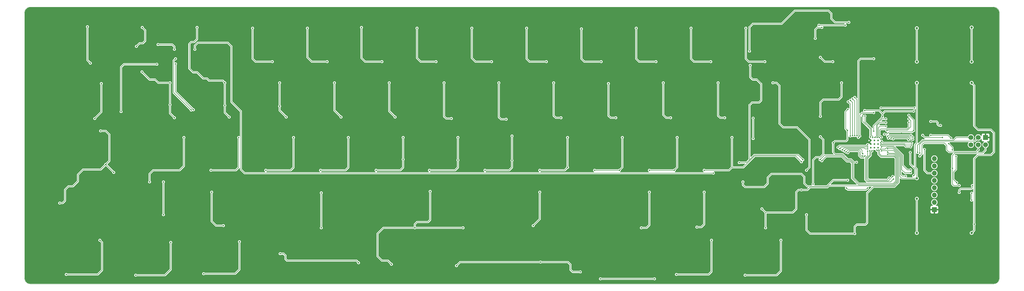
<source format=gtl>
G04 #@! TF.GenerationSoftware,KiCad,Pcbnew,(6.99.0-1912-g359c99991b)*
G04 #@! TF.CreationDate,2022-05-28T20:20:24+07:00*
G04 #@! TF.ProjectId,toxicdog69,746f7869-6364-46f6-9736-392e6b696361,1*
G04 #@! TF.SameCoordinates,Original*
G04 #@! TF.FileFunction,Copper,L1,Top*
G04 #@! TF.FilePolarity,Positive*
%FSLAX46Y46*%
G04 Gerber Fmt 4.6, Leading zero omitted, Abs format (unit mm)*
G04 Created by KiCad (PCBNEW (6.99.0-1912-g359c99991b)) date 2022-05-28 20:20:24*
%MOMM*%
%LPD*%
G01*
G04 APERTURE LIST*
G04 #@! TA.AperFunction,ComponentPad*
%ADD10R,1.700000X1.700000*%
G04 #@! TD*
G04 #@! TA.AperFunction,ComponentPad*
%ADD11O,1.700000X1.700000*%
G04 #@! TD*
G04 #@! TA.AperFunction,ComponentPad*
%ADD12C,1.700000*%
G04 #@! TD*
G04 #@! TA.AperFunction,ComponentPad*
%ADD13C,0.600000*%
G04 #@! TD*
G04 #@! TA.AperFunction,ViaPad*
%ADD14C,0.500000*%
G04 #@! TD*
G04 #@! TA.AperFunction,ViaPad*
%ADD15C,0.800000*%
G04 #@! TD*
G04 #@! TA.AperFunction,Conductor*
%ADD16C,0.200000*%
G04 #@! TD*
G04 #@! TA.AperFunction,Profile*
%ADD17C,0.100000*%
G04 #@! TD*
G04 APERTURE END LIST*
D10*
X310387999Y-70611999D03*
D11*
X310387999Y-68071999D03*
X310387999Y-65531999D03*
X310387999Y-62991999D03*
X310387999Y-60451999D03*
X310387999Y-57911999D03*
X310387999Y-55371999D03*
X310387999Y-52831999D03*
D12*
X323099500Y-48006000D03*
X323099500Y-45466000D03*
X325639500Y-48006000D03*
X325639500Y-45466000D03*
X328179500Y-48006000D03*
D10*
X328179499Y-45465999D03*
D13*
X290835000Y-49027000D03*
X290835000Y-47752000D03*
X290835000Y-46477000D03*
X289560000Y-49027000D03*
X289560000Y-47752000D03*
X289560000Y-46477000D03*
X288285000Y-49027000D03*
X288285000Y-47752000D03*
X288285000Y-46477000D03*
D14*
X40132000Y-19939000D03*
X33020000Y-13716000D03*
X34925000Y-22606000D03*
X27686000Y-36449000D03*
X247396000Y-38735000D03*
X247396000Y-45847000D03*
X275209000Y-47371000D03*
X305054000Y-44450000D03*
X305435000Y-41021000D03*
X302895000Y-46101000D03*
X301371000Y-46228000D03*
X302895000Y-45339000D03*
X302260000Y-44704000D03*
X299085000Y-46863000D03*
X298958000Y-44069000D03*
X303149000Y-43053000D03*
X289687000Y-50165000D03*
X292227000Y-54864000D03*
X302006000Y-50673000D03*
X304546000Y-50673000D03*
X305308000Y-50927000D03*
X296037000Y-45974000D03*
X295275000Y-45720000D03*
X294386000Y-45720000D03*
X294132000Y-45085000D03*
X303149000Y-36322000D03*
X309118000Y-44704000D03*
X306324000Y-44704000D03*
X316103000Y-45720000D03*
X315341000Y-47625000D03*
X309118000Y-39878000D03*
X312547000Y-41275000D03*
X292989000Y-44323000D03*
X283337000Y-54102000D03*
X280289000Y-35687000D03*
X286131000Y-36068000D03*
X292354000Y-38227000D03*
X289306000Y-43307000D03*
X318135000Y-61214000D03*
X319024000Y-62230000D03*
X110236000Y-89154000D03*
X144272000Y-90170000D03*
X265938000Y-72390000D03*
X187325000Y-92329000D03*
X173482000Y-88900000D03*
X316611000Y-49784000D03*
X301498000Y-37719000D03*
X313182000Y-45466000D03*
X233553000Y-57912000D03*
X40513000Y-13081000D03*
X303149000Y-58801000D03*
X287147000Y-63119000D03*
X279781000Y-63119000D03*
X53340000Y-14732000D03*
X46228000Y-14732000D03*
X289306000Y-18034000D03*
X283972000Y-45466000D03*
X246126000Y-15367000D03*
X280670000Y-5334000D03*
X279400000Y-6350000D03*
X270256000Y-6350000D03*
X291846000Y-35179000D03*
X289306000Y-36830000D03*
X303530000Y-35179000D03*
X284480000Y-44958000D03*
X246380000Y-20320000D03*
X242570000Y-54229000D03*
X264668000Y-53213000D03*
X270637000Y-53213000D03*
X290385351Y-49907124D03*
X300355000Y-58928000D03*
X42418000Y-72390000D03*
X42418000Y-60960000D03*
X294132000Y-49403000D03*
X243840000Y-60960000D03*
X280278506Y-60343042D03*
X291719000Y-49530000D03*
X194310000Y-94742000D03*
X213106000Y-94742000D03*
X82984235Y-85981522D03*
X302133000Y-57785000D03*
X288671000Y-50165000D03*
X294640000Y-59563000D03*
X325628000Y-49784000D03*
X305308000Y-51943000D03*
X317881000Y-52070000D03*
X296164000Y-59944000D03*
X287158580Y-50202636D03*
X295910000Y-59055000D03*
X287909000Y-50165000D03*
X316611000Y-56261000D03*
X6350000Y-68326000D03*
X282702000Y-31496000D03*
X22352000Y-54864000D03*
X20320000Y-81280000D03*
X16002000Y-6858000D03*
X20828000Y-26670000D03*
X18542000Y-38862000D03*
X8636000Y-93218000D03*
X20574000Y-43180000D03*
X283464000Y-44831000D03*
X25146000Y-57658000D03*
X17018000Y-19558000D03*
X49530000Y-45466000D03*
X282702000Y-44831000D03*
X32766000Y-93472000D03*
X281940000Y-32004000D03*
X44704000Y-26416000D03*
X37592000Y-60960000D03*
X46228000Y-38608000D03*
X44704000Y-34036000D03*
X44958000Y-82042000D03*
X35052000Y-7112000D03*
X68834000Y-81788000D03*
X59182000Y-64516000D03*
X65278000Y-38354000D03*
X281178000Y-32512000D03*
X56388000Y-92964000D03*
X54102000Y-7112000D03*
X63754000Y-34290000D03*
X63754000Y-26416000D03*
X63246000Y-76200000D03*
X68580000Y-45466000D03*
X58928000Y-56896000D03*
X281940000Y-44831000D03*
X87630000Y-45466000D03*
X82804000Y-34544000D03*
X85090000Y-38354000D03*
X80264000Y-19050000D03*
X82804000Y-26416000D03*
X280416000Y-33020000D03*
X77978000Y-56896000D03*
X281178000Y-44958000D03*
X73406000Y-7366000D03*
X106680000Y-45466000D03*
X97282000Y-76962000D03*
X97282000Y-64770000D03*
X92456000Y-7366000D03*
X97028000Y-56896000D03*
X99314000Y-19050000D03*
X101854000Y-26416000D03*
X104140000Y-38354000D03*
X276860000Y-48895000D03*
X120904000Y-26416000D03*
X116332000Y-56896000D03*
X125730000Y-45466000D03*
X287147000Y-48006000D03*
X122936000Y-38354000D03*
X125730000Y-53086000D03*
X111252000Y-7112000D03*
X118364000Y-19050000D03*
X287147000Y-48768000D03*
X130556000Y-7366000D03*
X134874000Y-56896000D03*
X144780000Y-53340000D03*
X142494000Y-38862000D03*
X135128000Y-64262000D03*
X129794000Y-76962000D03*
X277495000Y-49403000D03*
X146558000Y-76962000D03*
X139954000Y-26416000D03*
X137160000Y-19050000D03*
X121666000Y-89662000D03*
X144780000Y-45466000D03*
X278384000Y-49784000D03*
X154178000Y-56896000D03*
X161544000Y-39116000D03*
X163576000Y-53467000D03*
X159004000Y-26416000D03*
X156464000Y-19050000D03*
X163576000Y-44958000D03*
X287144875Y-49486187D03*
X149606000Y-7366000D03*
X279019000Y-50165000D03*
X285496000Y-51181000D03*
X178054000Y-26416000D03*
X170942000Y-76200000D03*
X182880000Y-55880000D03*
X182880000Y-45466000D03*
X173228000Y-56896000D03*
X180594000Y-38608000D03*
X173228000Y-64516000D03*
X175514000Y-19050000D03*
X168656000Y-7366000D03*
X197104000Y-26670000D03*
X279654000Y-50546000D03*
X201930000Y-45466000D03*
X200914000Y-56896000D03*
X199644000Y-38608000D03*
X285496000Y-51943000D03*
X187706000Y-7620000D03*
X192278000Y-56896000D03*
X194564000Y-19050000D03*
X211328000Y-56896000D03*
X286258000Y-51943000D03*
X206756000Y-7366000D03*
X213614000Y-19050000D03*
X211328000Y-64516000D03*
X216154000Y-26416000D03*
X220980000Y-45466000D03*
X219964000Y-56896000D03*
X280289000Y-50800000D03*
X208534000Y-76962000D03*
X218694000Y-38608000D03*
X230378000Y-56896000D03*
X225806000Y-7366000D03*
X230378000Y-64516000D03*
X291084000Y-49911000D03*
X232664000Y-19050000D03*
X240030000Y-45466000D03*
X227838000Y-76708000D03*
X237490000Y-38608000D03*
X235204000Y-26416000D03*
X271272000Y-53594000D03*
X264160000Y-53975000D03*
X220726000Y-93218000D03*
X232918000Y-81280000D03*
X244602000Y-93472000D03*
X265938000Y-56896000D03*
X294132000Y-51308000D03*
X244856000Y-7366000D03*
X251460000Y-19050000D03*
X257048000Y-81280000D03*
X250444000Y-70358000D03*
X251714000Y-76962000D03*
X264160000Y-63754000D03*
X254254000Y-26416000D03*
X294132000Y-50546000D03*
X271272000Y-7112000D03*
X270764000Y-45212000D03*
X270764000Y-17526000D03*
X282702000Y-78994000D03*
X268224000Y-61722000D03*
X278130000Y-26416000D03*
X268986000Y-10922000D03*
X275082000Y-19050000D03*
X270764000Y-38100000D03*
D15*
X304292000Y-7366000D03*
X304292000Y-78740000D03*
X304292000Y-59690000D03*
X304292000Y-26416000D03*
X304292000Y-19050000D03*
D14*
X291973000Y-50165000D03*
D15*
X304292000Y-66802000D03*
X323342000Y-7112000D03*
D14*
X302133000Y-56769000D03*
D15*
X323342000Y-19050000D03*
D14*
X291973000Y-48768000D03*
D15*
X323342000Y-78740000D03*
X323342000Y-26416000D03*
D14*
X324231000Y-75692000D03*
X323596000Y-62230000D03*
X319024000Y-64643000D03*
X285496000Y-37973000D03*
X288163000Y-45339000D03*
X52070000Y-35941000D03*
X46609000Y-18034000D03*
X286258000Y-37973000D03*
X46609000Y-19812000D03*
X288925000Y-45466000D03*
X52832000Y-35814000D03*
X289687000Y-45466000D03*
X293497000Y-38989000D03*
X293497000Y-40259000D03*
X290449000Y-45466000D03*
X293497000Y-41529000D03*
X291211000Y-45466000D03*
X301498000Y-40259000D03*
X291973000Y-45339000D03*
X301498000Y-38989000D03*
X293878000Y-43053000D03*
X323342000Y-67310000D03*
X323342000Y-64897000D03*
X280162000Y-43053000D03*
X302387000Y-48133000D03*
X291719000Y-47371000D03*
X306959000Y-49657000D03*
X302133000Y-48768000D03*
X291719000Y-48133000D03*
X302514000Y-47371000D03*
X291973000Y-46736000D03*
D16*
X28702000Y-19939000D02*
X40132000Y-19939000D01*
X27686000Y-20955000D02*
X28702000Y-19939000D01*
X27686000Y-36449000D02*
X27686000Y-20955000D01*
X36068000Y-8128000D02*
X35052000Y-7112000D01*
X36068000Y-11811000D02*
X36068000Y-8128000D01*
X35242500Y-12636500D02*
X36068000Y-11811000D01*
X34099500Y-12636500D02*
X35242500Y-12636500D01*
X33020000Y-13716000D02*
X34099500Y-12636500D01*
X34925000Y-22606000D02*
X37592000Y-25273000D01*
X247396000Y-45847000D02*
X247396000Y-38735000D01*
X305943000Y-43561000D02*
X305054000Y-44450000D01*
X305435000Y-41021000D02*
X305943000Y-41529000D01*
X305943000Y-41529000D02*
X305943000Y-43561000D01*
X304292000Y-56515000D02*
X304292000Y-59690000D01*
X303657000Y-55880000D02*
X304292000Y-56515000D01*
X303657000Y-48006000D02*
X303657000Y-55880000D01*
X304292000Y-47371000D02*
X303657000Y-48006000D01*
X304292000Y-26416000D02*
X304292000Y-47371000D01*
X302019704Y-46101000D02*
X302895000Y-46101000D01*
X294513000Y-44704000D02*
X302133000Y-44704000D01*
X300895560Y-45752560D02*
X301371000Y-46228000D01*
X296385440Y-45752560D02*
X300895560Y-45752560D01*
X301321744Y-45403040D02*
X302019704Y-46101000D01*
X295591960Y-45403040D02*
X301321744Y-45403040D01*
X301752000Y-45339000D02*
X302895000Y-45339000D01*
X301466520Y-45053520D02*
X301752000Y-45339000D01*
X302133000Y-44704000D02*
X302260000Y-44704000D01*
X303149000Y-39370000D02*
X301498000Y-37719000D01*
X302641000Y-43561000D02*
X303149000Y-43053000D01*
X293878000Y-44323000D02*
X294640000Y-43561000D01*
X294640000Y-43561000D02*
X302641000Y-43561000D01*
X292989000Y-44323000D02*
X293878000Y-44323000D01*
X303149000Y-43053000D02*
X303149000Y-39370000D01*
X301007775Y-42894520D02*
X294036480Y-42894520D01*
X294036480Y-42894520D02*
X293878000Y-43053000D01*
X302133000Y-39624000D02*
X302133000Y-41769295D01*
X302133000Y-41769295D02*
X301007775Y-42894520D01*
X301498000Y-38989000D02*
X302133000Y-39624000D01*
X304546000Y-48146704D02*
X306306225Y-46386480D01*
X304546000Y-50673000D02*
X304546000Y-48146704D01*
X305308000Y-47879000D02*
X305308000Y-50927000D01*
X306451000Y-46736000D02*
X305308000Y-47879000D01*
X324369500Y-46736000D02*
X306451000Y-46736000D01*
X325639500Y-45466000D02*
X324369500Y-46736000D01*
X296164000Y-45974000D02*
X296385440Y-45752560D01*
X296037000Y-45974000D02*
X296164000Y-45974000D01*
X295591960Y-45403040D02*
X295275000Y-45720000D01*
X295052480Y-45053520D02*
X301466520Y-45053520D01*
X294386000Y-45720000D02*
X295052480Y-45053520D01*
X294132000Y-45085000D02*
X294513000Y-44704000D01*
X293243000Y-36322000D02*
X292354000Y-37211000D01*
X303149000Y-36322000D02*
X293243000Y-36322000D01*
X315087000Y-44704000D02*
X309118000Y-44704000D01*
X316103000Y-45720000D02*
X315087000Y-44704000D01*
X307086000Y-45466000D02*
X306324000Y-44704000D01*
X313182000Y-45466000D02*
X307086000Y-45466000D01*
X316611000Y-48895000D02*
X316611000Y-49784000D01*
X315341000Y-47625000D02*
X316611000Y-48895000D01*
X311531000Y-40259000D02*
X311150000Y-39878000D01*
X311531000Y-40894000D02*
X311531000Y-40259000D01*
X311912000Y-41275000D02*
X311531000Y-40894000D01*
X311150000Y-39878000D02*
X309118000Y-39878000D01*
X312547000Y-41275000D02*
X311912000Y-41275000D01*
X302514000Y-47371000D02*
X292608000Y-47371000D01*
X291973000Y-46736000D02*
X292608000Y-47371000D01*
X300341296Y-48133000D02*
X302387000Y-48133000D01*
X299991776Y-47783480D02*
X300341296Y-48133000D01*
X292131480Y-47783480D02*
X299991776Y-47783480D01*
X291719000Y-47371000D02*
X292131480Y-47783480D01*
X300482000Y-48768000D02*
X302133000Y-48768000D01*
X299847000Y-48133000D02*
X300482000Y-48768000D01*
X291719000Y-48133000D02*
X299847000Y-48133000D01*
X300990000Y-56769000D02*
X302133000Y-56769000D01*
X299372640Y-55151640D02*
X300990000Y-56769000D01*
X299372640Y-51691575D02*
X299372640Y-55151640D01*
X296235039Y-48553969D02*
X299372640Y-51691575D01*
X292187031Y-48553969D02*
X296235039Y-48553969D01*
X291973000Y-48768000D02*
X292187031Y-48553969D01*
X302006000Y-54723296D02*
X302006000Y-50673000D01*
X303727352Y-58222648D02*
X303727352Y-56444648D01*
X303727352Y-56444648D02*
X302006000Y-54723296D01*
X303149000Y-58801000D02*
X303727352Y-58222648D01*
X280162000Y-46228000D02*
X280162000Y-43053000D01*
X279654000Y-46736000D02*
X280162000Y-46228000D01*
X275844000Y-46736000D02*
X279654000Y-46736000D01*
X278528775Y-51339480D02*
X276002480Y-51339480D01*
X275209000Y-50546000D02*
X275209000Y-47371000D01*
X275209000Y-47371000D02*
X275844000Y-46736000D01*
X280275296Y-53086000D02*
X278528775Y-51339480D01*
X281404592Y-53086000D02*
X280275296Y-53086000D01*
X282420592Y-54102000D02*
X281404592Y-53086000D01*
X283337000Y-54102000D02*
X282420592Y-54102000D01*
X276002480Y-51339480D02*
X275209000Y-50546000D01*
X272161000Y-51689000D02*
X270637000Y-53213000D01*
X278384000Y-51689000D02*
X272161000Y-51689000D01*
X280162000Y-53467000D02*
X278384000Y-51689000D01*
X281291296Y-53467000D02*
X280162000Y-53467000D01*
X282162519Y-54338223D02*
X281291296Y-53467000D01*
X282162520Y-59531520D02*
X282162519Y-54338223D01*
X284226000Y-61595000D02*
X282162520Y-59531520D01*
X296037000Y-61595000D02*
X284226000Y-61595000D01*
X296926000Y-60706000D02*
X296037000Y-61595000D01*
X296926000Y-52705000D02*
X296926000Y-60706000D01*
X296418000Y-52197000D02*
X296926000Y-52705000D01*
X291859704Y-52197000D02*
X296418000Y-52197000D01*
X290957000Y-51294296D02*
X291859704Y-52197000D01*
X290957000Y-50490416D02*
X290957000Y-51294296D01*
X290385351Y-49918767D02*
X290957000Y-50490416D01*
X290385351Y-49907124D02*
X290385351Y-49918767D01*
X291306519Y-50133519D02*
X291084000Y-49911000D01*
X291306519Y-51149519D02*
X291306519Y-50133519D01*
X296531296Y-51816000D02*
X291973000Y-51816000D01*
X297275520Y-60850776D02*
X297275520Y-52560225D01*
X291973000Y-51816000D02*
X291306519Y-51149519D01*
X296181775Y-61944520D02*
X297275520Y-60850776D01*
X284081225Y-61944520D02*
X296181775Y-61944520D01*
X281813000Y-59676295D02*
X284081225Y-61944520D01*
X281146519Y-53816519D02*
X281813000Y-54483000D01*
X297275520Y-52560225D02*
X296531296Y-51816000D01*
X278239224Y-52038520D02*
X280017223Y-53816519D01*
X272827480Y-52038520D02*
X278239224Y-52038520D01*
X281813000Y-54483000D02*
X281813000Y-59676295D01*
X271272000Y-53594000D02*
X272827480Y-52038520D01*
X280017223Y-53816519D02*
X281146519Y-53816519D01*
X279527000Y-36449000D02*
X279527000Y-42418000D01*
X280289000Y-35687000D02*
X279527000Y-36449000D01*
X279527000Y-42418000D02*
X280162000Y-43053000D01*
X291211000Y-36068000D02*
X286131000Y-36068000D01*
X292354000Y-38227000D02*
X292354000Y-37211000D01*
X292354000Y-37211000D02*
X291211000Y-36068000D01*
X292354000Y-38354000D02*
X292354000Y-38227000D01*
X289306000Y-41402000D02*
X292354000Y-38354000D01*
X289306000Y-43307000D02*
X289306000Y-41402000D01*
X318135000Y-61214000D02*
X316960520Y-60039520D01*
X316960520Y-60039520D02*
X316960520Y-57562480D01*
X316611000Y-61722000D02*
X317119000Y-62230000D01*
X319024000Y-62230000D02*
X317119000Y-62230000D01*
X265938000Y-72390000D02*
X265938000Y-77724000D01*
X267208000Y-78994000D02*
X282702000Y-78994000D01*
X265938000Y-77724000D02*
X267208000Y-78994000D01*
X183007000Y-88900000D02*
X173482000Y-88900000D01*
X183896000Y-89789000D02*
X183007000Y-88900000D01*
X183896000Y-91567000D02*
X183896000Y-89789000D01*
X184658000Y-92329000D02*
X183896000Y-91567000D01*
X187325000Y-92329000D02*
X184658000Y-92329000D01*
X173482000Y-88900000D02*
X145542000Y-88900000D01*
X53340000Y-13462000D02*
X53340000Y-14732000D01*
X69342000Y-36322000D02*
X66040000Y-33020000D01*
X46228000Y-13843000D02*
X46228000Y-14732000D01*
X286639000Y-63627000D02*
X287147000Y-63119000D01*
X70612000Y-57912000D02*
X233553000Y-57912000D01*
X54356000Y-12446000D02*
X64770000Y-12446000D01*
X54356000Y-12446000D02*
X53340000Y-13462000D01*
X66040000Y-33020000D02*
X66040000Y-13716000D01*
X280289000Y-63627000D02*
X286639000Y-63627000D01*
X40513000Y-13081000D02*
X45466000Y-13081000D01*
X66040000Y-13716000D02*
X64770000Y-12446000D01*
X279781000Y-63119000D02*
X280289000Y-63627000D01*
X69342000Y-56642000D02*
X69342000Y-36322000D01*
X45466000Y-13081000D02*
X46228000Y-13843000D01*
X70612000Y-57912000D02*
X69342000Y-56642000D01*
X280670000Y-5334000D02*
X275844000Y-5334000D01*
X284734000Y-18034000D02*
X289306000Y-18034000D01*
X283972000Y-45466000D02*
X283972000Y-18796000D01*
X283972000Y-18796000D02*
X284734000Y-18034000D01*
X246126000Y-6985000D02*
X246126000Y-15367000D01*
X247269000Y-5842000D02*
X257302000Y-5842000D01*
X261874000Y-1270000D02*
X257302000Y-5842000D01*
X274574000Y-2286000D02*
X273558000Y-1270000D01*
X274574000Y-4064000D02*
X274574000Y-2286000D01*
X273558000Y-1270000D02*
X261874000Y-1270000D01*
X247269000Y-5842000D02*
X246126000Y-6985000D01*
X275844000Y-5334000D02*
X274574000Y-4064000D01*
X270256000Y-6350000D02*
X279400000Y-6350000D01*
X285242000Y-36830000D02*
X289306000Y-36830000D01*
X284480000Y-44958000D02*
X284480000Y-37592000D01*
X284480000Y-37592000D02*
X285242000Y-36830000D01*
X291846000Y-35179000D02*
X303530000Y-35179000D01*
X263017000Y-51562000D02*
X247777000Y-51562000D01*
X247269000Y-25273000D02*
X246380000Y-24384000D01*
X246380000Y-24384000D02*
X246380000Y-20320000D01*
X249428000Y-33274000D02*
X250190000Y-32512000D01*
X250190000Y-32512000D02*
X250190000Y-26797000D01*
X247777000Y-51562000D02*
X245999000Y-53340000D01*
X248666000Y-25273000D02*
X247269000Y-25273000D01*
X250190000Y-26797000D02*
X248666000Y-25273000D01*
X264668000Y-53213000D02*
X263017000Y-51562000D01*
X245999000Y-53340000D02*
X246126000Y-53213000D01*
X242570000Y-54229000D02*
X245110000Y-54229000D01*
X246126000Y-53213000D02*
X246126000Y-34163000D01*
X246126000Y-34163000D02*
X247015000Y-33274000D01*
X247015000Y-33274000D02*
X249428000Y-33274000D01*
X245110000Y-54229000D02*
X245999000Y-53340000D01*
X296095478Y-49403000D02*
X298673600Y-51981125D01*
X299212000Y-58928000D02*
X300355000Y-58928000D01*
X298673600Y-58389600D02*
X299212000Y-58928000D01*
X244602000Y-62738000D02*
X251206000Y-62738000D01*
X253746000Y-58166000D02*
X264160000Y-58166000D01*
X252476000Y-59436000D02*
X253746000Y-58166000D01*
X265176000Y-61468000D02*
X266192000Y-62484000D01*
X298673600Y-51981125D02*
X298673600Y-58389600D01*
X251206000Y-62738000D02*
X252476000Y-61468000D01*
X252476000Y-61468000D02*
X252476000Y-59436000D01*
X265176000Y-59182000D02*
X265176000Y-61468000D01*
X266192000Y-62484000D02*
X273050000Y-62484000D01*
X294132000Y-49403000D02*
X296095478Y-49403000D01*
X243840000Y-60960000D02*
X243840000Y-61976000D01*
X264160000Y-58166000D02*
X265176000Y-59182000D01*
X275190958Y-60343042D02*
X280278506Y-60343042D01*
X42418000Y-60960000D02*
X42418000Y-72390000D01*
X243840000Y-61976000D02*
X244602000Y-62738000D01*
X275190958Y-60343042D02*
X273050000Y-62484000D01*
X299023120Y-56703880D02*
X300104240Y-57785000D01*
X84203522Y-85981522D02*
X84836000Y-86614000D01*
X82984235Y-85981522D02*
X84203522Y-85981522D01*
X300104240Y-57785000D02*
X302133000Y-57785000D01*
X144272000Y-90170000D02*
X145542000Y-88900000D01*
X293925095Y-48903489D02*
X296090263Y-48903489D01*
X291719000Y-49530000D02*
X293298584Y-49530000D01*
X299023120Y-51836350D02*
X299023120Y-56703880D01*
X213106000Y-94742000D02*
X194310000Y-94742000D01*
X293298584Y-49530000D02*
X293925095Y-48903489D01*
X84836000Y-87833286D02*
X85394713Y-88392000D01*
X296090263Y-48903489D02*
X299023120Y-51836350D01*
X109474000Y-88392000D02*
X110236000Y-89154000D01*
X84836000Y-86614000D02*
X84836000Y-87833286D01*
X85394713Y-88392000D02*
X109474000Y-88392000D01*
X293942040Y-60260960D02*
X294640000Y-59563000D01*
X287084040Y-52867552D02*
X287084040Y-59625960D01*
X288258520Y-50577480D02*
X288258520Y-51693072D01*
X318008000Y-45466000D02*
X323099500Y-45466000D01*
X318008000Y-45466000D02*
X317087520Y-46386480D01*
X287719040Y-60260960D02*
X293942040Y-60260960D01*
X288671000Y-50165000D02*
X288258520Y-50577480D01*
X317087520Y-46386480D02*
X306306225Y-46386480D01*
X287084040Y-59625960D02*
X287719040Y-60260960D01*
X288258520Y-51693072D02*
X287084040Y-52867552D01*
X306070000Y-51181000D02*
X306070000Y-48006000D01*
X314706000Y-49784000D02*
X315468000Y-50546000D01*
X287147000Y-60960000D02*
X295148000Y-60960000D01*
X314706000Y-48260000D02*
X314706000Y-49784000D01*
X325628000Y-48017500D02*
X325639500Y-48006000D01*
X306070000Y-48006000D02*
X306705000Y-47371000D01*
X286385000Y-60198000D02*
X287147000Y-60960000D01*
X286385000Y-52578000D02*
X286385000Y-60198000D01*
X316960520Y-57562480D02*
X317881000Y-56642000D01*
X296164000Y-59944000D02*
X295148000Y-60960000D01*
X306705000Y-47371000D02*
X313817000Y-47371000D01*
X325628000Y-49784000D02*
X325628000Y-48017500D01*
X315468000Y-50546000D02*
X324866000Y-50546000D01*
X317881000Y-56642000D02*
X317881000Y-52070000D01*
X286385000Y-52578000D02*
X287158580Y-51804420D01*
X287158580Y-50202636D02*
X287158580Y-51804420D01*
X305308000Y-51943000D02*
X306070000Y-51181000D01*
X313817000Y-47371000D02*
X314706000Y-48260000D01*
X324866000Y-50546000D02*
X325628000Y-49784000D01*
X287909000Y-50165000D02*
X287909000Y-51548295D01*
X295910000Y-59055000D02*
X294354520Y-60610480D01*
X287432480Y-60610480D02*
X294354520Y-60610480D01*
X287909000Y-51548295D02*
X286734520Y-52722776D01*
X286734520Y-52722776D02*
X286734520Y-59912520D01*
X286734520Y-59912520D02*
X287432480Y-60610480D01*
X316611000Y-51816000D02*
X317531480Y-50895520D01*
X316611000Y-61722000D02*
X316611000Y-56261000D01*
X316611000Y-56261000D02*
X316611000Y-51816000D01*
X328179500Y-49899500D02*
X328179500Y-48006000D01*
X317531480Y-50895520D02*
X327183480Y-50895520D01*
X327183480Y-50895520D02*
X328179500Y-49899500D01*
X23622000Y-53594000D02*
X22352000Y-54864000D01*
X23622000Y-44450000D02*
X23622000Y-53594000D01*
X20828000Y-36576000D02*
X20828000Y-26670000D01*
X22352000Y-54864000D02*
X25146000Y-57658000D01*
X8636000Y-93218000D02*
X19558000Y-93218000D01*
X22352000Y-43180000D02*
X23622000Y-44450000D01*
X9398000Y-62484000D02*
X10922000Y-62484000D01*
X8224674Y-63657326D02*
X9398000Y-62484000D01*
X21082000Y-91694000D02*
X21082000Y-82042000D01*
X20574000Y-43180000D02*
X22352000Y-43180000D01*
X18542000Y-38862000D02*
X20828000Y-36576000D01*
X14478000Y-56642000D02*
X20574000Y-56642000D01*
X19558000Y-93218000D02*
X21082000Y-91694000D01*
X20574000Y-56642000D02*
X22352000Y-54864000D01*
X12700000Y-58420000D02*
X14478000Y-56642000D01*
X283464000Y-32258000D02*
X283464000Y-44831000D01*
X282702000Y-31496000D02*
X283464000Y-32258000D01*
X10922000Y-62484000D02*
X12700000Y-60706000D01*
X16002000Y-6858000D02*
X16002000Y-18542000D01*
X8224674Y-67467326D02*
X8224674Y-63657326D01*
X21082000Y-82042000D02*
X20320000Y-81280000D01*
X12700000Y-60706000D02*
X12700000Y-58420000D01*
X16002000Y-18542000D02*
X17018000Y-19558000D01*
X6350000Y-68326000D02*
X7366000Y-68326000D01*
X7366000Y-68326000D02*
X8224674Y-67467326D01*
X37592000Y-25273000D02*
X39497000Y-25273000D01*
X42926000Y-93472000D02*
X44958000Y-91440000D01*
X38862000Y-56896000D02*
X48006000Y-56896000D01*
X32766000Y-93472000D02*
X42926000Y-93472000D01*
X40640000Y-26416000D02*
X44704000Y-26416000D01*
X44704000Y-37084000D02*
X46228000Y-38608000D01*
X282702000Y-32766000D02*
X282702000Y-44831000D01*
X39497000Y-25273000D02*
X40640000Y-26416000D01*
X37592000Y-58166000D02*
X38862000Y-56896000D01*
X44704000Y-26416000D02*
X44704000Y-34036000D01*
X44958000Y-91440000D02*
X44958000Y-82042000D01*
X49530000Y-45466000D02*
X49530000Y-55372000D01*
X44704000Y-34036000D02*
X44704000Y-37084000D01*
X281940000Y-32004000D02*
X282702000Y-32766000D01*
X37592000Y-60960000D02*
X37592000Y-58166000D01*
X49530000Y-55372000D02*
X48006000Y-56896000D01*
X281940000Y-33274000D02*
X281940000Y-44831000D01*
X67310000Y-92964000D02*
X68834000Y-91440000D01*
X53086000Y-12192000D02*
X54102000Y-11176000D01*
X63754000Y-26416000D02*
X63754000Y-36830000D01*
X60706000Y-76200000D02*
X63246000Y-76200000D01*
X68834000Y-91440000D02*
X68834000Y-81788000D01*
X52705000Y-22733000D02*
X51435000Y-21463000D01*
X68580000Y-55880000D02*
X67564000Y-56896000D01*
X63754000Y-26416000D02*
X62992000Y-25654000D01*
X62992000Y-25654000D02*
X58293000Y-25654000D01*
X54102000Y-22733000D02*
X52705000Y-22733000D01*
X52070000Y-12192000D02*
X53086000Y-12192000D01*
X59182000Y-74676000D02*
X60706000Y-76200000D01*
X56261000Y-24892000D02*
X54102000Y-22733000D01*
X58293000Y-25654000D02*
X57531000Y-24892000D01*
X51435000Y-21463000D02*
X51435000Y-12827000D01*
X59182000Y-64516000D02*
X59182000Y-74676000D01*
X68580000Y-45466000D02*
X68580000Y-55880000D01*
X51435000Y-12827000D02*
X52070000Y-12192000D01*
X54102000Y-11176000D02*
X54102000Y-7112000D01*
X57531000Y-24892000D02*
X56261000Y-24892000D01*
X281178000Y-32512000D02*
X281940000Y-33274000D01*
X67564000Y-56896000D02*
X58928000Y-56896000D01*
X63754000Y-36830000D02*
X65278000Y-38354000D01*
X56388000Y-92964000D02*
X67310000Y-92964000D01*
X85090000Y-38354000D02*
X82804000Y-36068000D01*
X82804000Y-34544000D02*
X82804000Y-26416000D01*
X73406000Y-18034000D02*
X74422000Y-19050000D01*
X87630000Y-45466000D02*
X87630000Y-55880000D01*
X86614000Y-56896000D02*
X77978000Y-56896000D01*
X281178000Y-33782000D02*
X281178000Y-44958000D01*
X82804000Y-36068000D02*
X82804000Y-34544000D01*
X73406000Y-7366000D02*
X73406000Y-18034000D01*
X87630000Y-55880000D02*
X86614000Y-56896000D01*
X280416000Y-33020000D02*
X281178000Y-33782000D01*
X74422000Y-19050000D02*
X80264000Y-19050000D01*
X105664000Y-56896000D02*
X97028000Y-56896000D01*
X106680000Y-55880000D02*
X105664000Y-56896000D01*
X97282000Y-76962000D02*
X97282000Y-64770000D01*
X101854000Y-36068000D02*
X101854000Y-26416000D01*
X106680000Y-45466000D02*
X106680000Y-55880000D01*
X92456000Y-17526000D02*
X93980000Y-19050000D01*
X92456000Y-7366000D02*
X92456000Y-17526000D01*
X104140000Y-38354000D02*
X101854000Y-36068000D01*
X93980000Y-19050000D02*
X99314000Y-19050000D01*
X120904000Y-26416000D02*
X120904000Y-36322000D01*
X111252000Y-7112000D02*
X111252000Y-17780000D01*
X286808578Y-48344422D02*
X286215422Y-48344422D01*
X125730000Y-55880000D02*
X124714000Y-56896000D01*
X112522000Y-19050000D02*
X118364000Y-19050000D01*
X277410578Y-48344422D02*
X276860000Y-48895000D01*
X286215422Y-48344422D02*
X277410578Y-48344422D01*
X111252000Y-17780000D02*
X112522000Y-19050000D01*
X125730000Y-45466000D02*
X125730000Y-55880000D01*
X124714000Y-56896000D02*
X116332000Y-56896000D01*
X122936000Y-38354000D02*
X120904000Y-36322000D01*
X287147000Y-48006000D02*
X286808578Y-48344422D01*
X140716000Y-38862000D02*
X139954000Y-38100000D01*
X116840000Y-78994000D02*
X118872000Y-76962000D01*
X134366000Y-74930000D02*
X135128000Y-74168000D01*
X129794000Y-75692000D02*
X130556000Y-74930000D01*
X131826000Y-19050000D02*
X137160000Y-19050000D01*
X118872000Y-76962000D02*
X129794000Y-76962000D01*
X139954000Y-38100000D02*
X139954000Y-26416000D01*
X120396000Y-88392000D02*
X118364000Y-88392000D01*
X116840000Y-86868000D02*
X116840000Y-78994000D01*
X130556000Y-17780000D02*
X131826000Y-19050000D01*
X278130000Y-48768000D02*
X277495000Y-49403000D01*
X142494000Y-38862000D02*
X140716000Y-38862000D01*
X118364000Y-88392000D02*
X116840000Y-86868000D01*
X144780000Y-45466000D02*
X144780000Y-55880000D01*
X146558000Y-76962000D02*
X129794000Y-76962000D01*
X129794000Y-76962000D02*
X129794000Y-75692000D01*
X130556000Y-7366000D02*
X130556000Y-17780000D01*
X287147000Y-48768000D02*
X278130000Y-48768000D01*
X135128000Y-74168000D02*
X135128000Y-64262000D01*
X144780000Y-55880000D02*
X143764000Y-56896000D01*
X121666000Y-89662000D02*
X120396000Y-88392000D01*
X130556000Y-74930000D02*
X134366000Y-74930000D01*
X143764000Y-56896000D02*
X134874000Y-56896000D01*
X149606000Y-7366000D02*
X149606000Y-17780000D01*
X286341187Y-49486187D02*
X285972520Y-49117520D01*
X161544000Y-39116000D02*
X159766000Y-39116000D01*
X162560000Y-56896000D02*
X163576000Y-55880000D01*
X149606000Y-17780000D02*
X150876000Y-19050000D01*
X287144875Y-49486187D02*
X286341187Y-49486187D01*
X150876000Y-19050000D02*
X156464000Y-19050000D01*
X159004000Y-26416000D02*
X159004000Y-38354000D01*
X159766000Y-39116000D02*
X159004000Y-38354000D01*
X285972520Y-49117520D02*
X279050480Y-49117520D01*
X154178000Y-56896000D02*
X162560000Y-56896000D01*
X163576000Y-55880000D02*
X163576000Y-44958000D01*
X278384000Y-49784000D02*
X279050480Y-49117520D01*
X170942000Y-76200000D02*
X173228000Y-73914000D01*
X173228000Y-73914000D02*
X173228000Y-64516000D01*
X168656000Y-18034000D02*
X169672000Y-19050000D01*
X178054000Y-37846000D02*
X178816000Y-38608000D01*
X181864000Y-56896000D02*
X173228000Y-56896000D01*
X284798040Y-49467040D02*
X279716960Y-49467040D01*
X285242000Y-50927000D02*
X285242000Y-49911000D01*
X285242000Y-49911000D02*
X284798040Y-49467040D01*
X178054000Y-26416000D02*
X178054000Y-37846000D01*
X178816000Y-38608000D02*
X180594000Y-38608000D01*
X285496000Y-51181000D02*
X285242000Y-50927000D01*
X279019000Y-50165000D02*
X279716960Y-49467040D01*
X182880000Y-45466000D02*
X182880000Y-55880000D01*
X182880000Y-55880000D02*
X181864000Y-56896000D01*
X168656000Y-7366000D02*
X168656000Y-18034000D01*
X169672000Y-19050000D02*
X175514000Y-19050000D01*
X187706000Y-7620000D02*
X187706000Y-18034000D01*
X201930000Y-45466000D02*
X201930000Y-55880000D01*
X197104000Y-37846000D02*
X197866000Y-38608000D01*
X284988000Y-51943000D02*
X284607000Y-51562000D01*
X284607000Y-51562000D02*
X284607000Y-50165000D01*
X284258560Y-49816560D02*
X284607000Y-50165000D01*
X284258560Y-49816560D02*
X280383440Y-49816560D01*
X200914000Y-56896000D02*
X192278000Y-56896000D01*
X279654000Y-50546000D02*
X280383440Y-49816560D01*
X187706000Y-18034000D02*
X188722000Y-19050000D01*
X285496000Y-51943000D02*
X284988000Y-51943000D01*
X201930000Y-55880000D02*
X200914000Y-56896000D01*
X199644000Y-38608000D02*
X197866000Y-38608000D01*
X188722000Y-19050000D02*
X194564000Y-19050000D01*
X197104000Y-26670000D02*
X197104000Y-37846000D01*
X284257480Y-51847480D02*
X284257480Y-50546000D01*
X280922920Y-50166080D02*
X280289000Y-50800000D01*
X206756000Y-18034000D02*
X206756000Y-7366000D01*
X213614000Y-19050000D02*
X207772000Y-19050000D01*
X218694000Y-38608000D02*
X217170000Y-38608000D01*
X219964000Y-56896000D02*
X211328000Y-56896000D01*
X216154000Y-26416000D02*
X216154000Y-37592000D01*
X286258000Y-51943000D02*
X285750000Y-52451000D01*
X210312000Y-76962000D02*
X211328000Y-75946000D01*
X208534000Y-76962000D02*
X210312000Y-76962000D01*
X220980000Y-45466000D02*
X220980000Y-55880000D01*
X283877560Y-50166080D02*
X280922920Y-50166080D01*
X284861000Y-52451000D02*
X284257480Y-51847480D01*
X211328000Y-64516000D02*
X211328000Y-75946000D01*
X220980000Y-55880000D02*
X219964000Y-56896000D01*
X285750000Y-52451000D02*
X284861000Y-52451000D01*
X284257480Y-50546000D02*
X283877560Y-50166080D01*
X207772000Y-19050000D02*
X206756000Y-18034000D01*
X217170000Y-38608000D02*
X216154000Y-37592000D01*
X220726000Y-93218000D02*
X231902000Y-93218000D01*
X243953295Y-55880000D02*
X247921776Y-51911520D01*
X225806000Y-18034000D02*
X226822000Y-19050000D01*
X231902000Y-93218000D02*
X232918000Y-92202000D01*
X262096520Y-51911520D02*
X264160000Y-53975000D01*
X247921776Y-51911520D02*
X262096520Y-51911520D01*
X237490000Y-38608000D02*
X235966000Y-38608000D01*
X232918000Y-92202000D02*
X232918000Y-81280000D01*
X240030000Y-55880000D02*
X243953295Y-55880000D01*
X235204000Y-37846000D02*
X235204000Y-26416000D01*
X226822000Y-19050000D02*
X232664000Y-19050000D01*
X230378000Y-64516000D02*
X230378000Y-75692000D01*
X235966000Y-38608000D02*
X235204000Y-37846000D01*
X227838000Y-76708000D02*
X229362000Y-76708000D01*
X240030000Y-45466000D02*
X240030000Y-55880000D01*
X239014000Y-56896000D02*
X230378000Y-56896000D01*
X229362000Y-76708000D02*
X230378000Y-75692000D01*
X225806000Y-7366000D02*
X225806000Y-18034000D01*
X240030000Y-55880000D02*
X239014000Y-56896000D01*
X296517591Y-51308000D02*
X294132000Y-51308000D01*
X263144000Y-63754000D02*
X262382000Y-64516000D01*
X256540000Y-40640000D02*
X257810000Y-41910000D01*
X266192000Y-63754000D02*
X264160000Y-63754000D01*
X244602000Y-93472000D02*
X255524000Y-93472000D01*
X257810000Y-41910000D02*
X262636000Y-41910000D01*
X262636000Y-41910000D02*
X266954000Y-46228000D01*
X296326550Y-62294040D02*
X297625039Y-60995553D01*
X262382000Y-70358000D02*
X261112000Y-71628000D01*
X257048000Y-91948000D02*
X257048000Y-81280000D01*
X254254000Y-26416000D02*
X255524000Y-26416000D01*
X264160000Y-63754000D02*
X263144000Y-63754000D01*
X273734257Y-62294039D02*
X296326550Y-62294040D01*
X297625040Y-52415450D02*
X296517591Y-51308000D01*
X297625039Y-60995553D02*
X297625040Y-52415450D01*
X262382000Y-64516000D02*
X262382000Y-70358000D01*
X267112480Y-62833520D02*
X266192000Y-63754000D01*
X245872000Y-19050000D02*
X251460000Y-19050000D01*
X261112000Y-71628000D02*
X251714000Y-71628000D01*
X266954000Y-46228000D02*
X266954000Y-55880000D01*
X255524000Y-93472000D02*
X257048000Y-91948000D01*
X244856000Y-18034000D02*
X245872000Y-19050000D01*
X266954000Y-55880000D02*
X265938000Y-56896000D01*
X244856000Y-7366000D02*
X244856000Y-18034000D01*
X273734257Y-62294039D02*
X273194776Y-62833520D01*
X251714000Y-71628000D02*
X251714000Y-76962000D01*
X255524000Y-26416000D02*
X256540000Y-27432000D01*
X250444000Y-70358000D02*
X251714000Y-71628000D01*
X273194776Y-62833520D02*
X267112480Y-62833520D01*
X256540000Y-27432000D02*
X256540000Y-40640000D01*
X272288000Y-19050000D02*
X275082000Y-19050000D01*
X297974560Y-52270675D02*
X296662368Y-50958481D01*
X270764000Y-17526000D02*
X272288000Y-19050000D01*
X270764000Y-45212000D02*
X271780000Y-46228000D01*
X270764000Y-38100000D02*
X270764000Y-33274000D01*
X270764000Y-33274000D02*
X271780000Y-32258000D01*
X287020000Y-64835118D02*
X289211559Y-62643559D01*
X269240000Y-52324000D02*
X270764000Y-52324000D01*
X287020000Y-75184000D02*
X287020000Y-64835118D01*
X289211559Y-62643559D02*
X296471328Y-62643559D01*
X277114000Y-32258000D02*
X278130000Y-31242000D01*
X282702000Y-76581000D02*
X283464000Y-75819000D01*
X271780000Y-51308000D02*
X271780000Y-46228000D01*
X271780000Y-32258000D02*
X277114000Y-32258000D01*
X268986000Y-7874000D02*
X268986000Y-10922000D01*
X294544480Y-50958480D02*
X294132000Y-50546000D01*
X296471328Y-62643559D02*
X297974558Y-61140330D01*
X268224000Y-53340000D02*
X269240000Y-52324000D01*
X278130000Y-31242000D02*
X278130000Y-26416000D01*
X271272000Y-7112000D02*
X269748000Y-7112000D01*
X297974558Y-61140330D02*
X297974560Y-52270675D01*
X268224000Y-61722000D02*
X268224000Y-53340000D01*
X269748000Y-7112000D02*
X268986000Y-7874000D01*
X270764000Y-52324000D02*
X271780000Y-51308000D01*
X283464000Y-75819000D02*
X286385000Y-75819000D01*
X282702000Y-78994000D02*
X282702000Y-76581000D01*
X286385000Y-75819000D02*
X287020000Y-75184000D01*
X296662368Y-50958481D02*
X294544480Y-50958480D01*
X291973000Y-50165000D02*
X292100000Y-50038000D01*
X296236183Y-50038000D02*
X298324080Y-52125900D01*
X304292000Y-66802000D02*
X304292000Y-78740000D01*
X298958000Y-59690000D02*
X298324079Y-59056079D01*
X292100000Y-50038000D02*
X296236183Y-50038000D01*
X298958000Y-59690000D02*
X304292000Y-59690000D01*
X298324080Y-52125900D02*
X298324079Y-59056079D01*
X304292000Y-7366000D02*
X304292000Y-19050000D01*
X324231000Y-27305000D02*
X324231000Y-41402000D01*
X325628000Y-42799000D02*
X330073000Y-42799000D01*
X324231000Y-77851000D02*
X323342000Y-78740000D01*
X323342000Y-7112000D02*
X323342000Y-19050000D01*
X325501000Y-51562000D02*
X324231000Y-52832000D01*
X330073000Y-42799000D02*
X331089000Y-43815000D01*
X331089000Y-43815000D02*
X331089000Y-50546000D01*
X324231000Y-52832000D02*
X324231000Y-77851000D01*
X323342000Y-26416000D02*
X324231000Y-27305000D01*
X331089000Y-50546000D02*
X330073000Y-51562000D01*
X330073000Y-51562000D02*
X325501000Y-51562000D01*
X324231000Y-41402000D02*
X325628000Y-42799000D01*
X323596000Y-62992000D02*
X323596000Y-62230000D01*
X319024000Y-63881000D02*
X319532000Y-63373000D01*
X323215000Y-63373000D02*
X323596000Y-62992000D01*
X319024000Y-64643000D02*
X319024000Y-63881000D01*
X319532000Y-63373000D02*
X323215000Y-63373000D01*
X52070000Y-35941000D02*
X45974000Y-29845000D01*
X45974000Y-18669000D02*
X46609000Y-18034000D01*
X285496000Y-39878000D02*
X285496000Y-37973000D01*
X45974000Y-29845000D02*
X45974000Y-18669000D01*
X288163000Y-42545000D02*
X285496000Y-39878000D01*
X288163000Y-45339000D02*
X288163000Y-42545000D01*
X288512519Y-42400223D02*
X286251148Y-40138852D01*
X288512520Y-44704000D02*
X288512519Y-42400223D01*
X52832000Y-35814000D02*
X46609000Y-29591000D01*
X46609000Y-29591000D02*
X46609000Y-19812000D01*
X288925000Y-45116480D02*
X288512520Y-44704000D01*
X288925000Y-45466000D02*
X288925000Y-45116480D01*
X286251148Y-40138852D02*
X286258000Y-37973000D01*
X290195000Y-44958000D02*
X290195000Y-41034704D01*
X292240704Y-38989000D02*
X293497000Y-38989000D01*
X289687000Y-45466000D02*
X290195000Y-44958000D01*
X290195000Y-41034704D02*
X292240704Y-38989000D01*
X291465000Y-40259000D02*
X293497000Y-40259000D01*
X290576000Y-45339000D02*
X290576000Y-41148000D01*
X290576000Y-41148000D02*
X291465000Y-40259000D01*
X290449000Y-45466000D02*
X290576000Y-45339000D01*
X291465000Y-41529000D02*
X290925520Y-42068480D01*
X290925520Y-45180520D02*
X291211000Y-45466000D01*
X290925520Y-42068480D02*
X290925520Y-45180520D01*
X293497000Y-41529000D02*
X291465000Y-41529000D01*
X291973000Y-45339000D02*
X291846000Y-45339000D01*
X291338000Y-42926000D02*
X291719000Y-42545000D01*
X291846000Y-45339000D02*
X291338000Y-44831000D01*
X300863000Y-42545000D02*
X301498000Y-41910000D01*
X291719000Y-42545000D02*
X300863000Y-42545000D01*
X301498000Y-41910000D02*
X301498000Y-40259000D01*
X291338000Y-44831000D02*
X291338000Y-42926000D01*
X323342000Y-64897000D02*
X323342000Y-67310000D01*
X306959000Y-49657000D02*
X306959000Y-56896000D01*
X306959000Y-56896000D02*
X307975000Y-57912000D01*
X307975000Y-57912000D02*
X310388000Y-57912000D01*
G04 #@! TA.AperFunction,Conductor*
G36*
X330998120Y-100770D02*
G01*
X331233691Y-116210D01*
X331250032Y-118361D01*
X331477531Y-163614D01*
X331493450Y-167880D01*
X331713085Y-242436D01*
X331728312Y-248743D01*
X331936342Y-351332D01*
X331950616Y-359573D01*
X332143472Y-488435D01*
X332156548Y-498468D01*
X332330940Y-651406D01*
X332342594Y-663060D01*
X332495532Y-837452D01*
X332505565Y-850528D01*
X332634427Y-1043384D01*
X332642668Y-1057658D01*
X332745257Y-1265688D01*
X332751564Y-1280915D01*
X332826120Y-1500550D01*
X332830386Y-1516469D01*
X332875639Y-1743968D01*
X332877790Y-1760309D01*
X332893230Y-1995880D01*
X332893500Y-2004121D01*
X332893500Y-94515879D01*
X332893230Y-94524120D01*
X332877790Y-94759691D01*
X332875639Y-94776032D01*
X332830386Y-95003531D01*
X332826120Y-95019450D01*
X332751564Y-95239085D01*
X332745257Y-95254312D01*
X332642668Y-95462342D01*
X332634427Y-95476616D01*
X332505565Y-95669472D01*
X332495532Y-95682548D01*
X332342594Y-95856940D01*
X332330940Y-95868594D01*
X332156548Y-96021532D01*
X332143472Y-96031565D01*
X331950616Y-96160427D01*
X331936342Y-96168668D01*
X331728312Y-96271257D01*
X331713085Y-96277564D01*
X331493450Y-96352120D01*
X331477531Y-96356386D01*
X331250032Y-96401639D01*
X331233691Y-96403790D01*
X330998120Y-96419230D01*
X330989879Y-96419500D01*
X-3869879Y-96419500D01*
X-3878120Y-96419230D01*
X-4113691Y-96403790D01*
X-4130032Y-96401639D01*
X-4357531Y-96356386D01*
X-4373450Y-96352120D01*
X-4593085Y-96277564D01*
X-4608312Y-96271257D01*
X-4709937Y-96221142D01*
X-4816347Y-96168667D01*
X-4830613Y-96160430D01*
X-5023478Y-96031562D01*
X-5036553Y-96021529D01*
X-5210948Y-95868589D01*
X-5222589Y-95856948D01*
X-5375533Y-95682548D01*
X-5385562Y-95669478D01*
X-5514428Y-95476617D01*
X-5514428Y-95476616D01*
X-5514430Y-95476613D01*
X-5522669Y-95462343D01*
X-5625257Y-95254312D01*
X-5631564Y-95239085D01*
X-5706120Y-95019450D01*
X-5710386Y-95003531D01*
X-5755639Y-94776032D01*
X-5757790Y-94759691D01*
X-5758950Y-94742000D01*
X193800312Y-94742000D01*
X193820958Y-94885596D01*
X193881223Y-95017558D01*
X193887123Y-95024367D01*
X193887125Y-95024370D01*
X193970324Y-95120386D01*
X193976225Y-95127196D01*
X193983802Y-95132066D01*
X193983805Y-95132068D01*
X194060764Y-95181527D01*
X194098268Y-95205629D01*
X194106912Y-95208167D01*
X194106914Y-95208168D01*
X194228819Y-95243962D01*
X194228821Y-95243962D01*
X194237464Y-95246500D01*
X194382536Y-95246500D01*
X194391179Y-95243962D01*
X194391181Y-95243962D01*
X194513086Y-95208168D01*
X194513088Y-95208167D01*
X194521732Y-95205629D01*
X194643775Y-95127196D01*
X194645003Y-95125779D01*
X194706303Y-95097783D01*
X194724237Y-95096500D01*
X212691763Y-95096500D01*
X212759884Y-95116502D01*
X212768636Y-95123054D01*
X212772225Y-95127196D01*
X212894268Y-95205629D01*
X212902912Y-95208167D01*
X212902914Y-95208168D01*
X213024819Y-95243962D01*
X213024821Y-95243962D01*
X213033464Y-95246500D01*
X213178536Y-95246500D01*
X213187179Y-95243962D01*
X213187181Y-95243962D01*
X213309086Y-95208168D01*
X213309088Y-95208167D01*
X213317732Y-95205629D01*
X213355236Y-95181527D01*
X213432195Y-95132068D01*
X213432198Y-95132066D01*
X213439775Y-95127196D01*
X213445676Y-95120386D01*
X213528875Y-95024370D01*
X213528877Y-95024367D01*
X213534777Y-95017558D01*
X213595042Y-94885596D01*
X213615688Y-94742000D01*
X213595042Y-94598404D01*
X213534777Y-94466442D01*
X213528877Y-94459633D01*
X213528875Y-94459630D01*
X213445676Y-94363614D01*
X213439775Y-94356804D01*
X213432198Y-94351934D01*
X213432195Y-94351932D01*
X213325311Y-94283242D01*
X213317732Y-94278371D01*
X213309088Y-94275833D01*
X213309086Y-94275832D01*
X213187181Y-94240038D01*
X213187179Y-94240038D01*
X213178536Y-94237500D01*
X213033464Y-94237500D01*
X213024821Y-94240038D01*
X213024819Y-94240038D01*
X212902914Y-94275832D01*
X212902912Y-94275833D01*
X212894268Y-94278371D01*
X212772225Y-94356804D01*
X212770997Y-94358221D01*
X212709697Y-94386217D01*
X212691763Y-94387500D01*
X194724237Y-94387500D01*
X194656116Y-94367498D01*
X194647364Y-94360946D01*
X194643775Y-94356804D01*
X194521732Y-94278371D01*
X194513088Y-94275833D01*
X194513086Y-94275832D01*
X194391181Y-94240038D01*
X194391179Y-94240038D01*
X194382536Y-94237500D01*
X194237464Y-94237500D01*
X194228821Y-94240038D01*
X194228819Y-94240038D01*
X194106914Y-94275832D01*
X194106912Y-94275833D01*
X194098268Y-94278371D01*
X194090689Y-94283242D01*
X193983805Y-94351932D01*
X193983802Y-94351934D01*
X193976225Y-94356804D01*
X193970324Y-94363614D01*
X193887125Y-94459630D01*
X193887123Y-94459633D01*
X193881223Y-94466442D01*
X193820958Y-94598404D01*
X193800312Y-94742000D01*
X-5758950Y-94742000D01*
X-5773230Y-94524120D01*
X-5773500Y-94515879D01*
X-5773500Y-93218000D01*
X8126312Y-93218000D01*
X8146958Y-93361596D01*
X8150701Y-93369792D01*
X8193306Y-93463083D01*
X8207223Y-93493558D01*
X8213123Y-93500367D01*
X8213125Y-93500370D01*
X8279608Y-93577095D01*
X8302225Y-93603196D01*
X8309802Y-93608066D01*
X8309805Y-93608068D01*
X8386764Y-93657527D01*
X8424268Y-93681629D01*
X8432912Y-93684167D01*
X8432914Y-93684168D01*
X8554819Y-93719962D01*
X8554821Y-93719962D01*
X8563464Y-93722500D01*
X8708536Y-93722500D01*
X8717179Y-93719962D01*
X8717181Y-93719962D01*
X8839086Y-93684168D01*
X8839088Y-93684167D01*
X8847732Y-93681629D01*
X8969775Y-93603196D01*
X8971003Y-93601779D01*
X9032303Y-93573783D01*
X9050237Y-93572500D01*
X19508166Y-93572500D01*
X19531081Y-93574876D01*
X19532928Y-93574952D01*
X19543147Y-93577095D01*
X19553505Y-93575804D01*
X19553508Y-93575804D01*
X19573144Y-93573356D01*
X19578321Y-93572819D01*
X19582171Y-93572500D01*
X19587377Y-93572500D01*
X19592512Y-93571643D01*
X19592513Y-93571643D01*
X19596926Y-93570907D01*
X19606544Y-93569301D01*
X19611690Y-93568551D01*
X19650186Y-93563753D01*
X19650187Y-93563753D01*
X19660551Y-93562461D01*
X19667294Y-93559164D01*
X19674698Y-93557929D01*
X19717987Y-93534501D01*
X19722619Y-93532117D01*
X19757460Y-93515085D01*
X19757462Y-93515084D01*
X19766840Y-93510499D01*
X19772147Y-93505192D01*
X19778749Y-93501619D01*
X19806015Y-93472000D01*
X32256312Y-93472000D01*
X32276958Y-93615596D01*
X32337223Y-93747558D01*
X32343123Y-93754367D01*
X32343125Y-93754370D01*
X32409608Y-93831095D01*
X32432225Y-93857196D01*
X32439802Y-93862066D01*
X32439805Y-93862068D01*
X32516764Y-93911527D01*
X32554268Y-93935629D01*
X32562912Y-93938167D01*
X32562914Y-93938168D01*
X32684819Y-93973962D01*
X32684821Y-93973962D01*
X32693464Y-93976500D01*
X32838536Y-93976500D01*
X32847179Y-93973962D01*
X32847181Y-93973962D01*
X32969086Y-93938168D01*
X32969088Y-93938167D01*
X32977732Y-93935629D01*
X33099775Y-93857196D01*
X33101003Y-93855779D01*
X33162303Y-93827783D01*
X33180237Y-93826500D01*
X42876166Y-93826500D01*
X42899081Y-93828876D01*
X42900928Y-93828952D01*
X42911147Y-93831095D01*
X42921505Y-93829804D01*
X42921508Y-93829804D01*
X42941144Y-93827356D01*
X42946321Y-93826819D01*
X42950171Y-93826500D01*
X42955377Y-93826500D01*
X42960512Y-93825643D01*
X42960513Y-93825643D01*
X42964926Y-93824907D01*
X42974544Y-93823301D01*
X42979690Y-93822551D01*
X43018186Y-93817753D01*
X43018187Y-93817753D01*
X43028551Y-93816461D01*
X43035294Y-93813164D01*
X43042698Y-93811929D01*
X43085987Y-93788501D01*
X43090619Y-93786117D01*
X43125460Y-93769085D01*
X43125462Y-93769084D01*
X43134840Y-93764499D01*
X43140147Y-93759192D01*
X43146749Y-93755619D01*
X43180088Y-93719403D01*
X43183694Y-93715645D01*
X43935339Y-92964000D01*
X55878312Y-92964000D01*
X55898958Y-93107596D01*
X55902701Y-93115792D01*
X55945306Y-93209083D01*
X55959223Y-93239558D01*
X55965123Y-93246367D01*
X55965125Y-93246370D01*
X56043935Y-93337321D01*
X56054225Y-93349196D01*
X56061802Y-93354066D01*
X56061805Y-93354068D01*
X56138764Y-93403527D01*
X56176268Y-93427629D01*
X56184912Y-93430167D01*
X56184914Y-93430168D01*
X56306819Y-93465962D01*
X56306821Y-93465962D01*
X56315464Y-93468500D01*
X56460536Y-93468500D01*
X56469179Y-93465962D01*
X56469181Y-93465962D01*
X56591086Y-93430168D01*
X56591088Y-93430167D01*
X56599732Y-93427629D01*
X56721775Y-93349196D01*
X56723003Y-93347779D01*
X56784303Y-93319783D01*
X56802237Y-93318500D01*
X67260166Y-93318500D01*
X67283081Y-93320876D01*
X67284928Y-93320952D01*
X67295147Y-93323095D01*
X67305505Y-93321804D01*
X67305508Y-93321804D01*
X67325144Y-93319356D01*
X67330321Y-93318819D01*
X67334171Y-93318500D01*
X67339377Y-93318500D01*
X67344512Y-93317643D01*
X67344513Y-93317643D01*
X67348926Y-93316907D01*
X67358544Y-93315301D01*
X67363690Y-93314551D01*
X67402186Y-93309753D01*
X67402187Y-93309753D01*
X67412551Y-93308461D01*
X67419294Y-93305164D01*
X67426698Y-93303929D01*
X67469987Y-93280501D01*
X67474619Y-93278117D01*
X67509460Y-93261085D01*
X67509462Y-93261084D01*
X67518840Y-93256499D01*
X67524147Y-93251192D01*
X67530749Y-93247619D01*
X67558015Y-93218000D01*
X220216312Y-93218000D01*
X220236958Y-93361596D01*
X220240701Y-93369792D01*
X220283306Y-93463083D01*
X220297223Y-93493558D01*
X220303123Y-93500367D01*
X220303125Y-93500370D01*
X220369608Y-93577095D01*
X220392225Y-93603196D01*
X220399802Y-93608066D01*
X220399805Y-93608068D01*
X220476764Y-93657527D01*
X220514268Y-93681629D01*
X220522912Y-93684167D01*
X220522914Y-93684168D01*
X220644819Y-93719962D01*
X220644821Y-93719962D01*
X220653464Y-93722500D01*
X220798536Y-93722500D01*
X220807179Y-93719962D01*
X220807181Y-93719962D01*
X220929086Y-93684168D01*
X220929088Y-93684167D01*
X220937732Y-93681629D01*
X221059775Y-93603196D01*
X221061003Y-93601779D01*
X221122303Y-93573783D01*
X221140237Y-93572500D01*
X231852166Y-93572500D01*
X231875081Y-93574876D01*
X231876928Y-93574952D01*
X231887147Y-93577095D01*
X231897505Y-93575804D01*
X231897508Y-93575804D01*
X231917144Y-93573356D01*
X231922321Y-93572819D01*
X231926171Y-93572500D01*
X231931377Y-93572500D01*
X231936512Y-93571643D01*
X231936513Y-93571643D01*
X231940926Y-93570907D01*
X231950544Y-93569301D01*
X231955690Y-93568551D01*
X231994186Y-93563753D01*
X231994187Y-93563753D01*
X232004551Y-93562461D01*
X232011294Y-93559164D01*
X232018698Y-93557929D01*
X232061987Y-93534501D01*
X232066619Y-93532117D01*
X232101460Y-93515085D01*
X232101462Y-93515084D01*
X232110840Y-93510499D01*
X232116147Y-93505192D01*
X232122749Y-93501619D01*
X232150015Y-93472000D01*
X244092312Y-93472000D01*
X244112958Y-93615596D01*
X244173223Y-93747558D01*
X244179123Y-93754367D01*
X244179125Y-93754370D01*
X244245608Y-93831095D01*
X244268225Y-93857196D01*
X244275802Y-93862066D01*
X244275805Y-93862068D01*
X244352764Y-93911527D01*
X244390268Y-93935629D01*
X244398912Y-93938167D01*
X244398914Y-93938168D01*
X244520819Y-93973962D01*
X244520821Y-93973962D01*
X244529464Y-93976500D01*
X244674536Y-93976500D01*
X244683179Y-93973962D01*
X244683181Y-93973962D01*
X244805086Y-93938168D01*
X244805088Y-93938167D01*
X244813732Y-93935629D01*
X244935775Y-93857196D01*
X244937003Y-93855779D01*
X244998303Y-93827783D01*
X245016237Y-93826500D01*
X255474166Y-93826500D01*
X255497081Y-93828876D01*
X255498928Y-93828952D01*
X255509147Y-93831095D01*
X255519505Y-93829804D01*
X255519508Y-93829804D01*
X255539144Y-93827356D01*
X255544321Y-93826819D01*
X255548171Y-93826500D01*
X255553377Y-93826500D01*
X255558512Y-93825643D01*
X255558513Y-93825643D01*
X255562926Y-93824907D01*
X255572544Y-93823301D01*
X255577690Y-93822551D01*
X255616186Y-93817753D01*
X255616187Y-93817753D01*
X255626551Y-93816461D01*
X255633294Y-93813164D01*
X255640698Y-93811929D01*
X255683987Y-93788501D01*
X255688619Y-93786117D01*
X255723460Y-93769085D01*
X255723462Y-93769084D01*
X255732840Y-93764499D01*
X255738147Y-93759192D01*
X255744749Y-93755619D01*
X255778088Y-93719403D01*
X255781694Y-93715645D01*
X257263430Y-92233909D01*
X257281299Y-92219398D01*
X257282674Y-92218133D01*
X257291416Y-92212421D01*
X257297828Y-92204183D01*
X257297831Y-92204180D01*
X257310001Y-92188544D01*
X257313283Y-92184502D01*
X257315750Y-92181589D01*
X257319442Y-92177897D01*
X257330740Y-92162073D01*
X257333856Y-92157893D01*
X257357674Y-92127293D01*
X257357675Y-92127292D01*
X257364085Y-92119056D01*
X257366522Y-92111958D01*
X257370884Y-92105848D01*
X257384934Y-92058655D01*
X257386520Y-92053704D01*
X257386610Y-92053442D01*
X257402500Y-92007156D01*
X257402500Y-91999651D01*
X257404642Y-91992456D01*
X257402608Y-91943287D01*
X257402500Y-91938079D01*
X257402500Y-81688274D01*
X257422502Y-81620153D01*
X257433275Y-81605762D01*
X257470875Y-81562369D01*
X257476777Y-81555558D01*
X257537042Y-81423596D01*
X257557688Y-81280000D01*
X257537042Y-81136404D01*
X257476777Y-81004442D01*
X257470877Y-80997633D01*
X257470875Y-80997630D01*
X257387676Y-80901614D01*
X257381775Y-80894804D01*
X257374198Y-80889934D01*
X257374195Y-80889932D01*
X257267311Y-80821242D01*
X257259732Y-80816371D01*
X257251088Y-80813833D01*
X257251086Y-80813832D01*
X257129181Y-80778038D01*
X257129179Y-80778038D01*
X257120536Y-80775500D01*
X256975464Y-80775500D01*
X256966821Y-80778038D01*
X256966819Y-80778038D01*
X256844914Y-80813832D01*
X256844912Y-80813833D01*
X256836268Y-80816371D01*
X256828689Y-80821242D01*
X256721805Y-80889932D01*
X256721802Y-80889934D01*
X256714225Y-80894804D01*
X256708324Y-80901614D01*
X256625125Y-80997630D01*
X256625123Y-80997633D01*
X256619223Y-81004442D01*
X256558958Y-81136404D01*
X256538312Y-81280000D01*
X256558958Y-81423596D01*
X256619223Y-81555558D01*
X256625125Y-81562369D01*
X256662725Y-81605762D01*
X256692218Y-81670343D01*
X256693500Y-81688274D01*
X256693500Y-91748971D01*
X256673498Y-91817092D01*
X256656595Y-91838066D01*
X255414066Y-93080595D01*
X255351754Y-93114621D01*
X255324971Y-93117500D01*
X245016237Y-93117500D01*
X244948116Y-93097498D01*
X244939364Y-93090946D01*
X244935775Y-93086804D01*
X244813732Y-93008371D01*
X244805088Y-93005833D01*
X244805086Y-93005832D01*
X244683181Y-92970038D01*
X244683179Y-92970038D01*
X244674536Y-92967500D01*
X244529464Y-92967500D01*
X244520821Y-92970038D01*
X244520819Y-92970038D01*
X244398914Y-93005832D01*
X244398912Y-93005833D01*
X244390268Y-93008371D01*
X244382689Y-93013242D01*
X244275805Y-93081932D01*
X244275802Y-93081934D01*
X244268225Y-93086804D01*
X244262324Y-93093614D01*
X244179125Y-93189630D01*
X244179123Y-93189633D01*
X244173223Y-93196442D01*
X244169479Y-93204639D01*
X244169479Y-93204640D01*
X244135923Y-93278117D01*
X244112958Y-93328404D01*
X244092312Y-93472000D01*
X232150015Y-93472000D01*
X232156088Y-93465403D01*
X232159694Y-93461645D01*
X233133430Y-92487909D01*
X233151299Y-92473398D01*
X233152674Y-92472133D01*
X233161416Y-92466421D01*
X233167828Y-92458183D01*
X233167831Y-92458180D01*
X233180001Y-92442544D01*
X233183283Y-92438502D01*
X233185750Y-92435589D01*
X233189442Y-92431897D01*
X233200740Y-92416073D01*
X233203856Y-92411893D01*
X233227674Y-92381293D01*
X233227675Y-92381292D01*
X233234085Y-92373056D01*
X233236522Y-92365958D01*
X233240884Y-92359848D01*
X233254934Y-92312655D01*
X233256520Y-92307704D01*
X233269109Y-92271033D01*
X233272500Y-92261156D01*
X233272500Y-92253651D01*
X233274642Y-92246456D01*
X233272608Y-92197286D01*
X233272500Y-92192078D01*
X233272500Y-81688274D01*
X233292502Y-81620153D01*
X233303275Y-81605762D01*
X233340875Y-81562369D01*
X233346777Y-81555558D01*
X233407042Y-81423596D01*
X233427688Y-81280000D01*
X233407042Y-81136404D01*
X233346777Y-81004442D01*
X233340877Y-80997633D01*
X233340875Y-80997630D01*
X233257676Y-80901614D01*
X233251775Y-80894804D01*
X233244198Y-80889934D01*
X233244195Y-80889932D01*
X233137311Y-80821242D01*
X233129732Y-80816371D01*
X233121088Y-80813833D01*
X233121086Y-80813832D01*
X232999181Y-80778038D01*
X232999179Y-80778038D01*
X232990536Y-80775500D01*
X232845464Y-80775500D01*
X232836821Y-80778038D01*
X232836819Y-80778038D01*
X232714914Y-80813832D01*
X232714912Y-80813833D01*
X232706268Y-80816371D01*
X232698689Y-80821242D01*
X232591805Y-80889932D01*
X232591802Y-80889934D01*
X232584225Y-80894804D01*
X232578324Y-80901614D01*
X232495125Y-80997630D01*
X232495123Y-80997633D01*
X232489223Y-81004442D01*
X232428958Y-81136404D01*
X232408312Y-81280000D01*
X232428958Y-81423596D01*
X232489223Y-81555558D01*
X232495125Y-81562369D01*
X232532725Y-81605762D01*
X232562218Y-81670343D01*
X232563500Y-81688274D01*
X232563500Y-92002971D01*
X232543498Y-92071092D01*
X232526595Y-92092066D01*
X231792066Y-92826595D01*
X231729754Y-92860621D01*
X231702971Y-92863500D01*
X221140237Y-92863500D01*
X221072116Y-92843498D01*
X221063364Y-92836946D01*
X221059775Y-92832804D01*
X220937732Y-92754371D01*
X220929088Y-92751833D01*
X220929086Y-92751832D01*
X220807181Y-92716038D01*
X220807179Y-92716038D01*
X220798536Y-92713500D01*
X220653464Y-92713500D01*
X220644821Y-92716038D01*
X220644819Y-92716038D01*
X220522914Y-92751832D01*
X220522912Y-92751833D01*
X220514268Y-92754371D01*
X220506689Y-92759242D01*
X220399805Y-92827932D01*
X220399802Y-92827934D01*
X220392225Y-92832804D01*
X220386324Y-92839614D01*
X220303125Y-92935630D01*
X220303123Y-92935633D01*
X220297223Y-92942442D01*
X220293479Y-92950639D01*
X220293479Y-92950640D01*
X220268274Y-93005832D01*
X220236958Y-93074404D01*
X220216312Y-93218000D01*
X67558015Y-93218000D01*
X67564088Y-93211403D01*
X67567694Y-93207645D01*
X69049430Y-91725909D01*
X69067299Y-91711398D01*
X69068674Y-91710133D01*
X69077416Y-91704421D01*
X69083828Y-91696183D01*
X69083831Y-91696180D01*
X69096001Y-91680544D01*
X69099283Y-91676502D01*
X69101750Y-91673589D01*
X69105442Y-91669897D01*
X69116740Y-91654073D01*
X69119856Y-91649893D01*
X69143674Y-91619293D01*
X69143675Y-91619292D01*
X69150085Y-91611056D01*
X69152522Y-91603958D01*
X69156884Y-91597848D01*
X69170934Y-91550655D01*
X69172520Y-91545704D01*
X69174455Y-91540068D01*
X69188500Y-91499156D01*
X69188500Y-91491651D01*
X69190642Y-91484456D01*
X69188608Y-91435286D01*
X69188500Y-91430079D01*
X69188500Y-90170000D01*
X143762312Y-90170000D01*
X143782958Y-90313596D01*
X143843223Y-90445558D01*
X143849123Y-90452367D01*
X143849125Y-90452370D01*
X143932324Y-90548386D01*
X143938225Y-90555196D01*
X143945802Y-90560066D01*
X143945805Y-90560068D01*
X144022764Y-90609527D01*
X144060268Y-90633629D01*
X144068912Y-90636167D01*
X144068914Y-90636168D01*
X144190819Y-90671962D01*
X144190821Y-90671962D01*
X144199464Y-90674500D01*
X144344536Y-90674500D01*
X144353179Y-90671962D01*
X144353181Y-90671962D01*
X144475086Y-90636168D01*
X144475088Y-90636167D01*
X144483732Y-90633629D01*
X144521236Y-90609527D01*
X144598195Y-90560068D01*
X144598198Y-90560066D01*
X144605775Y-90555196D01*
X144611676Y-90548386D01*
X144694875Y-90452370D01*
X144694877Y-90452367D01*
X144700777Y-90445558D01*
X144761042Y-90313596D01*
X144777122Y-90201757D01*
X144806616Y-90137177D01*
X144812745Y-90130594D01*
X145651934Y-89291405D01*
X145714246Y-89257379D01*
X145741029Y-89254500D01*
X173067763Y-89254500D01*
X173135884Y-89274502D01*
X173144636Y-89281054D01*
X173148225Y-89285196D01*
X173270268Y-89363629D01*
X173278912Y-89366167D01*
X173278914Y-89366168D01*
X173400819Y-89401962D01*
X173400821Y-89401962D01*
X173409464Y-89404500D01*
X173554536Y-89404500D01*
X173563179Y-89401962D01*
X173563181Y-89401962D01*
X173685086Y-89366168D01*
X173685088Y-89366167D01*
X173693732Y-89363629D01*
X173815775Y-89285196D01*
X173817003Y-89283779D01*
X173878303Y-89255783D01*
X173896237Y-89254500D01*
X182807971Y-89254500D01*
X182876092Y-89274502D01*
X182897066Y-89291405D01*
X183504595Y-89898934D01*
X183538621Y-89961246D01*
X183541500Y-89988029D01*
X183541500Y-91517166D01*
X183539125Y-91540068D01*
X183539048Y-91541926D01*
X183536905Y-91552147D01*
X183538196Y-91562505D01*
X183538196Y-91562508D01*
X183540644Y-91582144D01*
X183541181Y-91587321D01*
X183541500Y-91591171D01*
X183541500Y-91596377D01*
X183542357Y-91601512D01*
X183542357Y-91601513D01*
X183544697Y-91615533D01*
X183545449Y-91620688D01*
X183551539Y-91669551D01*
X183554836Y-91676294D01*
X183556071Y-91683698D01*
X183561040Y-91692879D01*
X183561040Y-91692880D01*
X183579498Y-91726986D01*
X183581883Y-91731619D01*
X183592412Y-91753156D01*
X183603501Y-91775840D01*
X183608808Y-91781147D01*
X183612381Y-91787749D01*
X183630756Y-91804664D01*
X183648584Y-91821076D01*
X183652342Y-91824681D01*
X184013066Y-92185404D01*
X184372091Y-92544429D01*
X184386603Y-92562300D01*
X184387867Y-92563673D01*
X184393579Y-92572416D01*
X184401818Y-92578828D01*
X184401820Y-92578831D01*
X184417466Y-92591008D01*
X184421520Y-92594300D01*
X184424411Y-92596749D01*
X184428104Y-92600442D01*
X184432347Y-92603471D01*
X184432351Y-92603475D01*
X184443939Y-92611749D01*
X184448085Y-92614840D01*
X184486944Y-92645085D01*
X184494043Y-92647522D01*
X184500152Y-92651884D01*
X184547345Y-92665934D01*
X184552286Y-92667517D01*
X184598844Y-92683500D01*
X184606349Y-92683500D01*
X184613544Y-92685642D01*
X184662723Y-92683608D01*
X184667931Y-92683500D01*
X186910763Y-92683500D01*
X186978884Y-92703502D01*
X186987636Y-92710054D01*
X186991225Y-92714196D01*
X187113268Y-92792629D01*
X187121912Y-92795167D01*
X187121914Y-92795168D01*
X187243819Y-92830962D01*
X187243821Y-92830962D01*
X187252464Y-92833500D01*
X187397536Y-92833500D01*
X187406179Y-92830962D01*
X187406181Y-92830962D01*
X187528086Y-92795168D01*
X187528088Y-92795167D01*
X187536732Y-92792629D01*
X187600213Y-92751832D01*
X187651195Y-92719068D01*
X187651198Y-92719066D01*
X187658775Y-92714196D01*
X187664676Y-92707386D01*
X187747875Y-92611370D01*
X187747877Y-92611367D01*
X187753777Y-92604558D01*
X187762429Y-92585614D01*
X187810299Y-92480792D01*
X187814042Y-92472596D01*
X187834688Y-92329000D01*
X187824934Y-92261156D01*
X187815324Y-92194321D01*
X187814042Y-92185404D01*
X187771416Y-92092066D01*
X187757521Y-92061640D01*
X187757521Y-92061639D01*
X187753777Y-92053442D01*
X187747877Y-92046633D01*
X187747875Y-92046630D01*
X187664676Y-91950614D01*
X187658775Y-91943804D01*
X187651198Y-91938934D01*
X187651195Y-91938932D01*
X187574236Y-91889473D01*
X187536732Y-91865371D01*
X187528088Y-91862833D01*
X187528086Y-91862832D01*
X187406181Y-91827038D01*
X187406179Y-91827038D01*
X187397536Y-91824500D01*
X187252464Y-91824500D01*
X187243821Y-91827038D01*
X187243819Y-91827038D01*
X187121914Y-91862832D01*
X187121912Y-91862833D01*
X187113268Y-91865371D01*
X186991225Y-91943804D01*
X186989997Y-91945221D01*
X186928697Y-91973217D01*
X186910763Y-91974500D01*
X184857029Y-91974500D01*
X184788908Y-91954498D01*
X184767934Y-91937595D01*
X184287405Y-91457066D01*
X184253379Y-91394754D01*
X184250500Y-91367971D01*
X184250500Y-89838834D01*
X184252876Y-89815919D01*
X184252952Y-89814072D01*
X184255095Y-89803853D01*
X184253570Y-89791614D01*
X184251356Y-89773856D01*
X184250819Y-89768679D01*
X184250500Y-89764829D01*
X184250500Y-89759623D01*
X184247301Y-89740456D01*
X184246551Y-89735310D01*
X184241753Y-89696814D01*
X184241753Y-89696813D01*
X184240461Y-89686449D01*
X184237164Y-89679706D01*
X184235929Y-89672302D01*
X184212501Y-89629013D01*
X184210117Y-89624381D01*
X184193085Y-89589540D01*
X184193084Y-89589538D01*
X184188499Y-89580160D01*
X184183192Y-89574853D01*
X184179619Y-89568251D01*
X184143403Y-89534912D01*
X184139645Y-89531306D01*
X183292909Y-88684570D01*
X183278398Y-88666701D01*
X183277133Y-88665326D01*
X183271421Y-88656584D01*
X183263183Y-88650172D01*
X183263180Y-88650169D01*
X183247544Y-88637999D01*
X183243502Y-88634717D01*
X183240589Y-88632250D01*
X183236897Y-88628558D01*
X183232645Y-88625522D01*
X183221073Y-88617260D01*
X183216893Y-88614144D01*
X183208359Y-88607501D01*
X183178056Y-88583915D01*
X183170958Y-88581478D01*
X183164848Y-88577116D01*
X183117655Y-88563066D01*
X183112714Y-88561483D01*
X183066156Y-88545500D01*
X183058651Y-88545500D01*
X183051456Y-88543358D01*
X183002286Y-88545392D01*
X182997078Y-88545500D01*
X173896237Y-88545500D01*
X173828116Y-88525498D01*
X173819364Y-88518946D01*
X173815775Y-88514804D01*
X173693732Y-88436371D01*
X173685088Y-88433833D01*
X173685086Y-88433832D01*
X173563181Y-88398038D01*
X173563179Y-88398038D01*
X173554536Y-88395500D01*
X173409464Y-88395500D01*
X173400821Y-88398038D01*
X173400819Y-88398038D01*
X173278914Y-88433832D01*
X173278912Y-88433833D01*
X173270268Y-88436371D01*
X173148225Y-88514804D01*
X173146997Y-88516221D01*
X173085697Y-88544217D01*
X173067763Y-88545500D01*
X145591834Y-88545500D01*
X145568919Y-88543124D01*
X145567072Y-88543048D01*
X145556853Y-88540905D01*
X145546495Y-88542196D01*
X145546492Y-88542196D01*
X145526856Y-88544644D01*
X145521679Y-88545181D01*
X145517829Y-88545500D01*
X145512623Y-88545500D01*
X145507488Y-88546357D01*
X145507487Y-88546357D01*
X145504551Y-88546847D01*
X145493456Y-88548699D01*
X145488310Y-88549449D01*
X145449814Y-88554247D01*
X145449813Y-88554247D01*
X145439449Y-88555539D01*
X145432706Y-88558836D01*
X145425302Y-88560071D01*
X145416121Y-88565040D01*
X145416120Y-88565040D01*
X145382014Y-88583498D01*
X145377381Y-88585883D01*
X145342540Y-88602915D01*
X145342538Y-88602916D01*
X145333160Y-88607501D01*
X145327853Y-88612808D01*
X145321251Y-88616381D01*
X145297826Y-88641828D01*
X145287912Y-88652597D01*
X145284306Y-88656355D01*
X144312066Y-89628595D01*
X144249754Y-89662621D01*
X144222971Y-89665500D01*
X144199464Y-89665500D01*
X144190821Y-89668038D01*
X144190819Y-89668038D01*
X144068914Y-89703832D01*
X144068912Y-89703833D01*
X144060268Y-89706371D01*
X144052689Y-89711242D01*
X143945805Y-89779932D01*
X143945802Y-89779934D01*
X143938225Y-89784804D01*
X143932324Y-89791614D01*
X143849125Y-89887630D01*
X143849123Y-89887633D01*
X143843223Y-89894442D01*
X143782958Y-90026404D01*
X143762312Y-90170000D01*
X69188500Y-90170000D01*
X69188500Y-85981522D01*
X82474547Y-85981522D01*
X82495193Y-86125118D01*
X82555458Y-86257080D01*
X82561358Y-86263889D01*
X82561360Y-86263892D01*
X82641438Y-86356306D01*
X82650460Y-86366718D01*
X82658037Y-86371588D01*
X82658040Y-86371590D01*
X82705655Y-86402190D01*
X82772503Y-86445151D01*
X82781147Y-86447689D01*
X82781149Y-86447690D01*
X82903054Y-86483484D01*
X82903056Y-86483484D01*
X82911699Y-86486022D01*
X83056771Y-86486022D01*
X83065414Y-86483484D01*
X83065416Y-86483484D01*
X83187321Y-86447690D01*
X83187323Y-86447689D01*
X83195967Y-86445151D01*
X83318010Y-86366718D01*
X83319238Y-86365301D01*
X83380538Y-86337305D01*
X83398472Y-86336022D01*
X84004493Y-86336022D01*
X84072614Y-86356024D01*
X84093588Y-86372927D01*
X84444595Y-86723934D01*
X84478621Y-86786246D01*
X84481500Y-86813029D01*
X84481500Y-87783452D01*
X84479124Y-87806367D01*
X84479048Y-87808214D01*
X84476905Y-87818433D01*
X84478196Y-87828791D01*
X84478196Y-87828794D01*
X84480644Y-87848430D01*
X84481181Y-87853607D01*
X84481500Y-87857457D01*
X84481500Y-87862663D01*
X84482357Y-87867798D01*
X84482357Y-87867799D01*
X84484697Y-87881819D01*
X84485449Y-87886974D01*
X84491539Y-87935837D01*
X84494836Y-87942580D01*
X84496071Y-87949984D01*
X84519520Y-87993315D01*
X84521866Y-87997871D01*
X84543501Y-88042125D01*
X84548807Y-88047431D01*
X84552381Y-88054035D01*
X84560061Y-88061105D01*
X84560062Y-88061106D01*
X84588607Y-88087383D01*
X84592366Y-88090990D01*
X85108804Y-88607429D01*
X85123327Y-88625314D01*
X85124586Y-88626681D01*
X85130292Y-88635416D01*
X85138526Y-88641825D01*
X85138529Y-88641828D01*
X85154169Y-88654001D01*
X85158210Y-88657282D01*
X85161125Y-88659751D01*
X85164816Y-88663442D01*
X85169062Y-88666473D01*
X85169066Y-88666477D01*
X85180647Y-88674745D01*
X85184819Y-88677856D01*
X85223657Y-88708085D01*
X85230754Y-88710521D01*
X85236864Y-88714884D01*
X85246872Y-88717863D01*
X85246871Y-88717863D01*
X85284039Y-88728928D01*
X85288999Y-88730517D01*
X85325679Y-88743109D01*
X85335557Y-88746500D01*
X85343062Y-88746500D01*
X85350257Y-88748642D01*
X85399426Y-88746608D01*
X85404634Y-88746500D01*
X109274970Y-88746500D01*
X109343091Y-88766502D01*
X109364065Y-88783404D01*
X109695255Y-89114593D01*
X109729280Y-89176906D01*
X109730878Y-89185756D01*
X109746958Y-89297596D01*
X109807223Y-89429558D01*
X109813123Y-89436367D01*
X109813125Y-89436370D01*
X109891935Y-89527321D01*
X109902225Y-89539196D01*
X109909802Y-89544066D01*
X109909805Y-89544068D01*
X109966770Y-89580677D01*
X110024268Y-89617629D01*
X110032912Y-89620167D01*
X110032914Y-89620168D01*
X110154819Y-89655962D01*
X110154821Y-89655962D01*
X110163464Y-89658500D01*
X110308536Y-89658500D01*
X110317179Y-89655962D01*
X110317181Y-89655962D01*
X110439086Y-89620168D01*
X110439088Y-89620167D01*
X110447732Y-89617629D01*
X110505230Y-89580677D01*
X110562195Y-89544068D01*
X110562198Y-89544066D01*
X110569775Y-89539196D01*
X110580065Y-89527321D01*
X110658875Y-89436370D01*
X110658877Y-89436367D01*
X110664777Y-89429558D01*
X110725042Y-89297596D01*
X110745688Y-89154000D01*
X110725042Y-89010404D01*
X110664777Y-88878442D01*
X110658877Y-88871633D01*
X110658875Y-88871630D01*
X110575676Y-88775614D01*
X110569775Y-88768804D01*
X110562198Y-88763934D01*
X110562195Y-88763932D01*
X110473618Y-88707007D01*
X110447732Y-88690371D01*
X110439088Y-88687833D01*
X110439086Y-88687832D01*
X110317181Y-88652038D01*
X110317179Y-88652038D01*
X110308536Y-88649500D01*
X110285029Y-88649500D01*
X110216908Y-88629498D01*
X110195934Y-88612595D01*
X109759909Y-88176570D01*
X109745398Y-88158701D01*
X109744133Y-88157326D01*
X109738421Y-88148584D01*
X109730183Y-88142172D01*
X109730180Y-88142169D01*
X109714544Y-88129999D01*
X109710502Y-88126717D01*
X109707589Y-88124250D01*
X109703897Y-88120558D01*
X109699645Y-88117522D01*
X109688073Y-88109260D01*
X109683893Y-88106144D01*
X109653293Y-88082326D01*
X109653292Y-88082325D01*
X109645056Y-88075915D01*
X109637958Y-88073478D01*
X109631848Y-88069116D01*
X109584655Y-88055066D01*
X109579714Y-88053483D01*
X109533156Y-88037500D01*
X109525651Y-88037500D01*
X109518456Y-88035358D01*
X109469286Y-88037392D01*
X109464078Y-88037500D01*
X85593743Y-88037500D01*
X85525622Y-88017498D01*
X85504647Y-88000595D01*
X85227404Y-87723351D01*
X85193379Y-87661039D01*
X85190500Y-87634256D01*
X85190500Y-86853147D01*
X116480905Y-86853147D01*
X116482196Y-86863505D01*
X116482196Y-86863508D01*
X116484644Y-86883144D01*
X116485181Y-86888321D01*
X116485500Y-86892171D01*
X116485500Y-86897377D01*
X116486357Y-86902512D01*
X116486357Y-86902513D01*
X116488697Y-86916533D01*
X116489449Y-86921688D01*
X116495539Y-86970551D01*
X116498836Y-86977294D01*
X116500071Y-86984698D01*
X116505040Y-86993879D01*
X116505040Y-86993880D01*
X116523498Y-87027986D01*
X116525882Y-87032618D01*
X116547501Y-87076840D01*
X116552808Y-87082147D01*
X116556381Y-87088749D01*
X116591363Y-87120952D01*
X116592597Y-87122088D01*
X116596355Y-87125694D01*
X118078091Y-88607430D01*
X118092602Y-88625299D01*
X118093867Y-88626674D01*
X118099579Y-88635416D01*
X118107817Y-88641828D01*
X118107820Y-88641831D01*
X118123456Y-88654001D01*
X118127498Y-88657283D01*
X118130411Y-88659750D01*
X118134103Y-88663442D01*
X118138353Y-88666476D01*
X118138355Y-88666478D01*
X118149927Y-88674740D01*
X118154098Y-88677850D01*
X118162733Y-88684570D01*
X118184700Y-88701668D01*
X118192944Y-88708085D01*
X118200042Y-88710522D01*
X118206152Y-88714884D01*
X118253345Y-88728934D01*
X118258286Y-88730517D01*
X118304844Y-88746500D01*
X118312349Y-88746500D01*
X118319544Y-88748642D01*
X118368713Y-88746608D01*
X118373921Y-88746500D01*
X120196971Y-88746500D01*
X120265092Y-88766502D01*
X120286066Y-88783405D01*
X121125255Y-89622594D01*
X121159281Y-89684906D01*
X121160878Y-89693756D01*
X121176958Y-89805596D01*
X121237223Y-89937558D01*
X121243123Y-89944367D01*
X121243125Y-89944370D01*
X121321935Y-90035321D01*
X121332225Y-90047196D01*
X121339802Y-90052066D01*
X121339805Y-90052068D01*
X121416764Y-90101527D01*
X121454268Y-90125629D01*
X121462912Y-90128167D01*
X121462914Y-90128168D01*
X121584819Y-90163962D01*
X121584821Y-90163962D01*
X121593464Y-90166500D01*
X121738536Y-90166500D01*
X121747179Y-90163962D01*
X121747181Y-90163962D01*
X121869086Y-90128168D01*
X121869088Y-90128167D01*
X121877732Y-90125629D01*
X121915236Y-90101527D01*
X121992195Y-90052068D01*
X121992198Y-90052066D01*
X121999775Y-90047196D01*
X122010065Y-90035321D01*
X122088875Y-89944370D01*
X122088877Y-89944367D01*
X122094777Y-89937558D01*
X122155042Y-89805596D01*
X122169673Y-89703832D01*
X122174406Y-89670917D01*
X122175688Y-89662000D01*
X122155042Y-89518404D01*
X122094777Y-89386442D01*
X122088877Y-89379633D01*
X122088875Y-89379630D01*
X122005676Y-89283614D01*
X121999775Y-89276804D01*
X121992198Y-89271934D01*
X121992195Y-89271932D01*
X121885311Y-89203242D01*
X121877732Y-89198371D01*
X121869088Y-89195833D01*
X121869086Y-89195832D01*
X121747181Y-89160038D01*
X121747179Y-89160038D01*
X121738536Y-89157500D01*
X121715029Y-89157500D01*
X121646908Y-89137498D01*
X121625934Y-89120595D01*
X120681909Y-88176570D01*
X120667398Y-88158701D01*
X120666133Y-88157326D01*
X120660421Y-88148584D01*
X120652183Y-88142172D01*
X120652180Y-88142169D01*
X120636544Y-88129999D01*
X120632502Y-88126717D01*
X120629589Y-88124250D01*
X120625897Y-88120558D01*
X120621645Y-88117522D01*
X120610073Y-88109260D01*
X120605893Y-88106144D01*
X120575293Y-88082326D01*
X120575292Y-88082325D01*
X120567056Y-88075915D01*
X120559958Y-88073478D01*
X120553848Y-88069116D01*
X120506655Y-88055066D01*
X120501714Y-88053483D01*
X120455156Y-88037500D01*
X120447651Y-88037500D01*
X120440456Y-88035358D01*
X120391286Y-88037392D01*
X120386078Y-88037500D01*
X118563029Y-88037500D01*
X118494908Y-88017498D01*
X118473934Y-88000595D01*
X117231405Y-86758066D01*
X117197379Y-86695754D01*
X117194500Y-86668971D01*
X117194500Y-79193029D01*
X117214502Y-79124908D01*
X117231405Y-79103934D01*
X118981934Y-77353405D01*
X119044246Y-77319379D01*
X119071029Y-77316500D01*
X129379763Y-77316500D01*
X129447884Y-77336502D01*
X129456636Y-77343054D01*
X129460225Y-77347196D01*
X129582268Y-77425629D01*
X129590912Y-77428167D01*
X129590914Y-77428168D01*
X129712819Y-77463962D01*
X129712821Y-77463962D01*
X129721464Y-77466500D01*
X129866536Y-77466500D01*
X129875179Y-77463962D01*
X129875181Y-77463962D01*
X129997086Y-77428168D01*
X129997088Y-77428167D01*
X130005732Y-77425629D01*
X130127775Y-77347196D01*
X130129003Y-77345779D01*
X130190303Y-77317783D01*
X130208237Y-77316500D01*
X146143763Y-77316500D01*
X146211884Y-77336502D01*
X146220636Y-77343054D01*
X146224225Y-77347196D01*
X146346268Y-77425629D01*
X146354912Y-77428167D01*
X146354914Y-77428168D01*
X146476819Y-77463962D01*
X146476821Y-77463962D01*
X146485464Y-77466500D01*
X146630536Y-77466500D01*
X146639179Y-77463962D01*
X146639181Y-77463962D01*
X146761086Y-77428168D01*
X146761088Y-77428167D01*
X146769732Y-77425629D01*
X146807236Y-77401527D01*
X146884195Y-77352068D01*
X146884198Y-77352066D01*
X146891775Y-77347196D01*
X146897676Y-77340386D01*
X146980875Y-77244370D01*
X146980877Y-77244367D01*
X146986777Y-77237558D01*
X147047042Y-77105596D01*
X147067688Y-76962000D01*
X208024312Y-76962000D01*
X208044958Y-77105596D01*
X208105223Y-77237558D01*
X208111123Y-77244367D01*
X208111125Y-77244370D01*
X208194324Y-77340386D01*
X208200225Y-77347196D01*
X208207802Y-77352066D01*
X208207805Y-77352068D01*
X208284764Y-77401527D01*
X208322268Y-77425629D01*
X208330912Y-77428167D01*
X208330914Y-77428168D01*
X208452819Y-77463962D01*
X208452821Y-77463962D01*
X208461464Y-77466500D01*
X208606536Y-77466500D01*
X208615179Y-77463962D01*
X208615181Y-77463962D01*
X208737086Y-77428168D01*
X208737088Y-77428167D01*
X208745732Y-77425629D01*
X208867775Y-77347196D01*
X208869003Y-77345779D01*
X208930303Y-77317783D01*
X208948237Y-77316500D01*
X210262166Y-77316500D01*
X210285081Y-77318876D01*
X210286928Y-77318952D01*
X210297147Y-77321095D01*
X210307505Y-77319804D01*
X210307508Y-77319804D01*
X210327144Y-77317356D01*
X210332321Y-77316819D01*
X210336171Y-77316500D01*
X210341377Y-77316500D01*
X210346512Y-77315643D01*
X210346513Y-77315643D01*
X210350926Y-77314907D01*
X210360544Y-77313301D01*
X210365690Y-77312551D01*
X210404186Y-77307753D01*
X210404187Y-77307753D01*
X210414551Y-77306461D01*
X210421294Y-77303164D01*
X210428698Y-77301929D01*
X210471987Y-77278501D01*
X210476619Y-77276117D01*
X210511460Y-77259085D01*
X210511462Y-77259084D01*
X210520840Y-77254499D01*
X210526147Y-77249192D01*
X210532749Y-77245619D01*
X210566088Y-77209403D01*
X210569694Y-77205645D01*
X211067339Y-76708000D01*
X227328312Y-76708000D01*
X227348958Y-76851596D01*
X227352701Y-76859792D01*
X227395306Y-76953083D01*
X227409223Y-76983558D01*
X227415123Y-76990367D01*
X227415125Y-76990370D01*
X227481608Y-77067095D01*
X227504225Y-77093196D01*
X227511802Y-77098066D01*
X227511805Y-77098068D01*
X227588764Y-77147527D01*
X227626268Y-77171629D01*
X227634912Y-77174167D01*
X227634914Y-77174168D01*
X227756819Y-77209962D01*
X227756821Y-77209962D01*
X227765464Y-77212500D01*
X227910536Y-77212500D01*
X227919179Y-77209962D01*
X227919181Y-77209962D01*
X228041086Y-77174168D01*
X228041088Y-77174167D01*
X228049732Y-77171629D01*
X228171775Y-77093196D01*
X228173003Y-77091779D01*
X228234303Y-77063783D01*
X228252237Y-77062500D01*
X229312166Y-77062500D01*
X229335081Y-77064876D01*
X229336928Y-77064952D01*
X229347147Y-77067095D01*
X229357505Y-77065804D01*
X229357508Y-77065804D01*
X229377144Y-77063356D01*
X229382321Y-77062819D01*
X229386171Y-77062500D01*
X229391377Y-77062500D01*
X229396512Y-77061643D01*
X229396513Y-77061643D01*
X229400926Y-77060907D01*
X229410544Y-77059301D01*
X229415690Y-77058551D01*
X229454186Y-77053753D01*
X229454187Y-77053753D01*
X229464551Y-77052461D01*
X229471294Y-77049164D01*
X229478698Y-77047929D01*
X229521987Y-77024501D01*
X229526619Y-77022117D01*
X229561460Y-77005085D01*
X229561462Y-77005084D01*
X229570840Y-77000499D01*
X229576147Y-76995192D01*
X229582749Y-76991619D01*
X229616088Y-76955403D01*
X229619694Y-76951645D01*
X230593430Y-75977909D01*
X230611299Y-75963398D01*
X230612674Y-75962133D01*
X230621416Y-75956421D01*
X230627828Y-75948183D01*
X230627831Y-75948180D01*
X230640001Y-75932544D01*
X230643283Y-75928502D01*
X230645750Y-75925589D01*
X230649442Y-75921897D01*
X230652478Y-75917645D01*
X230660740Y-75906073D01*
X230663856Y-75901893D01*
X230687674Y-75871293D01*
X230687675Y-75871292D01*
X230694085Y-75863056D01*
X230696522Y-75855958D01*
X230700884Y-75849848D01*
X230714934Y-75802655D01*
X230716520Y-75797704D01*
X230729109Y-75761033D01*
X230732500Y-75751156D01*
X230732500Y-75743651D01*
X230734642Y-75736456D01*
X230732608Y-75687286D01*
X230732500Y-75682078D01*
X230732500Y-64924274D01*
X230752502Y-64856153D01*
X230763275Y-64841762D01*
X230800875Y-64798369D01*
X230806777Y-64791558D01*
X230813900Y-64775962D01*
X230863299Y-64667792D01*
X230867042Y-64659596D01*
X230886230Y-64526142D01*
X230886406Y-64524917D01*
X230887688Y-64516000D01*
X230884124Y-64491208D01*
X230868324Y-64381321D01*
X230867042Y-64372404D01*
X230834856Y-64301927D01*
X230810521Y-64248640D01*
X230810521Y-64248639D01*
X230806777Y-64240442D01*
X230800877Y-64233633D01*
X230800875Y-64233630D01*
X230717676Y-64137614D01*
X230711775Y-64130804D01*
X230704198Y-64125934D01*
X230704195Y-64125932D01*
X230617944Y-64070502D01*
X230589732Y-64052371D01*
X230581088Y-64049833D01*
X230581086Y-64049832D01*
X230459181Y-64014038D01*
X230459179Y-64014038D01*
X230450536Y-64011500D01*
X230305464Y-64011500D01*
X230296821Y-64014038D01*
X230296819Y-64014038D01*
X230174914Y-64049832D01*
X230174912Y-64049833D01*
X230166268Y-64052371D01*
X230138056Y-64070502D01*
X230051805Y-64125932D01*
X230051802Y-64125934D01*
X230044225Y-64130804D01*
X230038324Y-64137614D01*
X229955125Y-64233630D01*
X229955123Y-64233633D01*
X229949223Y-64240442D01*
X229945479Y-64248639D01*
X229945479Y-64248640D01*
X229921144Y-64301927D01*
X229888958Y-64372404D01*
X229887676Y-64381321D01*
X229871877Y-64491208D01*
X229868312Y-64516000D01*
X229869594Y-64524917D01*
X229869770Y-64526142D01*
X229888958Y-64659596D01*
X229892701Y-64667792D01*
X229942101Y-64775962D01*
X229949223Y-64791558D01*
X229955125Y-64798369D01*
X229992725Y-64841762D01*
X230022218Y-64906343D01*
X230023500Y-64924274D01*
X230023500Y-75492971D01*
X230003498Y-75561092D01*
X229986595Y-75582066D01*
X229252066Y-76316595D01*
X229189754Y-76350621D01*
X229162971Y-76353500D01*
X228252237Y-76353500D01*
X228184116Y-76333498D01*
X228175364Y-76326946D01*
X228171775Y-76322804D01*
X228049732Y-76244371D01*
X228041088Y-76241833D01*
X228041086Y-76241832D01*
X227919181Y-76206038D01*
X227919179Y-76206038D01*
X227910536Y-76203500D01*
X227765464Y-76203500D01*
X227756821Y-76206038D01*
X227756819Y-76206038D01*
X227634914Y-76241832D01*
X227634912Y-76241833D01*
X227626268Y-76244371D01*
X227618689Y-76249242D01*
X227511805Y-76317932D01*
X227511802Y-76317934D01*
X227504225Y-76322804D01*
X227498324Y-76329614D01*
X227415125Y-76425630D01*
X227415123Y-76425633D01*
X227409223Y-76432442D01*
X227348958Y-76564404D01*
X227328312Y-76708000D01*
X211067339Y-76708000D01*
X211543430Y-76231909D01*
X211561299Y-76217398D01*
X211562674Y-76216133D01*
X211571416Y-76210421D01*
X211577828Y-76202183D01*
X211577831Y-76202180D01*
X211590001Y-76186544D01*
X211593283Y-76182502D01*
X211595750Y-76179589D01*
X211599442Y-76175897D01*
X211603436Y-76170303D01*
X211610740Y-76160073D01*
X211613856Y-76155893D01*
X211637674Y-76125293D01*
X211637675Y-76125292D01*
X211644085Y-76117056D01*
X211646522Y-76109958D01*
X211650884Y-76103848D01*
X211664934Y-76056655D01*
X211666520Y-76051704D01*
X211679109Y-76015033D01*
X211682500Y-76005156D01*
X211682500Y-75997651D01*
X211684642Y-75990456D01*
X211682608Y-75941286D01*
X211682500Y-75936078D01*
X211682500Y-64924274D01*
X211702502Y-64856153D01*
X211713275Y-64841762D01*
X211750875Y-64798369D01*
X211756777Y-64791558D01*
X211763900Y-64775962D01*
X211813299Y-64667792D01*
X211817042Y-64659596D01*
X211836230Y-64526142D01*
X211836406Y-64524917D01*
X211837688Y-64516000D01*
X211834124Y-64491208D01*
X211818324Y-64381321D01*
X211817042Y-64372404D01*
X211784856Y-64301927D01*
X211760521Y-64248640D01*
X211760521Y-64248639D01*
X211756777Y-64240442D01*
X211750877Y-64233633D01*
X211750875Y-64233630D01*
X211667676Y-64137614D01*
X211661775Y-64130804D01*
X211654198Y-64125934D01*
X211654195Y-64125932D01*
X211567944Y-64070502D01*
X211539732Y-64052371D01*
X211531088Y-64049833D01*
X211531086Y-64049832D01*
X211409181Y-64014038D01*
X211409179Y-64014038D01*
X211400536Y-64011500D01*
X211255464Y-64011500D01*
X211246821Y-64014038D01*
X211246819Y-64014038D01*
X211124914Y-64049832D01*
X211124912Y-64049833D01*
X211116268Y-64052371D01*
X211088056Y-64070502D01*
X211001805Y-64125932D01*
X211001802Y-64125934D01*
X210994225Y-64130804D01*
X210988324Y-64137614D01*
X210905125Y-64233630D01*
X210905123Y-64233633D01*
X210899223Y-64240442D01*
X210895479Y-64248639D01*
X210895479Y-64248640D01*
X210871144Y-64301927D01*
X210838958Y-64372404D01*
X210837676Y-64381321D01*
X210821877Y-64491208D01*
X210818312Y-64516000D01*
X210819594Y-64524917D01*
X210819770Y-64526142D01*
X210838958Y-64659596D01*
X210842701Y-64667792D01*
X210892101Y-64775962D01*
X210899223Y-64791558D01*
X210905125Y-64798369D01*
X210942725Y-64841762D01*
X210972218Y-64906343D01*
X210973500Y-64924274D01*
X210973500Y-75746971D01*
X210953498Y-75815092D01*
X210936595Y-75836066D01*
X210202066Y-76570595D01*
X210139754Y-76604621D01*
X210112971Y-76607500D01*
X208948237Y-76607500D01*
X208880116Y-76587498D01*
X208871364Y-76580946D01*
X208867775Y-76576804D01*
X208745732Y-76498371D01*
X208737088Y-76495833D01*
X208737086Y-76495832D01*
X208615181Y-76460038D01*
X208615179Y-76460038D01*
X208606536Y-76457500D01*
X208461464Y-76457500D01*
X208452821Y-76460038D01*
X208452819Y-76460038D01*
X208330914Y-76495832D01*
X208330912Y-76495833D01*
X208322268Y-76498371D01*
X208296367Y-76515017D01*
X208207805Y-76571932D01*
X208207802Y-76571934D01*
X208200225Y-76576804D01*
X208194324Y-76583614D01*
X208111125Y-76679630D01*
X208111123Y-76679633D01*
X208105223Y-76686442D01*
X208101479Y-76694639D01*
X208101479Y-76694640D01*
X208090649Y-76718355D01*
X208044958Y-76818404D01*
X208024312Y-76962000D01*
X147067688Y-76962000D01*
X147047042Y-76818404D01*
X147001351Y-76718355D01*
X146990521Y-76694640D01*
X146990521Y-76694639D01*
X146986777Y-76686442D01*
X146980877Y-76679633D01*
X146980875Y-76679630D01*
X146897676Y-76583614D01*
X146891775Y-76576804D01*
X146884198Y-76571934D01*
X146884195Y-76571932D01*
X146795633Y-76515017D01*
X146769732Y-76498371D01*
X146761088Y-76495833D01*
X146761086Y-76495832D01*
X146639181Y-76460038D01*
X146639179Y-76460038D01*
X146630536Y-76457500D01*
X146485464Y-76457500D01*
X146476821Y-76460038D01*
X146476819Y-76460038D01*
X146354914Y-76495832D01*
X146354912Y-76495833D01*
X146346268Y-76498371D01*
X146224225Y-76576804D01*
X146222997Y-76578221D01*
X146161697Y-76606217D01*
X146143763Y-76607500D01*
X130274500Y-76607500D01*
X130206379Y-76587498D01*
X130159886Y-76533842D01*
X130148500Y-76481500D01*
X130148500Y-76200000D01*
X170432312Y-76200000D01*
X170452958Y-76343596D01*
X170456701Y-76351792D01*
X170508531Y-76465283D01*
X170513223Y-76475558D01*
X170519123Y-76482367D01*
X170519125Y-76482370D01*
X170600883Y-76576723D01*
X170608225Y-76585196D01*
X170615802Y-76590066D01*
X170615805Y-76590068D01*
X170665603Y-76622071D01*
X170730268Y-76663629D01*
X170738912Y-76666167D01*
X170738914Y-76666168D01*
X170860819Y-76701962D01*
X170860821Y-76701962D01*
X170869464Y-76704500D01*
X171014536Y-76704500D01*
X171023179Y-76701962D01*
X171023181Y-76701962D01*
X171145086Y-76666168D01*
X171145088Y-76666167D01*
X171153732Y-76663629D01*
X171218397Y-76622071D01*
X171268195Y-76590068D01*
X171268198Y-76590066D01*
X171275775Y-76585196D01*
X171283117Y-76576723D01*
X171364875Y-76482370D01*
X171364877Y-76482367D01*
X171370777Y-76475558D01*
X171375470Y-76465283D01*
X171427299Y-76351792D01*
X171431042Y-76343596D01*
X171447122Y-76231757D01*
X171476616Y-76167177D01*
X171482745Y-76160594D01*
X173443430Y-74199909D01*
X173461299Y-74185398D01*
X173462674Y-74184133D01*
X173471416Y-74178421D01*
X173477828Y-74170183D01*
X173477831Y-74170180D01*
X173490001Y-74154544D01*
X173493283Y-74150502D01*
X173495750Y-74147589D01*
X173499442Y-74143897D01*
X173510740Y-74128073D01*
X173513856Y-74123893D01*
X173537674Y-74093293D01*
X173537675Y-74093292D01*
X173544085Y-74085056D01*
X173546522Y-74077958D01*
X173550884Y-74071848D01*
X173564934Y-74024655D01*
X173566520Y-74019704D01*
X173579109Y-73983033D01*
X173582500Y-73973156D01*
X173582500Y-73965651D01*
X173584642Y-73958456D01*
X173582608Y-73909286D01*
X173582500Y-73904078D01*
X173582500Y-64924274D01*
X173602502Y-64856153D01*
X173613275Y-64841762D01*
X173650875Y-64798369D01*
X173656777Y-64791558D01*
X173663900Y-64775962D01*
X173713299Y-64667792D01*
X173717042Y-64659596D01*
X173736230Y-64526142D01*
X173736406Y-64524917D01*
X173737688Y-64516000D01*
X173734124Y-64491208D01*
X173718324Y-64381321D01*
X173717042Y-64372404D01*
X173684856Y-64301927D01*
X173660521Y-64248640D01*
X173660521Y-64248639D01*
X173656777Y-64240442D01*
X173650877Y-64233633D01*
X173650875Y-64233630D01*
X173567676Y-64137614D01*
X173561775Y-64130804D01*
X173554198Y-64125934D01*
X173554195Y-64125932D01*
X173467944Y-64070502D01*
X173439732Y-64052371D01*
X173431088Y-64049833D01*
X173431086Y-64049832D01*
X173309181Y-64014038D01*
X173309179Y-64014038D01*
X173300536Y-64011500D01*
X173155464Y-64011500D01*
X173146821Y-64014038D01*
X173146819Y-64014038D01*
X173024914Y-64049832D01*
X173024912Y-64049833D01*
X173016268Y-64052371D01*
X172988056Y-64070502D01*
X172901805Y-64125932D01*
X172901802Y-64125934D01*
X172894225Y-64130804D01*
X172888324Y-64137614D01*
X172805125Y-64233630D01*
X172805123Y-64233633D01*
X172799223Y-64240442D01*
X172795479Y-64248639D01*
X172795479Y-64248640D01*
X172771144Y-64301927D01*
X172738958Y-64372404D01*
X172737676Y-64381321D01*
X172721877Y-64491208D01*
X172718312Y-64516000D01*
X172719594Y-64524917D01*
X172719770Y-64526142D01*
X172738958Y-64659596D01*
X172742701Y-64667792D01*
X172792101Y-64775962D01*
X172799223Y-64791558D01*
X172805125Y-64798369D01*
X172842725Y-64841762D01*
X172872218Y-64906343D01*
X172873500Y-64924274D01*
X172873500Y-73714971D01*
X172853498Y-73783092D01*
X172836595Y-73804066D01*
X170982066Y-75658595D01*
X170919754Y-75692621D01*
X170892971Y-75695500D01*
X170869464Y-75695500D01*
X170860821Y-75698038D01*
X170860819Y-75698038D01*
X170738914Y-75733832D01*
X170738912Y-75733833D01*
X170730268Y-75736371D01*
X170715035Y-75746161D01*
X170615805Y-75809932D01*
X170615802Y-75809934D01*
X170608225Y-75814804D01*
X170602324Y-75821614D01*
X170519125Y-75917630D01*
X170519123Y-75917633D01*
X170513223Y-75924442D01*
X170509479Y-75932639D01*
X170509479Y-75932640D01*
X170479790Y-75997651D01*
X170452958Y-76056404D01*
X170449229Y-76082343D01*
X170435781Y-76175876D01*
X170432312Y-76200000D01*
X130148500Y-76200000D01*
X130148500Y-75891030D01*
X130168502Y-75822909D01*
X130185404Y-75801935D01*
X130665933Y-75321405D01*
X130728246Y-75287380D01*
X130755029Y-75284500D01*
X134316166Y-75284500D01*
X134339081Y-75286876D01*
X134340928Y-75286952D01*
X134351147Y-75289095D01*
X134361505Y-75287804D01*
X134361508Y-75287804D01*
X134381144Y-75285356D01*
X134386321Y-75284819D01*
X134390171Y-75284500D01*
X134395377Y-75284500D01*
X134400512Y-75283643D01*
X134400513Y-75283643D01*
X134404926Y-75282907D01*
X134414544Y-75281301D01*
X134419690Y-75280551D01*
X134458186Y-75275753D01*
X134458187Y-75275753D01*
X134468551Y-75274461D01*
X134475294Y-75271164D01*
X134482698Y-75269929D01*
X134525987Y-75246501D01*
X134530619Y-75244117D01*
X134565460Y-75227085D01*
X134565462Y-75227084D01*
X134574840Y-75222499D01*
X134580147Y-75217192D01*
X134586749Y-75213619D01*
X134620076Y-75177416D01*
X134623681Y-75173658D01*
X135343429Y-74453909D01*
X135361300Y-74439397D01*
X135362673Y-74438133D01*
X135371416Y-74432421D01*
X135377828Y-74424182D01*
X135377831Y-74424180D01*
X135390008Y-74408534D01*
X135393300Y-74404480D01*
X135395749Y-74401589D01*
X135399442Y-74397896D01*
X135402471Y-74393653D01*
X135402475Y-74393649D01*
X135410749Y-74382061D01*
X135413840Y-74377915D01*
X135444085Y-74339056D01*
X135446522Y-74331957D01*
X135450884Y-74325848D01*
X135464934Y-74278655D01*
X135466520Y-74273704D01*
X135479109Y-74237033D01*
X135482500Y-74227156D01*
X135482500Y-74219651D01*
X135484642Y-74212456D01*
X135482608Y-74163276D01*
X135482500Y-74158069D01*
X135482500Y-64670274D01*
X135502502Y-64602153D01*
X135513275Y-64587762D01*
X135550875Y-64544369D01*
X135556777Y-64537558D01*
X135565429Y-64518614D01*
X135613299Y-64413792D01*
X135617042Y-64405596D01*
X135637688Y-64262000D01*
X135617042Y-64118404D01*
X135586886Y-64052371D01*
X135560521Y-63994640D01*
X135560521Y-63994639D01*
X135556777Y-63986442D01*
X135550877Y-63979633D01*
X135550875Y-63979630D01*
X135467676Y-63883614D01*
X135461775Y-63876804D01*
X135454198Y-63871934D01*
X135454195Y-63871932D01*
X135370099Y-63817887D01*
X135339732Y-63798371D01*
X135331088Y-63795833D01*
X135331086Y-63795832D01*
X135209181Y-63760038D01*
X135209179Y-63760038D01*
X135200536Y-63757500D01*
X135055464Y-63757500D01*
X135046821Y-63760038D01*
X135046819Y-63760038D01*
X134924914Y-63795832D01*
X134924912Y-63795833D01*
X134916268Y-63798371D01*
X134885901Y-63817887D01*
X134801805Y-63871932D01*
X134801802Y-63871934D01*
X134794225Y-63876804D01*
X134788324Y-63883614D01*
X134705125Y-63979630D01*
X134705123Y-63979633D01*
X134699223Y-63986442D01*
X134695479Y-63994639D01*
X134695479Y-63994640D01*
X134669114Y-64052371D01*
X134638958Y-64118404D01*
X134618312Y-64262000D01*
X134638958Y-64405596D01*
X134642701Y-64413792D01*
X134690572Y-64518614D01*
X134699223Y-64537558D01*
X134705125Y-64544369D01*
X134742725Y-64587762D01*
X134772218Y-64652343D01*
X134773500Y-64670274D01*
X134773500Y-73968971D01*
X134753498Y-74037092D01*
X134736595Y-74058066D01*
X134256066Y-74538595D01*
X134193754Y-74572621D01*
X134166971Y-74575500D01*
X130605834Y-74575500D01*
X130582919Y-74573124D01*
X130581072Y-74573048D01*
X130570853Y-74570905D01*
X130560495Y-74572196D01*
X130560492Y-74572196D01*
X130540856Y-74574644D01*
X130535679Y-74575181D01*
X130531829Y-74575500D01*
X130526623Y-74575500D01*
X130521488Y-74576357D01*
X130521487Y-74576357D01*
X130517074Y-74577093D01*
X130507456Y-74578699D01*
X130502310Y-74579449D01*
X130463814Y-74584247D01*
X130463813Y-74584247D01*
X130453449Y-74585539D01*
X130446706Y-74588836D01*
X130439302Y-74590071D01*
X130430121Y-74595040D01*
X130430120Y-74595040D01*
X130396014Y-74613498D01*
X130391381Y-74615883D01*
X130356540Y-74632915D01*
X130356538Y-74632916D01*
X130347160Y-74637501D01*
X130341853Y-74642808D01*
X130335251Y-74646381D01*
X130312120Y-74671508D01*
X130301912Y-74682597D01*
X130298306Y-74686355D01*
X129578570Y-75406091D01*
X129560701Y-75420602D01*
X129559326Y-75421867D01*
X129550584Y-75427579D01*
X129544172Y-75435817D01*
X129544169Y-75435820D01*
X129531999Y-75451456D01*
X129528717Y-75455498D01*
X129526250Y-75458411D01*
X129522558Y-75462103D01*
X129519524Y-75466353D01*
X129519522Y-75466355D01*
X129511260Y-75477927D01*
X129508155Y-75482092D01*
X129477915Y-75520944D01*
X129475478Y-75528042D01*
X129471116Y-75534152D01*
X129458850Y-75575355D01*
X129457069Y-75581336D01*
X129455483Y-75586286D01*
X129439500Y-75632844D01*
X129439500Y-75640349D01*
X129437358Y-75647544D01*
X129437790Y-75657979D01*
X129439392Y-75696714D01*
X129439500Y-75701922D01*
X129439500Y-76481500D01*
X129419498Y-76549621D01*
X129365842Y-76596114D01*
X129313500Y-76607500D01*
X118921834Y-76607500D01*
X118898919Y-76605124D01*
X118897072Y-76605048D01*
X118886853Y-76602905D01*
X118876495Y-76604196D01*
X118876492Y-76604196D01*
X118856856Y-76606644D01*
X118851679Y-76607181D01*
X118847829Y-76607500D01*
X118842623Y-76607500D01*
X118837488Y-76608357D01*
X118837487Y-76608357D01*
X118833074Y-76609093D01*
X118823456Y-76610699D01*
X118818310Y-76611449D01*
X118779814Y-76616247D01*
X118779813Y-76616247D01*
X118769449Y-76617539D01*
X118762706Y-76620836D01*
X118755302Y-76622071D01*
X118746121Y-76627040D01*
X118746120Y-76627040D01*
X118712014Y-76645498D01*
X118707381Y-76647883D01*
X118672540Y-76664915D01*
X118672538Y-76664916D01*
X118663160Y-76669501D01*
X118657853Y-76674808D01*
X118651251Y-76678381D01*
X118619048Y-76713363D01*
X118617912Y-76714597D01*
X118614306Y-76718355D01*
X116624570Y-78708091D01*
X116606701Y-78722602D01*
X116605326Y-78723867D01*
X116596584Y-78729579D01*
X116590172Y-78737817D01*
X116590169Y-78737820D01*
X116577999Y-78753456D01*
X116574717Y-78757498D01*
X116572250Y-78760411D01*
X116568558Y-78764103D01*
X116565524Y-78768353D01*
X116565522Y-78768355D01*
X116557260Y-78779927D01*
X116554150Y-78784098D01*
X116523915Y-78822944D01*
X116521478Y-78830042D01*
X116517116Y-78836152D01*
X116514137Y-78846157D01*
X116514137Y-78846158D01*
X116503069Y-78883336D01*
X116501483Y-78888286D01*
X116485500Y-78934844D01*
X116485500Y-78942349D01*
X116483358Y-78949544D01*
X116483790Y-78959979D01*
X116485392Y-78998714D01*
X116485500Y-79003922D01*
X116485500Y-86818166D01*
X116483124Y-86841081D01*
X116483048Y-86842928D01*
X116480905Y-86853147D01*
X85190500Y-86853147D01*
X85190500Y-86663834D01*
X85192876Y-86640919D01*
X85192952Y-86639072D01*
X85195095Y-86628853D01*
X85191356Y-86598856D01*
X85190819Y-86593679D01*
X85190500Y-86589829D01*
X85190500Y-86584623D01*
X85187301Y-86565456D01*
X85186551Y-86560310D01*
X85181753Y-86521814D01*
X85181753Y-86521813D01*
X85180461Y-86511449D01*
X85177164Y-86504706D01*
X85175929Y-86497302D01*
X85169825Y-86486022D01*
X85152502Y-86454014D01*
X85150117Y-86449381D01*
X85133085Y-86414540D01*
X85133084Y-86414538D01*
X85128499Y-86405160D01*
X85123192Y-86399853D01*
X85119619Y-86393251D01*
X85083399Y-86359908D01*
X85079645Y-86356306D01*
X84489431Y-85766092D01*
X84474920Y-85748223D01*
X84473655Y-85746848D01*
X84467943Y-85738106D01*
X84459705Y-85731694D01*
X84459702Y-85731691D01*
X84444066Y-85719521D01*
X84440024Y-85716239D01*
X84437111Y-85713772D01*
X84433419Y-85710080D01*
X84418113Y-85699152D01*
X84417595Y-85698782D01*
X84413415Y-85695666D01*
X84382815Y-85671848D01*
X84382814Y-85671847D01*
X84374578Y-85665437D01*
X84367480Y-85663000D01*
X84361370Y-85658638D01*
X84314177Y-85644588D01*
X84309236Y-85643005D01*
X84262678Y-85627022D01*
X84255173Y-85627022D01*
X84247978Y-85624880D01*
X84198808Y-85626914D01*
X84193600Y-85627022D01*
X83398472Y-85627022D01*
X83330351Y-85607020D01*
X83321599Y-85600468D01*
X83318010Y-85596326D01*
X83195967Y-85517893D01*
X83187323Y-85515355D01*
X83187321Y-85515354D01*
X83065416Y-85479560D01*
X83065414Y-85479560D01*
X83056771Y-85477022D01*
X82911699Y-85477022D01*
X82903056Y-85479560D01*
X82903054Y-85479560D01*
X82781149Y-85515354D01*
X82781147Y-85515355D01*
X82772503Y-85517893D01*
X82764924Y-85522764D01*
X82658040Y-85591454D01*
X82658037Y-85591456D01*
X82650460Y-85596326D01*
X82644559Y-85603136D01*
X82561360Y-85699152D01*
X82561358Y-85699155D01*
X82555458Y-85705964D01*
X82551714Y-85714161D01*
X82551714Y-85714162D01*
X82549267Y-85719521D01*
X82495193Y-85837926D01*
X82474547Y-85981522D01*
X69188500Y-85981522D01*
X69188500Y-82196274D01*
X69208502Y-82128153D01*
X69219275Y-82113762D01*
X69256875Y-82070369D01*
X69262777Y-82063558D01*
X69276695Y-82033083D01*
X69319299Y-81939792D01*
X69323042Y-81931596D01*
X69343688Y-81788000D01*
X69323042Y-81644404D01*
X69262777Y-81512442D01*
X69256877Y-81505633D01*
X69256875Y-81505630D01*
X69173676Y-81409614D01*
X69167775Y-81402804D01*
X69160198Y-81397934D01*
X69160195Y-81397932D01*
X69053311Y-81329242D01*
X69045732Y-81324371D01*
X69037088Y-81321833D01*
X69037086Y-81321832D01*
X68915181Y-81286038D01*
X68915179Y-81286038D01*
X68906536Y-81283500D01*
X68761464Y-81283500D01*
X68752821Y-81286038D01*
X68752819Y-81286038D01*
X68630914Y-81321832D01*
X68630912Y-81321833D01*
X68622268Y-81324371D01*
X68614689Y-81329242D01*
X68507805Y-81397932D01*
X68507802Y-81397934D01*
X68500225Y-81402804D01*
X68494324Y-81409614D01*
X68411125Y-81505630D01*
X68411123Y-81505633D01*
X68405223Y-81512442D01*
X68344958Y-81644404D01*
X68324312Y-81788000D01*
X68344958Y-81931596D01*
X68348701Y-81939792D01*
X68391306Y-82033083D01*
X68405223Y-82063558D01*
X68411125Y-82070369D01*
X68448725Y-82113762D01*
X68478218Y-82178343D01*
X68479500Y-82196274D01*
X68479500Y-91240971D01*
X68459498Y-91309092D01*
X68442595Y-91330066D01*
X67200066Y-92572595D01*
X67137754Y-92606621D01*
X67110971Y-92609500D01*
X56802237Y-92609500D01*
X56734116Y-92589498D01*
X56725364Y-92582946D01*
X56721775Y-92578804D01*
X56599732Y-92500371D01*
X56591088Y-92497833D01*
X56591086Y-92497832D01*
X56469181Y-92462038D01*
X56469179Y-92462038D01*
X56460536Y-92459500D01*
X56315464Y-92459500D01*
X56306821Y-92462038D01*
X56306819Y-92462038D01*
X56184914Y-92497832D01*
X56184912Y-92497833D01*
X56176268Y-92500371D01*
X56168689Y-92505242D01*
X56061805Y-92573932D01*
X56061802Y-92573934D01*
X56054225Y-92578804D01*
X56048324Y-92585614D01*
X55965125Y-92681630D01*
X55965123Y-92681633D01*
X55959223Y-92688442D01*
X55955479Y-92696639D01*
X55955479Y-92696640D01*
X55946620Y-92716038D01*
X55898958Y-92820404D01*
X55878312Y-92964000D01*
X43935339Y-92964000D01*
X45173430Y-91725909D01*
X45191299Y-91711398D01*
X45192674Y-91710133D01*
X45201416Y-91704421D01*
X45207828Y-91696183D01*
X45207831Y-91696180D01*
X45220001Y-91680544D01*
X45223283Y-91676502D01*
X45225750Y-91673589D01*
X45229442Y-91669897D01*
X45240740Y-91654073D01*
X45243856Y-91649893D01*
X45267674Y-91619293D01*
X45267675Y-91619292D01*
X45274085Y-91611056D01*
X45276522Y-91603958D01*
X45280884Y-91597848D01*
X45294934Y-91550655D01*
X45296520Y-91545704D01*
X45298455Y-91540068D01*
X45312500Y-91499156D01*
X45312500Y-91491651D01*
X45314642Y-91484456D01*
X45312608Y-91435286D01*
X45312500Y-91430078D01*
X45312500Y-82450274D01*
X45332502Y-82382153D01*
X45343275Y-82367762D01*
X45380875Y-82324369D01*
X45386777Y-82317558D01*
X45447042Y-82185596D01*
X45464588Y-82063558D01*
X45466406Y-82050917D01*
X45467688Y-82042000D01*
X45447042Y-81898404D01*
X45413981Y-81826010D01*
X45390521Y-81774640D01*
X45390521Y-81774639D01*
X45386777Y-81766442D01*
X45380877Y-81759633D01*
X45380875Y-81759630D01*
X45297676Y-81663614D01*
X45291775Y-81656804D01*
X45284198Y-81651934D01*
X45284195Y-81651932D01*
X45177311Y-81583242D01*
X45169732Y-81578371D01*
X45161088Y-81575833D01*
X45161086Y-81575832D01*
X45039181Y-81540038D01*
X45039179Y-81540038D01*
X45030536Y-81537500D01*
X44885464Y-81537500D01*
X44876821Y-81540038D01*
X44876819Y-81540038D01*
X44754914Y-81575832D01*
X44754912Y-81575833D01*
X44746268Y-81578371D01*
X44738689Y-81583242D01*
X44631805Y-81651932D01*
X44631802Y-81651934D01*
X44624225Y-81656804D01*
X44618324Y-81663614D01*
X44535125Y-81759630D01*
X44535123Y-81759633D01*
X44529223Y-81766442D01*
X44525479Y-81774639D01*
X44525479Y-81774640D01*
X44502019Y-81826010D01*
X44468958Y-81898404D01*
X44448312Y-82042000D01*
X44449594Y-82050917D01*
X44451412Y-82063558D01*
X44468958Y-82185596D01*
X44529223Y-82317558D01*
X44535125Y-82324369D01*
X44572725Y-82367762D01*
X44602218Y-82432343D01*
X44603500Y-82450274D01*
X44603500Y-91240971D01*
X44583498Y-91309092D01*
X44566595Y-91330066D01*
X42816066Y-93080595D01*
X42753754Y-93114621D01*
X42726971Y-93117500D01*
X33180237Y-93117500D01*
X33112116Y-93097498D01*
X33103364Y-93090946D01*
X33099775Y-93086804D01*
X32977732Y-93008371D01*
X32969088Y-93005833D01*
X32969086Y-93005832D01*
X32847181Y-92970038D01*
X32847179Y-92970038D01*
X32838536Y-92967500D01*
X32693464Y-92967500D01*
X32684821Y-92970038D01*
X32684819Y-92970038D01*
X32562914Y-93005832D01*
X32562912Y-93005833D01*
X32554268Y-93008371D01*
X32546689Y-93013242D01*
X32439805Y-93081932D01*
X32439802Y-93081934D01*
X32432225Y-93086804D01*
X32426324Y-93093614D01*
X32343125Y-93189630D01*
X32343123Y-93189633D01*
X32337223Y-93196442D01*
X32333479Y-93204639D01*
X32333479Y-93204640D01*
X32299923Y-93278117D01*
X32276958Y-93328404D01*
X32256312Y-93472000D01*
X19806015Y-93472000D01*
X19812088Y-93465403D01*
X19815694Y-93461645D01*
X21297430Y-91979909D01*
X21315299Y-91965398D01*
X21316674Y-91964133D01*
X21325416Y-91958421D01*
X21331828Y-91950183D01*
X21331831Y-91950180D01*
X21344001Y-91934544D01*
X21347283Y-91930502D01*
X21349750Y-91927589D01*
X21353442Y-91923897D01*
X21364740Y-91908073D01*
X21367856Y-91903893D01*
X21391674Y-91873293D01*
X21391675Y-91873292D01*
X21398085Y-91865056D01*
X21400522Y-91857958D01*
X21404884Y-91851848D01*
X21418934Y-91804655D01*
X21420520Y-91799704D01*
X21436500Y-91753156D01*
X21436500Y-91745651D01*
X21438642Y-91738456D01*
X21436608Y-91689287D01*
X21436500Y-91684079D01*
X21436500Y-82091834D01*
X21438876Y-82068919D01*
X21438952Y-82067072D01*
X21441095Y-82056853D01*
X21437356Y-82026856D01*
X21436819Y-82021679D01*
X21436500Y-82017829D01*
X21436500Y-82012623D01*
X21433301Y-81993456D01*
X21432551Y-81988310D01*
X21427753Y-81949814D01*
X21427753Y-81949813D01*
X21426461Y-81939449D01*
X21423164Y-81932706D01*
X21421929Y-81925302D01*
X21398501Y-81882013D01*
X21396117Y-81877381D01*
X21379085Y-81842540D01*
X21379084Y-81842538D01*
X21374499Y-81833160D01*
X21369192Y-81827853D01*
X21365619Y-81821251D01*
X21329403Y-81787912D01*
X21325645Y-81784306D01*
X20860745Y-81319406D01*
X20826719Y-81257094D01*
X20825122Y-81248243D01*
X20810324Y-81145321D01*
X20809042Y-81136404D01*
X20748777Y-81004442D01*
X20742877Y-80997633D01*
X20742875Y-80997630D01*
X20659676Y-80901614D01*
X20653775Y-80894804D01*
X20646198Y-80889934D01*
X20646195Y-80889932D01*
X20539311Y-80821242D01*
X20531732Y-80816371D01*
X20523088Y-80813833D01*
X20523086Y-80813832D01*
X20401181Y-80778038D01*
X20401179Y-80778038D01*
X20392536Y-80775500D01*
X20247464Y-80775500D01*
X20238821Y-80778038D01*
X20238819Y-80778038D01*
X20116914Y-80813832D01*
X20116912Y-80813833D01*
X20108268Y-80816371D01*
X20100689Y-80821242D01*
X19993805Y-80889932D01*
X19993802Y-80889934D01*
X19986225Y-80894804D01*
X19980324Y-80901614D01*
X19897125Y-80997630D01*
X19897123Y-80997633D01*
X19891223Y-81004442D01*
X19830958Y-81136404D01*
X19810312Y-81280000D01*
X19830958Y-81423596D01*
X19891223Y-81555558D01*
X19897123Y-81562367D01*
X19897125Y-81562370D01*
X19974732Y-81651932D01*
X19986225Y-81665196D01*
X19993802Y-81670066D01*
X19993805Y-81670068D01*
X20070764Y-81719527D01*
X20108268Y-81743629D01*
X20116912Y-81746167D01*
X20116914Y-81746168D01*
X20238819Y-81781962D01*
X20238821Y-81781962D01*
X20247464Y-81784500D01*
X20270970Y-81784500D01*
X20339091Y-81804502D01*
X20360065Y-81821404D01*
X20690595Y-82151933D01*
X20724620Y-82214246D01*
X20727500Y-82241029D01*
X20727500Y-91494971D01*
X20707498Y-91563092D01*
X20690595Y-91584066D01*
X19448066Y-92826595D01*
X19385754Y-92860621D01*
X19358971Y-92863500D01*
X9050237Y-92863500D01*
X8982116Y-92843498D01*
X8973364Y-92836946D01*
X8969775Y-92832804D01*
X8847732Y-92754371D01*
X8839088Y-92751833D01*
X8839086Y-92751832D01*
X8717181Y-92716038D01*
X8717179Y-92716038D01*
X8708536Y-92713500D01*
X8563464Y-92713500D01*
X8554821Y-92716038D01*
X8554819Y-92716038D01*
X8432914Y-92751832D01*
X8432912Y-92751833D01*
X8424268Y-92754371D01*
X8416689Y-92759242D01*
X8309805Y-92827932D01*
X8309802Y-92827934D01*
X8302225Y-92832804D01*
X8296324Y-92839614D01*
X8213125Y-92935630D01*
X8213123Y-92935633D01*
X8207223Y-92942442D01*
X8203479Y-92950639D01*
X8203479Y-92950640D01*
X8178274Y-93005832D01*
X8146958Y-93074404D01*
X8126312Y-93218000D01*
X-5773500Y-93218000D01*
X-5773500Y-76962000D01*
X96772312Y-76962000D01*
X96792958Y-77105596D01*
X96853223Y-77237558D01*
X96859123Y-77244367D01*
X96859125Y-77244370D01*
X96942324Y-77340386D01*
X96948225Y-77347196D01*
X96955802Y-77352066D01*
X96955805Y-77352068D01*
X97032764Y-77401527D01*
X97070268Y-77425629D01*
X97078912Y-77428167D01*
X97078914Y-77428168D01*
X97200819Y-77463962D01*
X97200821Y-77463962D01*
X97209464Y-77466500D01*
X97354536Y-77466500D01*
X97363179Y-77463962D01*
X97363181Y-77463962D01*
X97485086Y-77428168D01*
X97485088Y-77428167D01*
X97493732Y-77425629D01*
X97531236Y-77401527D01*
X97608195Y-77352068D01*
X97608198Y-77352066D01*
X97615775Y-77347196D01*
X97621676Y-77340386D01*
X97704875Y-77244370D01*
X97704877Y-77244367D01*
X97710777Y-77237558D01*
X97771042Y-77105596D01*
X97791688Y-76962000D01*
X97771042Y-76818404D01*
X97725351Y-76718355D01*
X97714521Y-76694640D01*
X97714521Y-76694639D01*
X97710777Y-76686442D01*
X97667275Y-76636238D01*
X97637782Y-76571657D01*
X97636500Y-76553726D01*
X97636500Y-65178274D01*
X97656502Y-65110153D01*
X97667275Y-65095762D01*
X97704875Y-65052369D01*
X97710777Y-65045558D01*
X97771042Y-64913596D01*
X97788074Y-64795133D01*
X97790406Y-64778917D01*
X97791688Y-64770000D01*
X97788124Y-64745208D01*
X97773990Y-64646909D01*
X97771042Y-64626404D01*
X97749365Y-64578938D01*
X97714521Y-64502640D01*
X97714521Y-64502639D01*
X97710777Y-64494442D01*
X97704877Y-64487633D01*
X97704875Y-64487630D01*
X97621676Y-64391614D01*
X97615775Y-64384804D01*
X97608198Y-64379934D01*
X97608195Y-64379932D01*
X97501311Y-64311242D01*
X97493732Y-64306371D01*
X97485088Y-64303833D01*
X97485086Y-64303832D01*
X97363181Y-64268038D01*
X97363179Y-64268038D01*
X97354536Y-64265500D01*
X97209464Y-64265500D01*
X97200821Y-64268038D01*
X97200819Y-64268038D01*
X97078914Y-64303832D01*
X97078912Y-64303833D01*
X97070268Y-64306371D01*
X97062689Y-64311242D01*
X96955805Y-64379932D01*
X96955802Y-64379934D01*
X96948225Y-64384804D01*
X96942324Y-64391614D01*
X96859125Y-64487630D01*
X96859123Y-64487633D01*
X96853223Y-64494442D01*
X96849479Y-64502639D01*
X96849479Y-64502640D01*
X96814635Y-64578938D01*
X96792958Y-64626404D01*
X96790010Y-64646909D01*
X96775877Y-64745208D01*
X96772312Y-64770000D01*
X96773594Y-64778917D01*
X96775926Y-64795133D01*
X96792958Y-64913596D01*
X96853223Y-65045558D01*
X96859125Y-65052369D01*
X96896725Y-65095762D01*
X96926218Y-65160343D01*
X96927500Y-65178274D01*
X96927500Y-76553726D01*
X96907498Y-76621847D01*
X96896725Y-76636238D01*
X96853223Y-76686442D01*
X96849479Y-76694639D01*
X96849479Y-76694640D01*
X96838649Y-76718355D01*
X96792958Y-76818404D01*
X96772312Y-76962000D01*
X-5773500Y-76962000D01*
X-5773500Y-72390000D01*
X41908312Y-72390000D01*
X41928958Y-72533596D01*
X41989223Y-72665558D01*
X41995123Y-72672367D01*
X41995125Y-72672370D01*
X42032725Y-72715762D01*
X42084225Y-72775196D01*
X42091802Y-72780066D01*
X42091805Y-72780068D01*
X42168764Y-72829527D01*
X42206268Y-72853629D01*
X42214912Y-72856167D01*
X42214914Y-72856168D01*
X42336819Y-72891962D01*
X42336821Y-72891962D01*
X42345464Y-72894500D01*
X42490536Y-72894500D01*
X42499179Y-72891962D01*
X42499181Y-72891962D01*
X42621086Y-72856168D01*
X42621088Y-72856167D01*
X42629732Y-72853629D01*
X42667236Y-72829527D01*
X42744195Y-72780068D01*
X42744198Y-72780066D01*
X42751775Y-72775196D01*
X42803275Y-72715762D01*
X42840875Y-72672370D01*
X42840877Y-72672367D01*
X42846777Y-72665558D01*
X42907042Y-72533596D01*
X42927688Y-72390000D01*
X42907042Y-72246404D01*
X42846777Y-72114442D01*
X42803275Y-72064238D01*
X42773782Y-71999657D01*
X42772500Y-71981726D01*
X42772500Y-64516000D01*
X58672312Y-64516000D01*
X58673594Y-64524917D01*
X58673770Y-64526142D01*
X58692958Y-64659596D01*
X58696701Y-64667792D01*
X58746101Y-64775962D01*
X58753223Y-64791558D01*
X58759125Y-64798369D01*
X58796725Y-64841762D01*
X58826218Y-64906343D01*
X58827500Y-64924274D01*
X58827500Y-74626166D01*
X58825124Y-74649081D01*
X58825048Y-74650928D01*
X58822905Y-74661147D01*
X58824196Y-74671505D01*
X58824196Y-74671508D01*
X58826644Y-74691144D01*
X58827181Y-74696321D01*
X58827500Y-74700171D01*
X58827500Y-74705377D01*
X58828357Y-74710512D01*
X58828357Y-74710513D01*
X58830697Y-74724533D01*
X58831449Y-74729688D01*
X58837539Y-74778551D01*
X58840836Y-74785294D01*
X58842071Y-74792698D01*
X58847040Y-74801879D01*
X58847040Y-74801880D01*
X58865498Y-74835986D01*
X58867882Y-74840618D01*
X58889501Y-74884840D01*
X58894808Y-74890147D01*
X58898381Y-74896749D01*
X58933363Y-74928952D01*
X58934597Y-74930088D01*
X58938355Y-74933694D01*
X60420091Y-76415430D01*
X60434602Y-76433299D01*
X60435867Y-76434674D01*
X60441579Y-76443416D01*
X60449817Y-76449828D01*
X60449820Y-76449831D01*
X60465456Y-76462001D01*
X60469498Y-76465283D01*
X60472411Y-76467750D01*
X60476103Y-76471442D01*
X60480353Y-76474476D01*
X60480355Y-76474478D01*
X60491927Y-76482740D01*
X60496098Y-76485850D01*
X60534944Y-76516085D01*
X60542042Y-76518522D01*
X60548152Y-76522884D01*
X60558157Y-76525863D01*
X60558158Y-76525863D01*
X60569868Y-76529349D01*
X60595345Y-76536934D01*
X60600286Y-76538517D01*
X60646844Y-76554500D01*
X60654349Y-76554500D01*
X60661544Y-76556642D01*
X60710713Y-76554608D01*
X60715921Y-76554500D01*
X62831763Y-76554500D01*
X62899884Y-76574502D01*
X62908636Y-76581054D01*
X62912225Y-76585196D01*
X63034268Y-76663629D01*
X63042912Y-76666167D01*
X63042914Y-76666168D01*
X63164819Y-76701962D01*
X63164821Y-76701962D01*
X63173464Y-76704500D01*
X63318536Y-76704500D01*
X63327179Y-76701962D01*
X63327181Y-76701962D01*
X63449086Y-76666168D01*
X63449088Y-76666167D01*
X63457732Y-76663629D01*
X63522397Y-76622071D01*
X63572195Y-76590068D01*
X63572198Y-76590066D01*
X63579775Y-76585196D01*
X63587117Y-76576723D01*
X63668875Y-76482370D01*
X63668877Y-76482367D01*
X63674777Y-76475558D01*
X63679470Y-76465283D01*
X63731299Y-76351792D01*
X63735042Y-76343596D01*
X63755688Y-76200000D01*
X63752220Y-76175876D01*
X63738771Y-76082343D01*
X63735042Y-76056404D01*
X63708210Y-75997651D01*
X63678521Y-75932640D01*
X63678521Y-75932639D01*
X63674777Y-75924442D01*
X63668877Y-75917633D01*
X63668875Y-75917630D01*
X63585676Y-75821614D01*
X63579775Y-75814804D01*
X63572198Y-75809934D01*
X63572195Y-75809932D01*
X63472965Y-75746161D01*
X63457732Y-75736371D01*
X63449088Y-75733833D01*
X63449086Y-75733832D01*
X63327181Y-75698038D01*
X63327179Y-75698038D01*
X63318536Y-75695500D01*
X63173464Y-75695500D01*
X63164821Y-75698038D01*
X63164819Y-75698038D01*
X63042914Y-75733832D01*
X63042912Y-75733833D01*
X63034268Y-75736371D01*
X62912225Y-75814804D01*
X62910997Y-75816221D01*
X62849697Y-75844217D01*
X62831763Y-75845500D01*
X60905029Y-75845500D01*
X60836908Y-75825498D01*
X60815934Y-75808595D01*
X59573405Y-74566066D01*
X59539379Y-74503754D01*
X59536500Y-74476971D01*
X59536500Y-64924274D01*
X59556502Y-64856153D01*
X59567275Y-64841762D01*
X59604875Y-64798369D01*
X59610777Y-64791558D01*
X59617900Y-64775962D01*
X59667299Y-64667792D01*
X59671042Y-64659596D01*
X59690230Y-64526142D01*
X59690406Y-64524917D01*
X59691688Y-64516000D01*
X59688124Y-64491208D01*
X59672324Y-64381321D01*
X59671042Y-64372404D01*
X59638856Y-64301927D01*
X59614521Y-64248640D01*
X59614521Y-64248639D01*
X59610777Y-64240442D01*
X59604877Y-64233633D01*
X59604875Y-64233630D01*
X59521676Y-64137614D01*
X59515775Y-64130804D01*
X59508198Y-64125934D01*
X59508195Y-64125932D01*
X59421944Y-64070502D01*
X59393732Y-64052371D01*
X59385088Y-64049833D01*
X59385086Y-64049832D01*
X59263181Y-64014038D01*
X59263179Y-64014038D01*
X59254536Y-64011500D01*
X59109464Y-64011500D01*
X59100821Y-64014038D01*
X59100819Y-64014038D01*
X58978914Y-64049832D01*
X58978912Y-64049833D01*
X58970268Y-64052371D01*
X58942056Y-64070502D01*
X58855805Y-64125932D01*
X58855802Y-64125934D01*
X58848225Y-64130804D01*
X58842324Y-64137614D01*
X58759125Y-64233630D01*
X58759123Y-64233633D01*
X58753223Y-64240442D01*
X58749479Y-64248639D01*
X58749479Y-64248640D01*
X58725144Y-64301927D01*
X58692958Y-64372404D01*
X58691676Y-64381321D01*
X58675877Y-64491208D01*
X58672312Y-64516000D01*
X42772500Y-64516000D01*
X42772500Y-61368274D01*
X42792502Y-61300153D01*
X42803275Y-61285762D01*
X42817824Y-61268971D01*
X42846777Y-61235558D01*
X42855998Y-61215368D01*
X42903299Y-61111792D01*
X42907042Y-61103596D01*
X42927688Y-60960000D01*
X243330312Y-60960000D01*
X243350958Y-61103596D01*
X243354701Y-61111792D01*
X243402003Y-61215368D01*
X243411223Y-61235558D01*
X243440176Y-61268971D01*
X243454725Y-61285762D01*
X243484218Y-61350343D01*
X243485500Y-61368274D01*
X243485500Y-61926166D01*
X243483124Y-61949081D01*
X243483048Y-61950928D01*
X243480905Y-61961147D01*
X243482196Y-61971505D01*
X243482196Y-61971508D01*
X243484644Y-61991144D01*
X243485181Y-61996321D01*
X243485500Y-62000171D01*
X243485500Y-62005377D01*
X243486357Y-62010512D01*
X243486357Y-62010513D01*
X243488697Y-62024533D01*
X243489449Y-62029690D01*
X243492709Y-62055842D01*
X243495539Y-62078551D01*
X243498836Y-62085294D01*
X243500071Y-62092698D01*
X243505040Y-62101879D01*
X243505040Y-62101880D01*
X243523498Y-62135986D01*
X243525883Y-62140619D01*
X243540190Y-62169884D01*
X243547501Y-62184840D01*
X243552808Y-62190147D01*
X243556381Y-62196749D01*
X243582815Y-62221083D01*
X243592584Y-62230076D01*
X243596342Y-62233681D01*
X243959568Y-62596906D01*
X244316091Y-62953429D01*
X244330603Y-62971300D01*
X244331867Y-62972673D01*
X244337579Y-62981416D01*
X244345818Y-62987828D01*
X244345820Y-62987831D01*
X244361466Y-63000008D01*
X244365520Y-63003300D01*
X244368411Y-63005749D01*
X244372104Y-63009442D01*
X244376347Y-63012471D01*
X244376351Y-63012475D01*
X244387939Y-63020749D01*
X244392085Y-63023840D01*
X244430944Y-63054085D01*
X244438043Y-63056522D01*
X244444152Y-63060884D01*
X244491345Y-63074934D01*
X244496286Y-63076517D01*
X244542844Y-63092500D01*
X244550349Y-63092500D01*
X244557544Y-63094642D01*
X244606723Y-63092608D01*
X244611931Y-63092500D01*
X251156166Y-63092500D01*
X251179081Y-63094876D01*
X251180928Y-63094952D01*
X251191147Y-63097095D01*
X251201505Y-63095804D01*
X251201508Y-63095804D01*
X251221144Y-63093356D01*
X251226321Y-63092819D01*
X251230171Y-63092500D01*
X251235377Y-63092500D01*
X251240512Y-63091643D01*
X251240513Y-63091643D01*
X251244926Y-63090907D01*
X251254544Y-63089301D01*
X251259690Y-63088551D01*
X251266382Y-63087717D01*
X251281698Y-63085808D01*
X251298186Y-63083753D01*
X251298187Y-63083753D01*
X251308551Y-63082461D01*
X251315294Y-63079164D01*
X251322698Y-63077929D01*
X251354194Y-63060884D01*
X251365986Y-63054502D01*
X251370619Y-63052117D01*
X251405460Y-63035085D01*
X251405462Y-63035084D01*
X251414840Y-63030499D01*
X251420147Y-63025192D01*
X251426749Y-63021619D01*
X251460090Y-62985401D01*
X251463696Y-62981643D01*
X252691430Y-61753909D01*
X252709299Y-61739398D01*
X252710674Y-61738133D01*
X252719416Y-61732421D01*
X252725828Y-61724183D01*
X252725831Y-61724180D01*
X252738001Y-61708544D01*
X252741283Y-61704502D01*
X252743750Y-61701589D01*
X252747442Y-61697897D01*
X252752312Y-61691076D01*
X252758740Y-61682073D01*
X252761856Y-61677893D01*
X252762062Y-61677629D01*
X252792085Y-61639056D01*
X252794522Y-61631958D01*
X252798884Y-61625848D01*
X252812934Y-61578655D01*
X252814520Y-61573704D01*
X252830500Y-61527156D01*
X252830500Y-61519651D01*
X252832642Y-61512456D01*
X252830608Y-61463286D01*
X252830500Y-61458078D01*
X252830500Y-59635029D01*
X252850502Y-59566908D01*
X252867405Y-59545934D01*
X253855934Y-58557405D01*
X253918246Y-58523379D01*
X253945029Y-58520500D01*
X263960971Y-58520500D01*
X264029092Y-58540502D01*
X264050066Y-58557405D01*
X264784595Y-59291934D01*
X264818621Y-59354246D01*
X264821500Y-59381029D01*
X264821500Y-61418166D01*
X264819124Y-61441081D01*
X264819048Y-61442928D01*
X264816905Y-61453147D01*
X264818196Y-61463505D01*
X264818196Y-61463508D01*
X264820644Y-61483144D01*
X264821181Y-61488321D01*
X264821500Y-61492171D01*
X264821500Y-61497377D01*
X264824050Y-61512654D01*
X264824697Y-61516533D01*
X264825449Y-61521688D01*
X264831539Y-61570551D01*
X264834836Y-61577294D01*
X264836071Y-61584698D01*
X264841040Y-61593879D01*
X264841040Y-61593880D01*
X264859498Y-61627986D01*
X264861883Y-61632619D01*
X264878685Y-61666988D01*
X264883501Y-61676840D01*
X264888808Y-61682147D01*
X264892381Y-61688749D01*
X264918815Y-61713083D01*
X264928597Y-61722088D01*
X264932355Y-61725694D01*
X265906091Y-62699430D01*
X265920602Y-62717299D01*
X265921867Y-62718674D01*
X265927579Y-62727416D01*
X265935817Y-62733828D01*
X265935820Y-62733831D01*
X265951456Y-62746001D01*
X265955498Y-62749283D01*
X265958411Y-62751750D01*
X265962103Y-62755442D01*
X265966353Y-62758476D01*
X265966355Y-62758478D01*
X265977927Y-62766740D01*
X265982098Y-62769850D01*
X265992051Y-62777596D01*
X266011162Y-62792471D01*
X266020944Y-62800085D01*
X266028042Y-62802522D01*
X266034152Y-62806884D01*
X266081345Y-62820934D01*
X266086286Y-62822517D01*
X266132844Y-62838500D01*
X266140349Y-62838500D01*
X266147544Y-62840642D01*
X266196714Y-62838608D01*
X266201922Y-62838500D01*
X266301971Y-62838500D01*
X266370092Y-62858502D01*
X266416585Y-62912158D01*
X266426689Y-62982432D01*
X266397195Y-63047012D01*
X266391066Y-63053595D01*
X266082066Y-63362595D01*
X266019754Y-63396621D01*
X265992971Y-63399500D01*
X264574237Y-63399500D01*
X264506116Y-63379498D01*
X264497364Y-63372946D01*
X264493775Y-63368804D01*
X264371732Y-63290371D01*
X264363088Y-63287833D01*
X264363086Y-63287832D01*
X264241181Y-63252038D01*
X264241179Y-63252038D01*
X264232536Y-63249500D01*
X264087464Y-63249500D01*
X264078821Y-63252038D01*
X264078819Y-63252038D01*
X263956914Y-63287832D01*
X263956912Y-63287833D01*
X263948268Y-63290371D01*
X263826225Y-63368804D01*
X263824997Y-63370221D01*
X263763697Y-63398217D01*
X263745763Y-63399500D01*
X263193834Y-63399500D01*
X263170919Y-63397124D01*
X263169072Y-63397048D01*
X263158853Y-63394905D01*
X263148495Y-63396196D01*
X263148492Y-63396196D01*
X263128856Y-63398644D01*
X263123679Y-63399181D01*
X263119829Y-63399500D01*
X263114623Y-63399500D01*
X263109488Y-63400357D01*
X263109487Y-63400357D01*
X263105074Y-63401093D01*
X263095456Y-63402699D01*
X263090310Y-63403449D01*
X263051814Y-63408247D01*
X263051813Y-63408247D01*
X263041449Y-63409539D01*
X263034706Y-63412836D01*
X263027302Y-63414071D01*
X263018121Y-63419040D01*
X263018120Y-63419040D01*
X262984014Y-63437498D01*
X262979381Y-63439883D01*
X262944540Y-63456915D01*
X262944538Y-63456916D01*
X262935160Y-63461501D01*
X262929853Y-63466808D01*
X262923251Y-63470381D01*
X262896201Y-63499765D01*
X262889912Y-63506597D01*
X262886306Y-63510355D01*
X262166570Y-64230091D01*
X262148701Y-64244602D01*
X262147326Y-64245867D01*
X262138584Y-64251579D01*
X262132172Y-64259817D01*
X262132169Y-64259820D01*
X262119999Y-64275456D01*
X262116717Y-64279498D01*
X262114250Y-64282411D01*
X262110558Y-64286103D01*
X262107524Y-64290353D01*
X262107522Y-64290355D01*
X262099260Y-64301927D01*
X262096150Y-64306098D01*
X262065915Y-64344944D01*
X262063478Y-64352042D01*
X262059116Y-64358152D01*
X262056137Y-64368157D01*
X262056137Y-64368158D01*
X262045069Y-64405336D01*
X262043483Y-64410286D01*
X262027500Y-64456844D01*
X262027500Y-64464349D01*
X262025358Y-64471544D01*
X262027197Y-64516000D01*
X262027392Y-64520714D01*
X262027500Y-64525922D01*
X262027500Y-70158971D01*
X262007498Y-70227092D01*
X261990595Y-70248066D01*
X261002066Y-71236595D01*
X260939754Y-71270621D01*
X260912971Y-71273500D01*
X251913029Y-71273500D01*
X251844908Y-71253498D01*
X251823934Y-71236595D01*
X250984745Y-70397406D01*
X250950719Y-70335094D01*
X250949122Y-70326243D01*
X250934324Y-70223321D01*
X250933042Y-70214404D01*
X250872777Y-70082442D01*
X250866877Y-70075633D01*
X250866875Y-70075630D01*
X250783676Y-69979614D01*
X250777775Y-69972804D01*
X250770198Y-69967934D01*
X250770195Y-69967932D01*
X250663311Y-69899242D01*
X250655732Y-69894371D01*
X250647088Y-69891833D01*
X250647086Y-69891832D01*
X250525181Y-69856038D01*
X250525179Y-69856038D01*
X250516536Y-69853500D01*
X250371464Y-69853500D01*
X250362821Y-69856038D01*
X250362819Y-69856038D01*
X250240914Y-69891832D01*
X250240912Y-69891833D01*
X250232268Y-69894371D01*
X250224689Y-69899242D01*
X250117805Y-69967932D01*
X250117802Y-69967934D01*
X250110225Y-69972804D01*
X250104324Y-69979614D01*
X250021125Y-70075630D01*
X250021123Y-70075633D01*
X250015223Y-70082442D01*
X249954958Y-70214404D01*
X249953676Y-70223321D01*
X249935739Y-70348078D01*
X249934312Y-70358000D01*
X249954958Y-70501596D01*
X249958701Y-70509792D01*
X249992429Y-70583645D01*
X250015223Y-70633558D01*
X250021123Y-70640367D01*
X250021125Y-70640370D01*
X250024192Y-70643909D01*
X250110225Y-70743196D01*
X250117802Y-70748066D01*
X250117805Y-70748068D01*
X250194764Y-70797527D01*
X250232268Y-70821629D01*
X250240912Y-70824167D01*
X250240914Y-70824168D01*
X250362819Y-70859962D01*
X250362821Y-70859962D01*
X250371464Y-70862500D01*
X250394971Y-70862500D01*
X250463092Y-70882502D01*
X250484066Y-70899405D01*
X251322595Y-71737934D01*
X251356621Y-71800246D01*
X251359500Y-71827029D01*
X251359500Y-76553726D01*
X251339498Y-76621847D01*
X251328725Y-76636238D01*
X251285223Y-76686442D01*
X251281479Y-76694639D01*
X251281479Y-76694640D01*
X251270649Y-76718355D01*
X251224958Y-76818404D01*
X251204312Y-76962000D01*
X251224958Y-77105596D01*
X251285223Y-77237558D01*
X251291123Y-77244367D01*
X251291125Y-77244370D01*
X251374324Y-77340386D01*
X251380225Y-77347196D01*
X251387802Y-77352066D01*
X251387805Y-77352068D01*
X251464764Y-77401527D01*
X251502268Y-77425629D01*
X251510912Y-77428167D01*
X251510914Y-77428168D01*
X251632819Y-77463962D01*
X251632821Y-77463962D01*
X251641464Y-77466500D01*
X251786536Y-77466500D01*
X251795179Y-77463962D01*
X251795181Y-77463962D01*
X251917086Y-77428168D01*
X251917088Y-77428167D01*
X251925732Y-77425629D01*
X251963236Y-77401527D01*
X252040195Y-77352068D01*
X252040198Y-77352066D01*
X252047775Y-77347196D01*
X252053676Y-77340386D01*
X252136875Y-77244370D01*
X252136877Y-77244367D01*
X252142777Y-77237558D01*
X252203042Y-77105596D01*
X252223688Y-76962000D01*
X252203042Y-76818404D01*
X252157351Y-76718355D01*
X252146521Y-76694640D01*
X252146521Y-76694639D01*
X252142777Y-76686442D01*
X252099275Y-76636238D01*
X252069782Y-76571657D01*
X252068500Y-76553726D01*
X252068500Y-72108500D01*
X252088502Y-72040379D01*
X252142158Y-71993886D01*
X252194500Y-71982500D01*
X261062166Y-71982500D01*
X261085081Y-71984876D01*
X261086928Y-71984952D01*
X261097147Y-71987095D01*
X261107505Y-71985804D01*
X261107508Y-71985804D01*
X261127144Y-71983356D01*
X261132321Y-71982819D01*
X261136171Y-71982500D01*
X261141377Y-71982500D01*
X261146512Y-71981643D01*
X261146513Y-71981643D01*
X261150926Y-71980907D01*
X261160544Y-71979301D01*
X261165690Y-71978551D01*
X261204186Y-71973753D01*
X261204187Y-71973753D01*
X261214551Y-71972461D01*
X261221294Y-71969164D01*
X261228698Y-71967929D01*
X261271987Y-71944501D01*
X261276619Y-71942117D01*
X261311460Y-71925085D01*
X261311462Y-71925084D01*
X261320840Y-71920499D01*
X261326147Y-71915192D01*
X261332749Y-71911619D01*
X261366088Y-71875403D01*
X261369694Y-71871645D01*
X262597430Y-70643909D01*
X262615299Y-70629398D01*
X262616674Y-70628133D01*
X262625416Y-70622421D01*
X262631828Y-70614183D01*
X262631831Y-70614180D01*
X262644001Y-70598544D01*
X262647283Y-70594502D01*
X262649750Y-70591589D01*
X262653442Y-70587897D01*
X262664740Y-70572073D01*
X262667856Y-70567893D01*
X262691674Y-70537293D01*
X262691675Y-70537292D01*
X262698085Y-70529056D01*
X262700522Y-70521958D01*
X262704884Y-70515848D01*
X262718934Y-70468655D01*
X262720520Y-70463704D01*
X262733109Y-70427033D01*
X262736500Y-70417156D01*
X262736500Y-70409651D01*
X262738642Y-70402456D01*
X262736608Y-70353286D01*
X262736500Y-70348078D01*
X262736500Y-64715030D01*
X262756502Y-64646909D01*
X262773404Y-64625935D01*
X263253933Y-64145405D01*
X263316246Y-64111380D01*
X263343029Y-64108500D01*
X263745763Y-64108500D01*
X263813884Y-64128502D01*
X263822636Y-64135054D01*
X263826225Y-64139196D01*
X263948268Y-64217629D01*
X263956912Y-64220167D01*
X263956914Y-64220168D01*
X264078819Y-64255962D01*
X264078821Y-64255962D01*
X264087464Y-64258500D01*
X264232536Y-64258500D01*
X264241179Y-64255962D01*
X264241181Y-64255962D01*
X264363086Y-64220168D01*
X264363088Y-64220167D01*
X264371732Y-64217629D01*
X264493775Y-64139196D01*
X264495003Y-64137779D01*
X264556303Y-64109783D01*
X264574237Y-64108500D01*
X266142166Y-64108500D01*
X266165081Y-64110876D01*
X266166928Y-64110952D01*
X266177147Y-64113095D01*
X266187505Y-64111804D01*
X266187508Y-64111804D01*
X266207144Y-64109356D01*
X266212321Y-64108819D01*
X266216171Y-64108500D01*
X266221377Y-64108500D01*
X266226512Y-64107643D01*
X266226513Y-64107643D01*
X266230926Y-64106907D01*
X266240544Y-64105301D01*
X266245690Y-64104551D01*
X266284186Y-64099753D01*
X266284187Y-64099753D01*
X266294551Y-64098461D01*
X266301294Y-64095164D01*
X266308698Y-64093929D01*
X266351987Y-64070501D01*
X266356619Y-64068117D01*
X266391460Y-64051085D01*
X266391462Y-64051084D01*
X266400840Y-64046499D01*
X266406147Y-64041192D01*
X266412749Y-64037619D01*
X266446088Y-64001403D01*
X266449694Y-63997645D01*
X267222414Y-63224925D01*
X267284726Y-63190899D01*
X267311509Y-63188020D01*
X273144942Y-63188020D01*
X273167857Y-63190396D01*
X273169704Y-63190472D01*
X273179923Y-63192615D01*
X273190281Y-63191324D01*
X273190284Y-63191324D01*
X273209920Y-63188876D01*
X273215097Y-63188339D01*
X273218947Y-63188020D01*
X273224153Y-63188020D01*
X273229288Y-63187163D01*
X273229289Y-63187163D01*
X273233702Y-63186427D01*
X273243320Y-63184821D01*
X273248466Y-63184071D01*
X273286962Y-63179273D01*
X273286963Y-63179273D01*
X273297327Y-63177981D01*
X273304070Y-63174684D01*
X273311474Y-63173449D01*
X273354763Y-63150021D01*
X273359395Y-63147637D01*
X273394236Y-63130605D01*
X273394238Y-63130604D01*
X273403616Y-63126019D01*
X273408923Y-63120712D01*
X273415525Y-63117139D01*
X273448864Y-63080923D01*
X273452470Y-63077165D01*
X273844191Y-62685444D01*
X273906503Y-62651418D01*
X273933286Y-62648539D01*
X279248252Y-62648539D01*
X279316373Y-62668541D01*
X279362866Y-62722197D01*
X279372970Y-62792471D01*
X279355269Y-62839926D01*
X279352223Y-62843442D01*
X279291958Y-62975404D01*
X279288359Y-63000435D01*
X279274781Y-63094876D01*
X279271312Y-63119000D01*
X279272594Y-63127917D01*
X279279580Y-63176505D01*
X279291958Y-63262596D01*
X279295701Y-63270792D01*
X279345876Y-63380659D01*
X279352223Y-63394558D01*
X279358123Y-63401367D01*
X279358125Y-63401370D01*
X279431692Y-63486270D01*
X279447225Y-63504196D01*
X279454802Y-63509066D01*
X279454805Y-63509068D01*
X279531764Y-63558527D01*
X279569268Y-63582629D01*
X279577912Y-63585167D01*
X279577914Y-63585168D01*
X279699819Y-63620962D01*
X279699821Y-63620962D01*
X279708464Y-63623500D01*
X279731971Y-63623500D01*
X279800092Y-63643502D01*
X279821066Y-63660405D01*
X280003091Y-63842430D01*
X280017602Y-63860299D01*
X280018867Y-63861674D01*
X280024579Y-63870416D01*
X280032817Y-63876828D01*
X280032820Y-63876831D01*
X280048456Y-63889001D01*
X280052497Y-63892282D01*
X280055412Y-63894751D01*
X280059103Y-63898442D01*
X280063349Y-63901473D01*
X280063353Y-63901477D01*
X280065397Y-63902936D01*
X280074905Y-63909724D01*
X280074934Y-63909745D01*
X280079109Y-63912858D01*
X280117944Y-63943085D01*
X280125041Y-63945521D01*
X280131151Y-63949884D01*
X280141159Y-63952863D01*
X280141158Y-63952863D01*
X280178326Y-63963928D01*
X280183286Y-63965517D01*
X280218341Y-63977551D01*
X280229844Y-63981500D01*
X280237349Y-63981500D01*
X280244544Y-63983642D01*
X280293713Y-63981608D01*
X280298921Y-63981500D01*
X286589166Y-63981500D01*
X286612081Y-63983876D01*
X286613928Y-63983952D01*
X286624147Y-63986095D01*
X286634505Y-63984804D01*
X286634508Y-63984804D01*
X286654144Y-63982356D01*
X286659321Y-63981819D01*
X286663171Y-63981500D01*
X286668377Y-63981500D01*
X286673512Y-63980643D01*
X286673513Y-63980643D01*
X286677926Y-63979907D01*
X286687544Y-63978301D01*
X286692690Y-63977551D01*
X286731186Y-63972753D01*
X286731187Y-63972753D01*
X286741551Y-63971461D01*
X286748294Y-63968164D01*
X286755698Y-63966929D01*
X286787194Y-63949884D01*
X286798986Y-63943502D01*
X286803619Y-63941117D01*
X286838460Y-63924085D01*
X286838462Y-63924084D01*
X286847840Y-63919499D01*
X286853147Y-63914192D01*
X286859749Y-63910619D01*
X286893088Y-63874403D01*
X286896694Y-63870645D01*
X287106934Y-63660405D01*
X287169246Y-63626379D01*
X287196029Y-63623500D01*
X287219536Y-63623500D01*
X287228179Y-63620962D01*
X287228181Y-63620962D01*
X287350086Y-63585168D01*
X287350088Y-63585167D01*
X287358732Y-63582629D01*
X287396236Y-63558527D01*
X287473195Y-63509068D01*
X287473198Y-63509066D01*
X287480775Y-63504196D01*
X287496308Y-63486270D01*
X287569875Y-63401370D01*
X287569877Y-63401367D01*
X287575777Y-63394558D01*
X287582125Y-63380659D01*
X287632299Y-63270792D01*
X287636042Y-63262596D01*
X287648420Y-63176505D01*
X287655406Y-63127917D01*
X287656688Y-63119000D01*
X287653220Y-63094876D01*
X287639641Y-63000435D01*
X287636042Y-62975404D01*
X287615650Y-62930751D01*
X287579520Y-62851637D01*
X287579518Y-62851634D01*
X287575777Y-62843442D01*
X287573060Y-62840306D01*
X287553748Y-62774543D01*
X287573748Y-62706422D01*
X287627403Y-62659928D01*
X287679748Y-62648540D01*
X288401049Y-62648540D01*
X288469170Y-62668542D01*
X288515663Y-62722198D01*
X288525767Y-62792472D01*
X288496273Y-62857052D01*
X288490144Y-62863635D01*
X286804570Y-64549209D01*
X286786701Y-64563720D01*
X286785326Y-64564985D01*
X286776584Y-64570697D01*
X286770172Y-64578935D01*
X286770169Y-64578938D01*
X286757999Y-64594574D01*
X286754717Y-64598616D01*
X286752250Y-64601529D01*
X286748558Y-64605221D01*
X286745524Y-64609471D01*
X286745522Y-64609473D01*
X286737260Y-64621045D01*
X286734150Y-64625216D01*
X286727249Y-64634083D01*
X286714332Y-64650679D01*
X286703915Y-64664062D01*
X286701478Y-64671160D01*
X286697116Y-64677270D01*
X286685875Y-64715030D01*
X286683069Y-64724454D01*
X286681483Y-64729404D01*
X286665500Y-64775962D01*
X286665500Y-64783467D01*
X286663358Y-64790662D01*
X286663790Y-64801097D01*
X286665392Y-64839832D01*
X286665500Y-64845040D01*
X286665500Y-74984971D01*
X286645498Y-75053092D01*
X286628595Y-75074067D01*
X286275065Y-75427596D01*
X286212753Y-75461621D01*
X286185970Y-75464500D01*
X283513834Y-75464500D01*
X283490919Y-75462124D01*
X283489072Y-75462048D01*
X283478853Y-75459905D01*
X283468495Y-75461196D01*
X283468492Y-75461196D01*
X283448856Y-75463644D01*
X283443679Y-75464181D01*
X283439829Y-75464500D01*
X283434623Y-75464500D01*
X283429488Y-75465357D01*
X283429487Y-75465357D01*
X283425074Y-75466093D01*
X283415456Y-75467699D01*
X283410310Y-75468449D01*
X283371814Y-75473247D01*
X283371813Y-75473247D01*
X283361449Y-75474539D01*
X283354706Y-75477836D01*
X283347302Y-75479071D01*
X283338121Y-75484040D01*
X283338120Y-75484040D01*
X283304014Y-75502498D01*
X283299381Y-75504883D01*
X283264540Y-75521915D01*
X283264538Y-75521916D01*
X283255160Y-75526501D01*
X283249853Y-75531808D01*
X283243251Y-75535381D01*
X283231263Y-75548404D01*
X283209912Y-75571597D01*
X283206306Y-75575355D01*
X282486570Y-76295091D01*
X282468701Y-76309602D01*
X282467326Y-76310867D01*
X282458584Y-76316579D01*
X282452172Y-76324817D01*
X282452169Y-76324820D01*
X282439999Y-76340456D01*
X282436717Y-76344498D01*
X282434250Y-76347411D01*
X282430558Y-76351103D01*
X282427524Y-76355353D01*
X282427522Y-76355355D01*
X282419260Y-76366927D01*
X282416150Y-76371098D01*
X282385915Y-76409944D01*
X282383478Y-76417042D01*
X282379116Y-76423152D01*
X282376137Y-76433157D01*
X282376137Y-76433158D01*
X282365069Y-76470336D01*
X282363483Y-76475286D01*
X282347500Y-76521844D01*
X282347500Y-76529349D01*
X282345358Y-76536544D01*
X282347089Y-76578386D01*
X282347392Y-76585714D01*
X282347500Y-76590922D01*
X282347500Y-78513500D01*
X282327498Y-78581621D01*
X282273842Y-78628114D01*
X282221500Y-78639500D01*
X267407029Y-78639500D01*
X267338908Y-78619498D01*
X267317934Y-78602595D01*
X266329405Y-77614066D01*
X266295379Y-77551754D01*
X266292500Y-77524971D01*
X266292500Y-72798274D01*
X266312502Y-72730153D01*
X266323275Y-72715762D01*
X266360875Y-72672369D01*
X266366777Y-72665558D01*
X266427042Y-72533596D01*
X266447688Y-72390000D01*
X266427042Y-72246404D01*
X266366777Y-72114442D01*
X266360877Y-72107633D01*
X266360875Y-72107630D01*
X266277676Y-72011614D01*
X266271775Y-72004804D01*
X266264198Y-71999934D01*
X266264195Y-71999932D01*
X266177944Y-71944502D01*
X266149732Y-71926371D01*
X266141088Y-71923833D01*
X266141086Y-71923832D01*
X266019181Y-71888038D01*
X266019179Y-71888038D01*
X266010536Y-71885500D01*
X265865464Y-71885500D01*
X265856821Y-71888038D01*
X265856819Y-71888038D01*
X265734914Y-71923832D01*
X265734912Y-71923833D01*
X265726268Y-71926371D01*
X265698056Y-71944502D01*
X265611805Y-71999932D01*
X265611802Y-71999934D01*
X265604225Y-72004804D01*
X265598324Y-72011614D01*
X265515125Y-72107630D01*
X265515123Y-72107633D01*
X265509223Y-72114442D01*
X265448958Y-72246404D01*
X265428312Y-72390000D01*
X265448958Y-72533596D01*
X265509223Y-72665558D01*
X265515125Y-72672369D01*
X265552725Y-72715762D01*
X265582218Y-72780343D01*
X265583500Y-72798274D01*
X265583500Y-77674166D01*
X265581124Y-77697081D01*
X265581048Y-77698928D01*
X265578905Y-77709147D01*
X265580196Y-77719505D01*
X265580196Y-77719508D01*
X265582644Y-77739144D01*
X265583181Y-77744321D01*
X265583500Y-77748171D01*
X265583500Y-77753377D01*
X265584357Y-77758512D01*
X265584357Y-77758513D01*
X265586697Y-77772533D01*
X265587449Y-77777688D01*
X265593539Y-77826551D01*
X265596836Y-77833294D01*
X265598071Y-77840698D01*
X265603040Y-77849879D01*
X265603040Y-77849880D01*
X265621498Y-77883986D01*
X265623883Y-77888619D01*
X265634412Y-77910156D01*
X265645501Y-77932840D01*
X265650808Y-77938147D01*
X265654381Y-77944749D01*
X265672756Y-77961664D01*
X265690597Y-77978088D01*
X265694355Y-77981694D01*
X266922091Y-79209430D01*
X266936602Y-79227299D01*
X266937867Y-79228674D01*
X266943579Y-79237416D01*
X266951817Y-79243828D01*
X266951820Y-79243831D01*
X266967456Y-79256001D01*
X266971498Y-79259283D01*
X266974411Y-79261750D01*
X266978103Y-79265442D01*
X266982353Y-79268476D01*
X266982355Y-79268478D01*
X266993927Y-79276740D01*
X266998098Y-79279850D01*
X267036944Y-79310085D01*
X267044042Y-79312522D01*
X267050152Y-79316884D01*
X267097345Y-79330934D01*
X267102286Y-79332517D01*
X267148844Y-79348500D01*
X267156349Y-79348500D01*
X267163544Y-79350642D01*
X267212714Y-79348608D01*
X267217922Y-79348500D01*
X282287763Y-79348500D01*
X282355884Y-79368502D01*
X282364636Y-79375054D01*
X282368225Y-79379196D01*
X282490268Y-79457629D01*
X282498912Y-79460167D01*
X282498914Y-79460168D01*
X282620819Y-79495962D01*
X282620821Y-79495962D01*
X282629464Y-79498500D01*
X282774536Y-79498500D01*
X282783179Y-79495962D01*
X282783181Y-79495962D01*
X282905086Y-79460168D01*
X282905088Y-79460167D01*
X282913732Y-79457629D01*
X283011962Y-79394500D01*
X283028195Y-79384068D01*
X283028198Y-79384066D01*
X283035775Y-79379196D01*
X283041676Y-79372386D01*
X283124875Y-79276370D01*
X283124877Y-79276367D01*
X283130777Y-79269558D01*
X283135470Y-79259283D01*
X283187299Y-79145792D01*
X283191042Y-79137596D01*
X283205179Y-79039270D01*
X283210406Y-79002917D01*
X283211688Y-78994000D01*
X283191042Y-78850404D01*
X283158856Y-78779927D01*
X283140622Y-78740000D01*
X303632693Y-78740000D01*
X303633612Y-78747569D01*
X303644928Y-78840762D01*
X303651851Y-78897782D01*
X303708213Y-79046395D01*
X303712541Y-79052665D01*
X303712542Y-79052667D01*
X303771165Y-79137596D01*
X303798502Y-79177201D01*
X303804204Y-79182252D01*
X303804207Y-79182256D01*
X303845313Y-79218672D01*
X303917471Y-79282599D01*
X303924221Y-79286142D01*
X303924223Y-79286143D01*
X304047116Y-79350642D01*
X304058207Y-79356463D01*
X304122809Y-79372386D01*
X304205135Y-79392678D01*
X304205139Y-79392678D01*
X304212529Y-79394500D01*
X304371471Y-79394500D01*
X304378861Y-79392678D01*
X304378865Y-79392678D01*
X304461191Y-79372386D01*
X304525793Y-79356463D01*
X304536884Y-79350642D01*
X304659777Y-79286143D01*
X304659779Y-79286142D01*
X304666529Y-79282599D01*
X304738687Y-79218672D01*
X304779793Y-79182256D01*
X304779796Y-79182252D01*
X304785498Y-79177201D01*
X304812836Y-79137596D01*
X304871458Y-79052667D01*
X304871459Y-79052665D01*
X304875787Y-79046395D01*
X304932149Y-78897782D01*
X304939073Y-78840762D01*
X304950388Y-78747569D01*
X304951307Y-78740000D01*
X304934623Y-78602595D01*
X304933068Y-78589784D01*
X304933067Y-78589781D01*
X304932149Y-78582218D01*
X304875787Y-78433605D01*
X304785498Y-78302799D01*
X304779796Y-78297748D01*
X304779793Y-78297744D01*
X304688946Y-78217261D01*
X304651221Y-78157117D01*
X304646500Y-78122949D01*
X304646500Y-71507223D01*
X309030000Y-71507223D01*
X309030360Y-71513938D01*
X309035662Y-71563257D01*
X309039259Y-71578478D01*
X309084405Y-71699520D01*
X309092954Y-71715176D01*
X309169698Y-71817693D01*
X309182307Y-71830302D01*
X309284824Y-71907046D01*
X309300480Y-71915595D01*
X309421522Y-71960741D01*
X309436743Y-71964338D01*
X309486062Y-71969640D01*
X309492777Y-71970000D01*
X310115885Y-71970000D01*
X310131124Y-71965525D01*
X310132329Y-71964135D01*
X310134000Y-71956452D01*
X310134000Y-71951885D01*
X310642000Y-71951885D01*
X310646475Y-71967124D01*
X310647865Y-71968329D01*
X310655548Y-71970000D01*
X311283223Y-71970000D01*
X311289938Y-71969640D01*
X311339257Y-71964338D01*
X311354478Y-71960741D01*
X311475520Y-71915595D01*
X311491176Y-71907046D01*
X311593693Y-71830302D01*
X311606302Y-71817693D01*
X311683046Y-71715176D01*
X311691595Y-71699520D01*
X311736741Y-71578478D01*
X311740338Y-71563257D01*
X311745640Y-71513938D01*
X311746000Y-71507223D01*
X311746000Y-70884115D01*
X311741525Y-70868876D01*
X311740135Y-70867671D01*
X311732452Y-70866000D01*
X310660115Y-70866000D01*
X310644876Y-70870475D01*
X310643671Y-70871865D01*
X310642000Y-70879548D01*
X310642000Y-71951885D01*
X310134000Y-71951885D01*
X310134000Y-70884115D01*
X310129525Y-70868876D01*
X310128135Y-70867671D01*
X310120452Y-70866000D01*
X309048115Y-70866000D01*
X309032876Y-70870475D01*
X309031671Y-70871865D01*
X309030000Y-70879548D01*
X309030000Y-71507223D01*
X304646500Y-71507223D01*
X304646500Y-70339885D01*
X309030000Y-70339885D01*
X309034475Y-70355124D01*
X309035865Y-70356329D01*
X309043548Y-70358000D01*
X311727885Y-70358000D01*
X311743124Y-70353525D01*
X311744329Y-70352135D01*
X311746000Y-70344452D01*
X311746000Y-69716777D01*
X311745640Y-69710062D01*
X311740338Y-69660743D01*
X311736741Y-69645522D01*
X311691595Y-69524480D01*
X311683046Y-69508824D01*
X311606302Y-69406307D01*
X311593693Y-69393698D01*
X311491176Y-69316954D01*
X311475520Y-69308405D01*
X311354478Y-69263259D01*
X311339257Y-69259662D01*
X311289938Y-69254360D01*
X311283223Y-69254000D01*
X311019934Y-69254000D01*
X310951813Y-69233998D01*
X310905320Y-69180342D01*
X310895216Y-69110068D01*
X310924710Y-69045488D01*
X310953604Y-69020873D01*
X311051509Y-68960253D01*
X311051511Y-68960252D01*
X311056462Y-68957186D01*
X311207732Y-68819285D01*
X311331088Y-68655935D01*
X311337777Y-68642502D01*
X311419729Y-68477921D01*
X311419730Y-68477919D01*
X311422328Y-68472701D01*
X311478345Y-68275821D01*
X311497232Y-68072000D01*
X311478345Y-67868179D01*
X311476693Y-67862371D01*
X311428494Y-67692971D01*
X311422328Y-67671299D01*
X311405428Y-67637358D01*
X311333686Y-67493282D01*
X311333685Y-67493280D01*
X311331088Y-67488065D01*
X311207732Y-67324715D01*
X311056462Y-67186814D01*
X311037901Y-67175321D01*
X310887387Y-67082127D01*
X310887386Y-67082127D01*
X310882427Y-67079056D01*
X310691556Y-67005112D01*
X310490347Y-66967500D01*
X310285653Y-66967500D01*
X310084444Y-67005112D01*
X309893573Y-67079056D01*
X309888614Y-67082127D01*
X309888613Y-67082127D01*
X309738100Y-67175321D01*
X309719538Y-67186814D01*
X309568268Y-67324715D01*
X309444912Y-67488065D01*
X309442315Y-67493280D01*
X309442314Y-67493282D01*
X309370573Y-67637358D01*
X309353672Y-67671299D01*
X309347506Y-67692971D01*
X309299308Y-67862371D01*
X309297655Y-67868179D01*
X309278768Y-68072000D01*
X309297655Y-68275821D01*
X309353672Y-68472701D01*
X309356270Y-68477919D01*
X309356271Y-68477921D01*
X309438223Y-68642502D01*
X309444912Y-68655935D01*
X309568268Y-68819285D01*
X309719538Y-68957186D01*
X309724489Y-68960252D01*
X309724491Y-68960253D01*
X309822396Y-69020873D01*
X309869784Y-69073740D01*
X309881067Y-69143834D01*
X309852663Y-69208901D01*
X309793590Y-69248283D01*
X309756066Y-69254000D01*
X309492777Y-69254000D01*
X309486062Y-69254360D01*
X309436743Y-69259662D01*
X309421522Y-69263259D01*
X309300480Y-69308405D01*
X309284824Y-69316954D01*
X309182307Y-69393698D01*
X309169698Y-69406307D01*
X309092954Y-69508824D01*
X309084405Y-69524480D01*
X309039259Y-69645522D01*
X309035662Y-69660743D01*
X309030360Y-69710062D01*
X309030000Y-69716777D01*
X309030000Y-70339885D01*
X304646500Y-70339885D01*
X304646500Y-67419051D01*
X304666502Y-67350930D01*
X304688946Y-67324739D01*
X304779793Y-67244256D01*
X304779796Y-67244252D01*
X304785498Y-67239201D01*
X304818951Y-67190737D01*
X304871458Y-67114667D01*
X304871459Y-67114665D01*
X304875787Y-67108395D01*
X304932149Y-66959782D01*
X304951307Y-66802000D01*
X304932149Y-66644218D01*
X304875787Y-66495605D01*
X304871458Y-66489333D01*
X304789829Y-66371073D01*
X304789827Y-66371071D01*
X304785498Y-66364799D01*
X304779796Y-66359748D01*
X304779793Y-66359744D01*
X304729682Y-66315350D01*
X304666529Y-66259401D01*
X304659779Y-66255858D01*
X304659777Y-66255857D01*
X304532546Y-66189081D01*
X304532544Y-66189080D01*
X304525793Y-66185537D01*
X304450835Y-66167061D01*
X304378865Y-66149322D01*
X304378861Y-66149322D01*
X304371471Y-66147500D01*
X304212529Y-66147500D01*
X304205139Y-66149322D01*
X304205135Y-66149322D01*
X304133165Y-66167061D01*
X304058207Y-66185537D01*
X304051456Y-66189080D01*
X304051454Y-66189081D01*
X303924223Y-66255857D01*
X303924221Y-66255858D01*
X303917471Y-66259401D01*
X303854318Y-66315350D01*
X303804207Y-66359744D01*
X303804204Y-66359748D01*
X303798502Y-66364799D01*
X303794173Y-66371071D01*
X303794171Y-66371073D01*
X303712542Y-66489333D01*
X303708213Y-66495605D01*
X303651851Y-66644218D01*
X303632693Y-66802000D01*
X303651851Y-66959782D01*
X303708213Y-67108395D01*
X303712541Y-67114665D01*
X303712542Y-67114667D01*
X303765050Y-67190737D01*
X303798502Y-67239201D01*
X303804204Y-67244252D01*
X303804207Y-67244256D01*
X303895054Y-67324739D01*
X303932779Y-67384883D01*
X303937500Y-67419051D01*
X303937500Y-78122949D01*
X303917498Y-78191070D01*
X303895054Y-78217261D01*
X303804207Y-78297744D01*
X303804204Y-78297748D01*
X303798502Y-78302799D01*
X303708213Y-78433605D01*
X303651851Y-78582218D01*
X303650933Y-78589781D01*
X303650932Y-78589784D01*
X303649377Y-78602595D01*
X303632693Y-78740000D01*
X283140622Y-78740000D01*
X283134521Y-78726640D01*
X283134521Y-78726639D01*
X283130777Y-78718442D01*
X283087275Y-78668238D01*
X283057782Y-78603657D01*
X283056500Y-78585726D01*
X283056500Y-76780030D01*
X283076502Y-76711909D01*
X283093404Y-76690935D01*
X283573933Y-76210405D01*
X283636246Y-76176380D01*
X283663029Y-76173500D01*
X286335166Y-76173500D01*
X286358081Y-76175876D01*
X286359928Y-76175952D01*
X286370147Y-76178095D01*
X286380505Y-76176804D01*
X286380508Y-76176804D01*
X286400144Y-76174356D01*
X286405321Y-76173819D01*
X286409171Y-76173500D01*
X286414377Y-76173500D01*
X286419512Y-76172643D01*
X286419513Y-76172643D01*
X286423926Y-76171907D01*
X286433544Y-76170301D01*
X286438690Y-76169551D01*
X286477186Y-76164753D01*
X286477187Y-76164753D01*
X286487551Y-76163461D01*
X286494294Y-76160164D01*
X286501698Y-76158929D01*
X286544987Y-76135501D01*
X286549619Y-76133117D01*
X286584460Y-76116085D01*
X286584462Y-76116084D01*
X286593840Y-76111499D01*
X286599147Y-76106192D01*
X286605749Y-76102619D01*
X286639076Y-76066416D01*
X286642681Y-76062658D01*
X287235429Y-75469909D01*
X287253300Y-75455397D01*
X287254673Y-75454133D01*
X287263416Y-75448421D01*
X287269828Y-75440182D01*
X287269831Y-75440180D01*
X287282008Y-75424534D01*
X287285300Y-75420480D01*
X287287749Y-75417589D01*
X287291442Y-75413896D01*
X287294471Y-75409653D01*
X287294475Y-75409649D01*
X287302749Y-75398061D01*
X287305840Y-75393915D01*
X287336085Y-75355056D01*
X287338522Y-75347957D01*
X287342884Y-75341848D01*
X287356934Y-75294655D01*
X287358520Y-75289704D01*
X287361404Y-75281303D01*
X287374500Y-75243156D01*
X287374500Y-75235651D01*
X287376642Y-75228456D01*
X287374608Y-75179276D01*
X287374500Y-75174069D01*
X287374500Y-65532000D01*
X309278768Y-65532000D01*
X309297655Y-65735821D01*
X309353672Y-65932701D01*
X309444912Y-66115935D01*
X309568268Y-66279285D01*
X309719538Y-66417186D01*
X309893573Y-66524944D01*
X310084444Y-66598888D01*
X310285653Y-66636500D01*
X310490347Y-66636500D01*
X310691556Y-66598888D01*
X310882427Y-66524944D01*
X311056462Y-66417186D01*
X311207732Y-66279285D01*
X311331088Y-66115935D01*
X311422328Y-65932701D01*
X311478345Y-65735821D01*
X311497232Y-65532000D01*
X311478345Y-65328179D01*
X311422328Y-65131299D01*
X311407619Y-65101758D01*
X311333686Y-64953282D01*
X311333685Y-64953280D01*
X311331088Y-64948065D01*
X311207732Y-64784715D01*
X311056462Y-64646814D01*
X311050303Y-64643000D01*
X310887387Y-64542127D01*
X310887386Y-64542127D01*
X310882427Y-64539056D01*
X310691556Y-64465112D01*
X310490347Y-64427500D01*
X310285653Y-64427500D01*
X310084444Y-64465112D01*
X309893573Y-64539056D01*
X309888614Y-64542127D01*
X309888613Y-64542127D01*
X309725698Y-64643000D01*
X309719538Y-64646814D01*
X309568268Y-64784715D01*
X309444912Y-64948065D01*
X309442315Y-64953280D01*
X309442314Y-64953282D01*
X309368382Y-65101758D01*
X309353672Y-65131299D01*
X309297655Y-65328179D01*
X309278768Y-65532000D01*
X287374500Y-65532000D01*
X287374500Y-65034147D01*
X287394502Y-64966026D01*
X287411405Y-64945052D01*
X289321493Y-63034964D01*
X289383805Y-63000938D01*
X289410588Y-62998059D01*
X296421494Y-62998059D01*
X296444409Y-63000435D01*
X296446256Y-63000511D01*
X296456475Y-63002654D01*
X296466833Y-63001363D01*
X296466836Y-63001363D01*
X296486472Y-62998915D01*
X296491649Y-62998378D01*
X296495499Y-62998059D01*
X296500705Y-62998059D01*
X296505840Y-62997202D01*
X296505841Y-62997202D01*
X296510254Y-62996466D01*
X296519872Y-62994860D01*
X296525018Y-62994110D01*
X296541947Y-62992000D01*
X309278768Y-62992000D01*
X309297655Y-63195821D01*
X309353672Y-63392701D01*
X309356270Y-63397919D01*
X309356271Y-63397921D01*
X309442314Y-63570718D01*
X309444912Y-63575935D01*
X309568268Y-63739285D01*
X309719538Y-63877186D01*
X309724489Y-63880252D01*
X309724491Y-63880253D01*
X309888011Y-63981500D01*
X309893573Y-63984944D01*
X310084444Y-64058888D01*
X310285653Y-64096500D01*
X310490347Y-64096500D01*
X310691556Y-64058888D01*
X310882427Y-63984944D01*
X310887989Y-63981500D01*
X311051509Y-63880253D01*
X311051511Y-63880252D01*
X311056462Y-63877186D01*
X311207732Y-63739285D01*
X311331088Y-63575935D01*
X311333686Y-63570718D01*
X311419729Y-63397921D01*
X311419730Y-63397919D01*
X311422328Y-63392701D01*
X311478345Y-63195821D01*
X311497232Y-62992000D01*
X311478345Y-62788179D01*
X311422328Y-62591299D01*
X311418997Y-62584608D01*
X311333686Y-62413282D01*
X311333685Y-62413280D01*
X311331088Y-62408065D01*
X311207732Y-62244715D01*
X311056462Y-62106814D01*
X311048494Y-62101880D01*
X310887387Y-62002127D01*
X310887386Y-62002127D01*
X310882427Y-61999056D01*
X310691556Y-61925112D01*
X310490347Y-61887500D01*
X310285653Y-61887500D01*
X310084444Y-61925112D01*
X309893573Y-61999056D01*
X309888614Y-62002127D01*
X309888613Y-62002127D01*
X309727507Y-62101880D01*
X309719538Y-62106814D01*
X309568268Y-62244715D01*
X309444912Y-62408065D01*
X309442315Y-62413280D01*
X309442314Y-62413282D01*
X309357004Y-62584608D01*
X309353672Y-62591299D01*
X309297655Y-62788179D01*
X309278768Y-62992000D01*
X296541947Y-62992000D01*
X296563514Y-62989312D01*
X296563515Y-62989312D01*
X296573879Y-62988020D01*
X296580622Y-62984723D01*
X296588026Y-62983488D01*
X296602964Y-62975404D01*
X296631314Y-62960061D01*
X296635947Y-62957676D01*
X296670788Y-62940644D01*
X296670790Y-62940643D01*
X296680168Y-62936058D01*
X296685475Y-62930751D01*
X296692077Y-62927178D01*
X296725416Y-62890962D01*
X296729022Y-62887204D01*
X298189985Y-61426241D01*
X298207868Y-61411718D01*
X298209232Y-61410462D01*
X298217974Y-61404751D01*
X298224386Y-61396512D01*
X298224389Y-61396510D01*
X298236566Y-61380864D01*
X298239858Y-61376810D01*
X298242307Y-61373919D01*
X298246000Y-61370226D01*
X298249029Y-61365983D01*
X298249033Y-61365979D01*
X298257307Y-61354391D01*
X298260398Y-61350245D01*
X298290643Y-61311386D01*
X298293080Y-61304287D01*
X298297442Y-61298178D01*
X298311492Y-61250985D01*
X298313078Y-61246034D01*
X298316212Y-61236906D01*
X298329058Y-61199486D01*
X298329058Y-61191981D01*
X298331200Y-61184786D01*
X298329166Y-61135606D01*
X298329058Y-61130399D01*
X298329058Y-60452000D01*
X309278768Y-60452000D01*
X309279306Y-60457806D01*
X309281151Y-60477721D01*
X309297655Y-60655821D01*
X309353672Y-60852701D01*
X309356270Y-60857919D01*
X309356271Y-60857921D01*
X309442314Y-61030718D01*
X309444912Y-61035935D01*
X309568268Y-61199285D01*
X309719538Y-61337186D01*
X309724489Y-61340252D01*
X309724491Y-61340253D01*
X309871427Y-61431232D01*
X309893573Y-61444944D01*
X310084444Y-61518888D01*
X310285653Y-61556500D01*
X310490347Y-61556500D01*
X310691556Y-61518888D01*
X310882427Y-61444944D01*
X310904573Y-61431232D01*
X311051509Y-61340253D01*
X311051511Y-61340252D01*
X311056462Y-61337186D01*
X311207732Y-61199285D01*
X311331088Y-61035935D01*
X311333686Y-61030718D01*
X311419729Y-60857921D01*
X311419730Y-60857919D01*
X311422328Y-60852701D01*
X311478345Y-60655821D01*
X311494849Y-60477721D01*
X311496694Y-60457806D01*
X311497232Y-60452000D01*
X311496673Y-60445962D01*
X311478883Y-60253985D01*
X311478345Y-60248179D01*
X311474921Y-60236143D01*
X311456409Y-60171081D01*
X311422328Y-60051299D01*
X311418997Y-60044608D01*
X311333686Y-59873282D01*
X311333685Y-59873280D01*
X311331088Y-59868065D01*
X311207732Y-59704715D01*
X311056462Y-59566814D01*
X311050303Y-59563000D01*
X310887387Y-59462127D01*
X310887386Y-59462127D01*
X310882427Y-59459056D01*
X310691556Y-59385112D01*
X310490347Y-59347500D01*
X310285653Y-59347500D01*
X310084444Y-59385112D01*
X309893573Y-59459056D01*
X309888614Y-59462127D01*
X309888613Y-59462127D01*
X309725698Y-59563000D01*
X309719538Y-59566814D01*
X309568268Y-59704715D01*
X309444912Y-59868065D01*
X309442315Y-59873280D01*
X309442314Y-59873282D01*
X309357004Y-60044608D01*
X309353672Y-60051299D01*
X309319591Y-60171081D01*
X309301080Y-60236143D01*
X309297655Y-60248179D01*
X309297117Y-60253985D01*
X309279328Y-60445962D01*
X309278768Y-60452000D01*
X298329058Y-60452000D01*
X298329058Y-59866587D01*
X298349060Y-59798466D01*
X298402716Y-59751973D01*
X298472990Y-59741869D01*
X298537570Y-59771363D01*
X298544153Y-59777492D01*
X298672091Y-59905430D01*
X298686602Y-59923299D01*
X298687867Y-59924674D01*
X298693579Y-59933416D01*
X298701818Y-59939828D01*
X298701820Y-59939831D01*
X298717466Y-59952008D01*
X298721520Y-59955300D01*
X298724411Y-59957749D01*
X298728104Y-59961442D01*
X298732347Y-59964471D01*
X298732351Y-59964475D01*
X298743939Y-59972749D01*
X298748085Y-59975840D01*
X298786944Y-60006085D01*
X298794043Y-60008522D01*
X298800152Y-60012884D01*
X298847345Y-60026934D01*
X298852286Y-60028517D01*
X298898844Y-60044500D01*
X298906349Y-60044500D01*
X298913544Y-60046642D01*
X298962723Y-60044608D01*
X298967931Y-60044500D01*
X303675288Y-60044500D01*
X303743409Y-60064502D01*
X303778984Y-60098924D01*
X303798502Y-60127201D01*
X303804204Y-60132252D01*
X303804207Y-60132256D01*
X303822166Y-60148166D01*
X303917471Y-60232599D01*
X303924221Y-60236142D01*
X303924223Y-60236143D01*
X304051454Y-60302919D01*
X304058207Y-60306463D01*
X304133165Y-60324939D01*
X304205135Y-60342678D01*
X304205139Y-60342678D01*
X304212529Y-60344500D01*
X304371471Y-60344500D01*
X304378861Y-60342678D01*
X304378865Y-60342678D01*
X304450835Y-60324939D01*
X304525793Y-60306463D01*
X304532546Y-60302919D01*
X304659777Y-60236143D01*
X304659779Y-60236142D01*
X304666529Y-60232599D01*
X304761834Y-60148166D01*
X304779793Y-60132256D01*
X304779796Y-60132252D01*
X304785498Y-60127201D01*
X304805017Y-60098924D01*
X304871458Y-60002667D01*
X304871459Y-60002665D01*
X304875787Y-59996395D01*
X304932149Y-59847782D01*
X304933546Y-59836281D01*
X304950388Y-59697569D01*
X304951307Y-59690000D01*
X304949098Y-59671803D01*
X304933068Y-59539784D01*
X304933067Y-59539781D01*
X304932149Y-59532218D01*
X304875787Y-59383605D01*
X304860322Y-59361200D01*
X304789829Y-59259073D01*
X304789827Y-59259071D01*
X304785498Y-59252799D01*
X304779796Y-59247748D01*
X304779793Y-59247744D01*
X304688946Y-59167261D01*
X304651221Y-59107117D01*
X304646500Y-59072949D01*
X304646500Y-56564834D01*
X304648876Y-56541919D01*
X304648952Y-56540072D01*
X304651095Y-56529853D01*
X304649570Y-56517614D01*
X304647356Y-56499856D01*
X304646819Y-56494679D01*
X304646500Y-56490829D01*
X304646500Y-56485623D01*
X304643301Y-56466456D01*
X304642551Y-56461310D01*
X304637753Y-56422814D01*
X304637753Y-56422813D01*
X304636461Y-56412449D01*
X304633164Y-56405706D01*
X304631929Y-56398302D01*
X304608480Y-56354971D01*
X304606134Y-56350415D01*
X304584499Y-56306161D01*
X304579193Y-56300855D01*
X304575619Y-56294251D01*
X304565705Y-56285124D01*
X304539392Y-56260902D01*
X304535633Y-56257295D01*
X304048404Y-55770065D01*
X304014379Y-55707753D01*
X304011500Y-55680970D01*
X304011500Y-51158472D01*
X304031502Y-51090351D01*
X304085158Y-51043858D01*
X304155432Y-51033754D01*
X304211483Y-51059351D01*
X304212225Y-51058196D01*
X304334268Y-51136629D01*
X304342912Y-51139167D01*
X304342914Y-51139168D01*
X304464819Y-51174962D01*
X304464821Y-51174962D01*
X304473464Y-51177500D01*
X304618536Y-51177500D01*
X304627179Y-51174962D01*
X304627181Y-51174962D01*
X304735074Y-51143282D01*
X304806071Y-51143282D01*
X304865797Y-51181666D01*
X304875761Y-51194977D01*
X304879223Y-51202558D01*
X304885123Y-51209367D01*
X304962863Y-51299083D01*
X304974225Y-51312196D01*
X304981806Y-51317068D01*
X304981807Y-51317069D01*
X305000376Y-51329003D01*
X305046868Y-51382659D01*
X305056971Y-51452933D01*
X305027478Y-51517514D01*
X305000376Y-51540997D01*
X304981807Y-51552931D01*
X304974225Y-51557804D01*
X304968324Y-51564614D01*
X304885125Y-51660630D01*
X304885123Y-51660633D01*
X304879223Y-51667442D01*
X304818958Y-51799404D01*
X304812887Y-51841630D01*
X304800246Y-51929552D01*
X304798312Y-51943000D01*
X304799594Y-51951917D01*
X304803626Y-51979959D01*
X304818958Y-52086596D01*
X304879223Y-52218558D01*
X304885123Y-52225367D01*
X304885125Y-52225370D01*
X304968324Y-52321386D01*
X304974225Y-52328196D01*
X304981802Y-52333066D01*
X304981805Y-52333068D01*
X305019295Y-52357161D01*
X305096268Y-52406629D01*
X305104912Y-52409167D01*
X305104914Y-52409168D01*
X305226819Y-52444962D01*
X305226821Y-52444962D01*
X305235464Y-52447500D01*
X305380536Y-52447500D01*
X305389179Y-52444962D01*
X305389181Y-52444962D01*
X305511086Y-52409168D01*
X305511088Y-52409167D01*
X305519732Y-52406629D01*
X305596705Y-52357161D01*
X305634195Y-52333068D01*
X305634198Y-52333066D01*
X305641775Y-52328196D01*
X305647676Y-52321386D01*
X305730875Y-52225370D01*
X305730877Y-52225367D01*
X305736777Y-52218558D01*
X305797042Y-52086596D01*
X305813122Y-51974757D01*
X305842615Y-51910176D01*
X305848745Y-51903593D01*
X306285427Y-51466911D01*
X306303310Y-51452388D01*
X306304674Y-51451132D01*
X306313416Y-51445421D01*
X306319828Y-51437182D01*
X306319831Y-51437180D01*
X306332008Y-51421534D01*
X306335300Y-51417480D01*
X306337749Y-51414589D01*
X306341442Y-51410896D01*
X306344471Y-51406653D01*
X306344475Y-51406649D01*
X306352749Y-51395061D01*
X306355862Y-51390887D01*
X306379069Y-51361071D01*
X306436694Y-51319600D01*
X306507592Y-51315867D01*
X306569254Y-51351057D01*
X306602102Y-51413997D01*
X306604500Y-51438462D01*
X306604500Y-56846166D01*
X306602124Y-56869081D01*
X306602048Y-56870928D01*
X306599905Y-56881147D01*
X306601196Y-56891505D01*
X306601196Y-56891508D01*
X306603644Y-56911144D01*
X306604181Y-56916321D01*
X306604500Y-56920171D01*
X306604500Y-56925377D01*
X306605357Y-56930512D01*
X306605357Y-56930513D01*
X306607697Y-56944533D01*
X306608449Y-56949688D01*
X306614539Y-56998551D01*
X306617836Y-57005294D01*
X306619071Y-57012698D01*
X306624040Y-57021879D01*
X306624040Y-57021880D01*
X306642498Y-57055986D01*
X306644883Y-57060619D01*
X306661624Y-57094863D01*
X306666501Y-57104840D01*
X306671808Y-57110147D01*
X306675381Y-57116749D01*
X306700253Y-57139645D01*
X306711597Y-57150088D01*
X306715355Y-57153694D01*
X307689091Y-58127430D01*
X307703602Y-58145299D01*
X307704867Y-58146674D01*
X307710579Y-58155416D01*
X307718817Y-58161828D01*
X307718820Y-58161831D01*
X307734456Y-58174001D01*
X307738498Y-58177283D01*
X307741411Y-58179750D01*
X307745103Y-58183442D01*
X307749353Y-58186476D01*
X307749355Y-58186478D01*
X307760927Y-58194740D01*
X307765098Y-58197850D01*
X307803944Y-58228085D01*
X307811042Y-58230522D01*
X307817152Y-58234884D01*
X307864345Y-58248934D01*
X307869286Y-58250517D01*
X307915844Y-58266500D01*
X307923349Y-58266500D01*
X307930544Y-58268642D01*
X307979714Y-58266608D01*
X307984922Y-58266500D01*
X309252651Y-58266500D01*
X309320772Y-58286502D01*
X309365441Y-58336337D01*
X309429195Y-58464371D01*
X309444912Y-58495935D01*
X309568268Y-58659285D01*
X309719538Y-58797186D01*
X309724489Y-58800252D01*
X309724491Y-58800253D01*
X309888613Y-58901873D01*
X309893573Y-58904944D01*
X310084444Y-58978888D01*
X310285653Y-59016500D01*
X310490347Y-59016500D01*
X310691556Y-58978888D01*
X310882427Y-58904944D01*
X310887387Y-58901873D01*
X311051509Y-58800253D01*
X311051511Y-58800252D01*
X311056462Y-58797186D01*
X311207732Y-58659285D01*
X311331088Y-58495935D01*
X311346805Y-58464371D01*
X311419729Y-58317921D01*
X311419730Y-58317919D01*
X311422328Y-58312701D01*
X311476607Y-58121930D01*
X311476750Y-58121427D01*
X311478345Y-58115821D01*
X311494603Y-57940370D01*
X311496694Y-57917806D01*
X311497232Y-57912000D01*
X311478345Y-57708179D01*
X311422328Y-57511299D01*
X311418012Y-57502630D01*
X311333686Y-57333282D01*
X311333685Y-57333280D01*
X311331088Y-57328065D01*
X311207732Y-57164715D01*
X311056462Y-57026814D01*
X311048494Y-57021880D01*
X310887387Y-56922127D01*
X310887386Y-56922127D01*
X310882427Y-56919056D01*
X310691556Y-56845112D01*
X310490347Y-56807500D01*
X310285653Y-56807500D01*
X310084444Y-56845112D01*
X309893573Y-56919056D01*
X309888614Y-56922127D01*
X309888613Y-56922127D01*
X309727507Y-57021880D01*
X309719538Y-57026814D01*
X309568268Y-57164715D01*
X309444912Y-57328065D01*
X309442315Y-57333280D01*
X309442314Y-57333282D01*
X309365441Y-57487663D01*
X309317172Y-57539727D01*
X309252651Y-57557500D01*
X308174029Y-57557500D01*
X308105908Y-57537498D01*
X308084934Y-57520595D01*
X307350405Y-56786066D01*
X307316379Y-56723754D01*
X307313500Y-56696971D01*
X307313500Y-55372000D01*
X309278768Y-55372000D01*
X309297655Y-55575821D01*
X309353672Y-55772701D01*
X309356270Y-55777919D01*
X309356271Y-55777921D01*
X309427011Y-55919985D01*
X309444912Y-55955935D01*
X309568268Y-56119285D01*
X309719538Y-56257186D01*
X309724489Y-56260252D01*
X309724491Y-56260253D01*
X309882973Y-56358381D01*
X309893573Y-56364944D01*
X310084444Y-56438888D01*
X310285653Y-56476500D01*
X310490347Y-56476500D01*
X310691556Y-56438888D01*
X310882427Y-56364944D01*
X310893027Y-56358381D01*
X311051509Y-56260253D01*
X311051511Y-56260252D01*
X311056462Y-56257186D01*
X311207732Y-56119285D01*
X311331088Y-55955935D01*
X311348989Y-55919985D01*
X311419729Y-55777921D01*
X311419730Y-55777919D01*
X311422328Y-55772701D01*
X311478345Y-55575821D01*
X311497232Y-55372000D01*
X311478345Y-55168179D01*
X311422328Y-54971299D01*
X311413264Y-54953095D01*
X311333686Y-54793282D01*
X311333685Y-54793280D01*
X311331088Y-54788065D01*
X311207732Y-54624715D01*
X311056462Y-54486814D01*
X311046081Y-54480386D01*
X310887387Y-54382127D01*
X310887386Y-54382127D01*
X310882427Y-54379056D01*
X310691556Y-54305112D01*
X310490347Y-54267500D01*
X310285653Y-54267500D01*
X310084444Y-54305112D01*
X309893573Y-54379056D01*
X309888614Y-54382127D01*
X309888613Y-54382127D01*
X309729920Y-54480386D01*
X309719538Y-54486814D01*
X309568268Y-54624715D01*
X309444912Y-54788065D01*
X309442315Y-54793280D01*
X309442314Y-54793282D01*
X309362737Y-54953095D01*
X309353672Y-54971299D01*
X309297655Y-55168179D01*
X309278768Y-55372000D01*
X307313500Y-55372000D01*
X307313500Y-52832000D01*
X309278768Y-52832000D01*
X309297655Y-53035821D01*
X309353672Y-53232701D01*
X309356270Y-53237919D01*
X309356271Y-53237921D01*
X309421227Y-53368369D01*
X309444912Y-53415935D01*
X309568268Y-53579285D01*
X309719538Y-53717186D01*
X309724489Y-53720252D01*
X309724491Y-53720253D01*
X309885015Y-53819645D01*
X309893573Y-53824944D01*
X310084444Y-53898888D01*
X310285653Y-53936500D01*
X310490347Y-53936500D01*
X310691556Y-53898888D01*
X310882427Y-53824944D01*
X310890985Y-53819645D01*
X311051509Y-53720253D01*
X311051511Y-53720252D01*
X311056462Y-53717186D01*
X311207732Y-53579285D01*
X311331088Y-53415935D01*
X311354773Y-53368369D01*
X311419729Y-53237921D01*
X311419730Y-53237919D01*
X311422328Y-53232701D01*
X311478345Y-53035821D01*
X311497232Y-52832000D01*
X311491443Y-52769522D01*
X311478883Y-52633985D01*
X311478345Y-52628179D01*
X311422328Y-52431299D01*
X311417535Y-52421672D01*
X311333686Y-52253282D01*
X311333685Y-52253280D01*
X311331088Y-52248065D01*
X311207732Y-52084715D01*
X311056462Y-51946814D01*
X311050303Y-51943000D01*
X310887387Y-51842127D01*
X310887386Y-51842127D01*
X310882427Y-51839056D01*
X310691556Y-51765112D01*
X310490347Y-51727500D01*
X310285653Y-51727500D01*
X310084444Y-51765112D01*
X309893573Y-51839056D01*
X309888614Y-51842127D01*
X309888613Y-51842127D01*
X309725698Y-51943000D01*
X309719538Y-51946814D01*
X309568268Y-52084715D01*
X309444912Y-52248065D01*
X309442315Y-52253280D01*
X309442314Y-52253282D01*
X309358466Y-52421672D01*
X309353672Y-52431299D01*
X309297655Y-52628179D01*
X309297117Y-52633985D01*
X309284558Y-52769522D01*
X309278768Y-52832000D01*
X307313500Y-52832000D01*
X307313500Y-50065274D01*
X307333502Y-49997153D01*
X307344275Y-49982762D01*
X307377729Y-49944154D01*
X307387777Y-49932558D01*
X307406903Y-49890679D01*
X307444299Y-49808792D01*
X307448042Y-49800596D01*
X307468688Y-49657000D01*
X307465124Y-49632208D01*
X307449324Y-49522321D01*
X307448042Y-49513404D01*
X307397622Y-49403000D01*
X307391521Y-49389640D01*
X307391521Y-49389639D01*
X307387777Y-49381442D01*
X307381877Y-49374633D01*
X307381875Y-49374630D01*
X307298676Y-49278614D01*
X307292775Y-49271804D01*
X307285198Y-49266934D01*
X307285195Y-49266932D01*
X307178311Y-49198242D01*
X307170732Y-49193371D01*
X307162088Y-49190833D01*
X307162086Y-49190832D01*
X307040181Y-49155038D01*
X307040179Y-49155038D01*
X307031536Y-49152500D01*
X306886464Y-49152500D01*
X306877821Y-49155038D01*
X306877819Y-49155038D01*
X306755914Y-49190832D01*
X306755912Y-49190833D01*
X306747268Y-49193371D01*
X306625225Y-49271804D01*
X306624482Y-49270649D01*
X306568427Y-49296246D01*
X306498154Y-49286140D01*
X306444500Y-49239645D01*
X306424500Y-49171528D01*
X306424500Y-48205030D01*
X306444502Y-48136909D01*
X306461404Y-48115935D01*
X306814933Y-47762405D01*
X306877246Y-47728380D01*
X306904029Y-47725500D01*
X313617971Y-47725500D01*
X313686092Y-47745502D01*
X313707066Y-47762405D01*
X314314595Y-48369934D01*
X314348621Y-48432246D01*
X314351500Y-48459029D01*
X314351500Y-49734166D01*
X314349124Y-49757081D01*
X314349048Y-49758928D01*
X314346905Y-49769147D01*
X314348196Y-49779505D01*
X314348196Y-49779508D01*
X314350644Y-49799144D01*
X314351181Y-49804321D01*
X314351500Y-49808171D01*
X314351500Y-49813377D01*
X314352357Y-49818512D01*
X314352357Y-49818513D01*
X314352692Y-49820520D01*
X314353308Y-49824208D01*
X314354697Y-49832533D01*
X314355449Y-49837688D01*
X314361539Y-49886551D01*
X314364836Y-49893294D01*
X314366071Y-49900698D01*
X314371040Y-49909879D01*
X314371040Y-49909880D01*
X314389498Y-49943986D01*
X314391882Y-49948618D01*
X314413501Y-49992840D01*
X314418808Y-49998147D01*
X314422381Y-50004749D01*
X314450160Y-50030321D01*
X314458584Y-50038076D01*
X314462342Y-50041681D01*
X314824545Y-50403883D01*
X315182091Y-50761429D01*
X315196603Y-50779300D01*
X315197867Y-50780673D01*
X315203579Y-50789416D01*
X315211818Y-50795828D01*
X315211820Y-50795831D01*
X315227466Y-50808008D01*
X315231520Y-50811300D01*
X315234411Y-50813749D01*
X315238104Y-50817442D01*
X315242347Y-50820471D01*
X315242351Y-50820475D01*
X315253939Y-50828749D01*
X315258085Y-50831840D01*
X315296944Y-50862085D01*
X315304043Y-50864522D01*
X315310152Y-50868884D01*
X315357345Y-50882934D01*
X315362286Y-50884517D01*
X315408844Y-50900500D01*
X315416349Y-50900500D01*
X315423544Y-50902642D01*
X315472723Y-50900608D01*
X315477931Y-50900500D01*
X316720971Y-50900500D01*
X316789092Y-50920502D01*
X316835585Y-50974158D01*
X316845689Y-51044432D01*
X316816195Y-51109012D01*
X316810066Y-51115595D01*
X316395570Y-51530091D01*
X316377701Y-51544602D01*
X316376326Y-51545867D01*
X316367584Y-51551579D01*
X316361172Y-51559817D01*
X316361169Y-51559820D01*
X316348999Y-51575456D01*
X316345717Y-51579498D01*
X316343250Y-51582411D01*
X316339558Y-51586103D01*
X316336524Y-51590353D01*
X316336522Y-51590355D01*
X316328260Y-51601927D01*
X316325150Y-51606098D01*
X316294915Y-51644944D01*
X316292478Y-51652042D01*
X316288116Y-51658152D01*
X316285137Y-51668157D01*
X316285137Y-51668158D01*
X316274069Y-51705336D01*
X316272483Y-51710286D01*
X316256500Y-51756844D01*
X316256500Y-51764349D01*
X316254358Y-51771544D01*
X316255587Y-51801244D01*
X316256392Y-51820714D01*
X316256500Y-51825922D01*
X316256500Y-55852726D01*
X316236498Y-55920847D01*
X316225725Y-55935238D01*
X316182223Y-55985442D01*
X316121958Y-56117404D01*
X316115493Y-56162370D01*
X316104781Y-56236876D01*
X316101312Y-56261000D01*
X316102594Y-56269917D01*
X316106626Y-56297959D01*
X316121958Y-56404596D01*
X316125701Y-56412792D01*
X316173572Y-56517614D01*
X316182223Y-56536558D01*
X316197841Y-56554582D01*
X316225725Y-56586762D01*
X316255218Y-56651343D01*
X316256500Y-56669274D01*
X316256500Y-61672166D01*
X316254124Y-61695081D01*
X316254048Y-61696928D01*
X316251905Y-61707147D01*
X316253196Y-61717505D01*
X316253196Y-61717508D01*
X316255644Y-61737144D01*
X316256181Y-61742321D01*
X316256500Y-61746171D01*
X316256500Y-61751377D01*
X316257357Y-61756512D01*
X316257357Y-61756513D01*
X316259697Y-61770533D01*
X316260449Y-61775690D01*
X316263709Y-61801842D01*
X316266539Y-61824551D01*
X316269836Y-61831294D01*
X316271071Y-61838698D01*
X316276040Y-61847879D01*
X316276040Y-61847880D01*
X316294498Y-61881986D01*
X316296883Y-61886619D01*
X316310468Y-61914407D01*
X316318501Y-61930840D01*
X316323808Y-61936147D01*
X316327381Y-61942749D01*
X316347367Y-61961147D01*
X316363597Y-61976088D01*
X316367355Y-61979694D01*
X316833091Y-62445430D01*
X316847602Y-62463299D01*
X316848867Y-62464674D01*
X316854579Y-62473416D01*
X316862817Y-62479828D01*
X316862820Y-62479831D01*
X316878456Y-62492001D01*
X316882497Y-62495282D01*
X316885412Y-62497751D01*
X316889103Y-62501442D01*
X316893349Y-62504473D01*
X316893353Y-62504477D01*
X316904934Y-62512745D01*
X316909109Y-62515858D01*
X316947944Y-62546085D01*
X316955041Y-62548521D01*
X316961151Y-62552884D01*
X316971159Y-62555863D01*
X316971158Y-62555863D01*
X317008326Y-62566928D01*
X317013286Y-62568517D01*
X317049969Y-62581110D01*
X317059844Y-62584500D01*
X317067349Y-62584500D01*
X317074544Y-62586642D01*
X317123713Y-62584608D01*
X317128921Y-62584500D01*
X318609763Y-62584500D01*
X318677884Y-62604502D01*
X318686636Y-62611054D01*
X318690225Y-62615196D01*
X318812268Y-62693629D01*
X318820912Y-62696167D01*
X318820914Y-62696168D01*
X318942819Y-62731962D01*
X318942821Y-62731962D01*
X318951464Y-62734500D01*
X319096536Y-62734500D01*
X319105179Y-62731962D01*
X319105181Y-62731962D01*
X319227086Y-62696168D01*
X319227088Y-62696167D01*
X319235732Y-62693629D01*
X319301413Y-62651418D01*
X319350195Y-62620068D01*
X319350198Y-62620066D01*
X319357775Y-62615196D01*
X319363676Y-62608386D01*
X319446875Y-62512370D01*
X319446877Y-62512367D01*
X319452777Y-62505558D01*
X319513042Y-62373596D01*
X319533688Y-62230000D01*
X319529192Y-62198726D01*
X319516031Y-62107196D01*
X319513042Y-62086404D01*
X319485969Y-62027123D01*
X319456521Y-61962640D01*
X319456521Y-61962639D01*
X319452777Y-61954442D01*
X319446877Y-61947633D01*
X319446875Y-61947630D01*
X319363676Y-61851614D01*
X319357775Y-61844804D01*
X319350198Y-61839934D01*
X319350195Y-61839932D01*
X319252226Y-61776971D01*
X319235732Y-61766371D01*
X319227088Y-61763833D01*
X319227086Y-61763832D01*
X319105181Y-61728038D01*
X319105179Y-61728038D01*
X319096536Y-61725500D01*
X318951464Y-61725500D01*
X318942821Y-61728038D01*
X318942819Y-61728038D01*
X318820914Y-61763832D01*
X318820912Y-61763833D01*
X318812268Y-61766371D01*
X318690225Y-61844804D01*
X318688997Y-61846221D01*
X318627697Y-61874217D01*
X318609763Y-61875500D01*
X318467955Y-61875500D01*
X318399834Y-61855498D01*
X318353341Y-61801842D01*
X318343237Y-61731568D01*
X318372731Y-61666988D01*
X318399834Y-61643502D01*
X318461195Y-61604068D01*
X318461198Y-61604066D01*
X318468775Y-61599196D01*
X318486566Y-61578664D01*
X318557875Y-61496370D01*
X318557877Y-61496367D01*
X318563777Y-61489558D01*
X318578154Y-61458078D01*
X318620299Y-61365792D01*
X318624042Y-61357596D01*
X318644688Y-61214000D01*
X318624042Y-61070404D01*
X318603491Y-61025404D01*
X318567521Y-60946640D01*
X318567521Y-60946639D01*
X318563777Y-60938442D01*
X318557877Y-60931633D01*
X318557875Y-60931630D01*
X318474676Y-60835614D01*
X318468775Y-60828804D01*
X318461198Y-60823934D01*
X318461195Y-60823932D01*
X318361965Y-60760161D01*
X318346732Y-60750371D01*
X318338088Y-60747833D01*
X318338086Y-60747832D01*
X318216181Y-60712038D01*
X318216179Y-60712038D01*
X318207536Y-60709500D01*
X318184029Y-60709500D01*
X318115908Y-60689498D01*
X318094933Y-60672595D01*
X317351924Y-59929585D01*
X317317899Y-59867273D01*
X317315020Y-59840490D01*
X317315020Y-57761509D01*
X317335022Y-57693388D01*
X317351925Y-57672414D01*
X318096430Y-56927909D01*
X318114299Y-56913398D01*
X318115674Y-56912133D01*
X318124416Y-56906421D01*
X318130828Y-56898183D01*
X318130831Y-56898180D01*
X318143001Y-56882544D01*
X318146283Y-56878502D01*
X318148750Y-56875589D01*
X318152442Y-56871897D01*
X318158668Y-56863177D01*
X318163740Y-56856073D01*
X318166856Y-56851893D01*
X318190674Y-56821293D01*
X318190675Y-56821292D01*
X318197085Y-56813056D01*
X318199522Y-56805958D01*
X318203884Y-56799848D01*
X318217934Y-56752655D01*
X318219520Y-56747704D01*
X318235500Y-56701156D01*
X318235500Y-56693651D01*
X318237642Y-56686456D01*
X318235608Y-56637286D01*
X318235500Y-56632078D01*
X318235500Y-52478274D01*
X318255502Y-52410153D01*
X318266275Y-52395762D01*
X318303875Y-52352369D01*
X318309777Y-52345558D01*
X318370042Y-52213596D01*
X318386149Y-52101568D01*
X318389406Y-52078917D01*
X318390688Y-52070000D01*
X318387373Y-52046940D01*
X318372990Y-51946908D01*
X318370042Y-51926404D01*
X318339320Y-51859133D01*
X318313521Y-51802640D01*
X318313521Y-51802639D01*
X318309777Y-51794442D01*
X318303877Y-51787633D01*
X318303875Y-51787630D01*
X318220676Y-51691614D01*
X318214775Y-51684804D01*
X318207198Y-51679934D01*
X318207195Y-51679932D01*
X318100311Y-51611242D01*
X318092732Y-51606371D01*
X318084088Y-51603833D01*
X318084086Y-51603832D01*
X317962181Y-51568038D01*
X317962179Y-51568038D01*
X317953536Y-51565500D01*
X317808464Y-51565500D01*
X317799821Y-51568038D01*
X317799819Y-51568038D01*
X317677914Y-51603832D01*
X317677912Y-51603833D01*
X317669268Y-51606371D01*
X317662327Y-51610832D01*
X317592433Y-51620880D01*
X317527853Y-51591387D01*
X317489470Y-51531660D01*
X317489470Y-51460664D01*
X317521271Y-51407068D01*
X317641414Y-51286925D01*
X317703726Y-51252899D01*
X317730509Y-51250020D01*
X325007451Y-51250020D01*
X325075572Y-51270022D01*
X325122065Y-51323678D01*
X325132169Y-51393952D01*
X325102675Y-51458532D01*
X325096546Y-51465115D01*
X324015570Y-52546091D01*
X323997701Y-52560602D01*
X323996326Y-52561867D01*
X323987584Y-52567579D01*
X323981172Y-52575817D01*
X323981169Y-52575820D01*
X323968999Y-52591456D01*
X323965717Y-52595498D01*
X323963250Y-52598411D01*
X323959558Y-52602103D01*
X323956524Y-52606353D01*
X323956522Y-52606355D01*
X323948260Y-52617927D01*
X323945150Y-52622098D01*
X323914915Y-52660944D01*
X323912478Y-52668042D01*
X323908116Y-52674152D01*
X323905137Y-52684157D01*
X323905137Y-52684158D01*
X323894069Y-52721336D01*
X323892483Y-52726286D01*
X323876500Y-52772844D01*
X323876500Y-52780349D01*
X323874358Y-52787544D01*
X323876197Y-52832000D01*
X323876392Y-52836714D01*
X323876500Y-52841922D01*
X323876500Y-61618247D01*
X323856498Y-61686368D01*
X323802842Y-61732861D01*
X323732568Y-61742965D01*
X323715007Y-61739145D01*
X323668536Y-61725500D01*
X323523464Y-61725500D01*
X323514821Y-61728038D01*
X323514819Y-61728038D01*
X323392914Y-61763832D01*
X323392912Y-61763833D01*
X323384268Y-61766371D01*
X323367774Y-61776971D01*
X323269805Y-61839932D01*
X323269802Y-61839934D01*
X323262225Y-61844804D01*
X323256324Y-61851614D01*
X323173125Y-61947630D01*
X323173123Y-61947633D01*
X323167223Y-61954442D01*
X323163479Y-61962639D01*
X323163479Y-61962640D01*
X323134031Y-62027123D01*
X323106958Y-62086404D01*
X323103969Y-62107196D01*
X323090809Y-62198726D01*
X323086312Y-62230000D01*
X323106958Y-62373596D01*
X323167223Y-62505558D01*
X323173125Y-62512369D01*
X323210725Y-62555762D01*
X323240218Y-62620343D01*
X323241500Y-62638274D01*
X323241500Y-62792971D01*
X323221498Y-62861092D01*
X323204595Y-62882066D01*
X323105066Y-62981595D01*
X323042754Y-63015621D01*
X323015971Y-63018500D01*
X319581833Y-63018500D01*
X319558928Y-63016124D01*
X319557068Y-63016047D01*
X319546852Y-63013905D01*
X319536495Y-63015196D01*
X319536492Y-63015196D01*
X319516858Y-63017644D01*
X319511679Y-63018181D01*
X319507831Y-63018500D01*
X319502623Y-63018500D01*
X319483379Y-63021711D01*
X319478344Y-63022445D01*
X319429449Y-63028540D01*
X319422709Y-63031835D01*
X319415302Y-63033071D01*
X319406122Y-63038039D01*
X319406119Y-63038040D01*
X319371994Y-63056507D01*
X319367369Y-63058888D01*
X319323160Y-63080501D01*
X319317853Y-63085808D01*
X319311251Y-63089381D01*
X319304150Y-63097095D01*
X319277912Y-63125597D01*
X319274306Y-63129355D01*
X318808570Y-63595091D01*
X318790701Y-63609602D01*
X318789326Y-63610867D01*
X318780584Y-63616579D01*
X318774172Y-63624817D01*
X318774169Y-63624820D01*
X318761999Y-63640456D01*
X318758717Y-63644498D01*
X318756250Y-63647411D01*
X318752558Y-63651103D01*
X318749524Y-63655353D01*
X318749522Y-63655355D01*
X318741260Y-63666927D01*
X318738150Y-63671098D01*
X318707915Y-63709944D01*
X318705478Y-63717042D01*
X318701116Y-63723152D01*
X318698137Y-63733157D01*
X318698137Y-63733158D01*
X318687069Y-63770336D01*
X318685483Y-63775286D01*
X318669500Y-63821844D01*
X318669500Y-63829349D01*
X318667358Y-63836544D01*
X318669025Y-63876831D01*
X318669392Y-63885714D01*
X318669500Y-63890922D01*
X318669500Y-64234726D01*
X318649498Y-64302847D01*
X318638725Y-64317238D01*
X318595223Y-64367442D01*
X318534958Y-64499404D01*
X318533676Y-64508321D01*
X318517877Y-64618208D01*
X318514312Y-64643000D01*
X318515594Y-64651917D01*
X318518058Y-64669057D01*
X318534958Y-64786596D01*
X318538701Y-64794792D01*
X318581306Y-64888083D01*
X318595223Y-64918558D01*
X318601123Y-64925367D01*
X318601125Y-64925370D01*
X318684324Y-65021386D01*
X318690225Y-65028196D01*
X318697802Y-65033066D01*
X318697805Y-65033068D01*
X318774764Y-65082527D01*
X318812268Y-65106629D01*
X318820912Y-65109167D01*
X318820914Y-65109168D01*
X318942819Y-65144962D01*
X318942821Y-65144962D01*
X318951464Y-65147500D01*
X319096536Y-65147500D01*
X319105179Y-65144962D01*
X319105181Y-65144962D01*
X319227086Y-65109168D01*
X319227088Y-65109167D01*
X319235732Y-65106629D01*
X319273236Y-65082527D01*
X319350195Y-65033068D01*
X319350198Y-65033066D01*
X319357775Y-65028196D01*
X319363676Y-65021386D01*
X319446875Y-64925370D01*
X319446877Y-64925367D01*
X319452777Y-64918558D01*
X319466695Y-64888083D01*
X319509299Y-64794792D01*
X319513042Y-64786596D01*
X319529942Y-64669057D01*
X319532406Y-64651917D01*
X319533688Y-64643000D01*
X319530124Y-64618208D01*
X319514324Y-64508321D01*
X319513042Y-64499404D01*
X319452777Y-64367442D01*
X319409275Y-64317238D01*
X319379782Y-64252657D01*
X319378500Y-64234726D01*
X319378500Y-64080029D01*
X319398502Y-64011908D01*
X319415405Y-63990934D01*
X319641934Y-63764405D01*
X319704246Y-63730379D01*
X319731029Y-63727500D01*
X323165166Y-63727500D01*
X323188081Y-63729876D01*
X323189928Y-63729952D01*
X323200147Y-63732095D01*
X323210505Y-63730804D01*
X323210508Y-63730804D01*
X323230144Y-63728356D01*
X323235321Y-63727819D01*
X323239171Y-63727500D01*
X323244377Y-63727500D01*
X323249512Y-63726643D01*
X323249513Y-63726643D01*
X323253926Y-63725907D01*
X323263544Y-63724301D01*
X323268690Y-63723551D01*
X323271892Y-63723152D01*
X323280954Y-63722022D01*
X323307186Y-63718753D01*
X323307187Y-63718753D01*
X323317551Y-63717461D01*
X323324294Y-63714164D01*
X323331698Y-63712929D01*
X323374987Y-63689501D01*
X323379619Y-63687117D01*
X323414460Y-63670085D01*
X323414462Y-63670084D01*
X323423840Y-63665499D01*
X323429147Y-63660192D01*
X323435749Y-63656619D01*
X323469088Y-63620403D01*
X323472694Y-63616645D01*
X323661405Y-63427934D01*
X323723717Y-63393908D01*
X323794532Y-63398973D01*
X323851368Y-63441520D01*
X323876179Y-63508040D01*
X323876500Y-63517029D01*
X323876500Y-64411528D01*
X323856498Y-64479649D01*
X323802842Y-64526142D01*
X323732568Y-64536246D01*
X323676517Y-64510649D01*
X323675775Y-64511804D01*
X323606050Y-64466994D01*
X323553732Y-64433371D01*
X323545088Y-64430833D01*
X323545086Y-64430832D01*
X323423181Y-64395038D01*
X323423179Y-64395038D01*
X323414536Y-64392500D01*
X323269464Y-64392500D01*
X323260821Y-64395038D01*
X323260819Y-64395038D01*
X323138914Y-64430832D01*
X323138912Y-64430833D01*
X323130268Y-64433371D01*
X323099901Y-64452887D01*
X323015805Y-64506932D01*
X323015802Y-64506934D01*
X323008225Y-64511804D01*
X323002324Y-64518614D01*
X322919125Y-64614630D01*
X322919123Y-64614633D01*
X322913223Y-64621442D01*
X322909479Y-64629639D01*
X322909479Y-64629640D01*
X322899111Y-64652343D01*
X322852958Y-64753404D01*
X322832312Y-64897000D01*
X322833594Y-64905917D01*
X322836233Y-64924274D01*
X322852958Y-65040596D01*
X322913223Y-65172558D01*
X322919125Y-65179369D01*
X322956725Y-65222762D01*
X322986218Y-65287343D01*
X322987500Y-65305274D01*
X322987500Y-66901726D01*
X322967498Y-66969847D01*
X322956725Y-66984238D01*
X322913223Y-67034442D01*
X322852958Y-67166404D01*
X322832312Y-67310000D01*
X322852958Y-67453596D01*
X322913223Y-67585558D01*
X322919123Y-67592367D01*
X322919125Y-67592370D01*
X322992648Y-67677219D01*
X323008225Y-67695196D01*
X323015802Y-67700066D01*
X323015805Y-67700068D01*
X323058265Y-67727355D01*
X323130268Y-67773629D01*
X323138912Y-67776167D01*
X323138914Y-67776168D01*
X323260819Y-67811962D01*
X323260821Y-67811962D01*
X323269464Y-67814500D01*
X323414536Y-67814500D01*
X323423179Y-67811962D01*
X323423181Y-67811962D01*
X323545086Y-67776168D01*
X323545088Y-67776167D01*
X323553732Y-67773629D01*
X323675775Y-67695196D01*
X323676518Y-67696351D01*
X323732573Y-67670754D01*
X323802846Y-67680860D01*
X323856500Y-67727355D01*
X323876500Y-67795472D01*
X323876500Y-75283726D01*
X323856498Y-75351847D01*
X323845725Y-75366238D01*
X323802223Y-75416442D01*
X323798479Y-75424639D01*
X323798479Y-75424640D01*
X323778816Y-75467697D01*
X323741958Y-75548404D01*
X323740676Y-75557321D01*
X323722739Y-75682078D01*
X323721312Y-75692000D01*
X323722594Y-75700917D01*
X323726203Y-75726021D01*
X323741958Y-75835596D01*
X323745701Y-75843792D01*
X323787847Y-75936078D01*
X323802223Y-75967558D01*
X323808125Y-75974369D01*
X323845725Y-76017762D01*
X323875218Y-76082343D01*
X323876500Y-76100274D01*
X323876500Y-77651971D01*
X323856498Y-77720092D01*
X323839595Y-77741066D01*
X323529738Y-78050923D01*
X323467426Y-78084949D01*
X323426912Y-78086841D01*
X323421471Y-78085500D01*
X323262529Y-78085500D01*
X323255139Y-78087322D01*
X323255135Y-78087322D01*
X323203412Y-78100071D01*
X323108207Y-78123537D01*
X323101456Y-78127080D01*
X323101454Y-78127081D01*
X322974223Y-78193857D01*
X322974221Y-78193858D01*
X322967471Y-78197401D01*
X322904318Y-78253350D01*
X322854207Y-78297744D01*
X322854204Y-78297748D01*
X322848502Y-78302799D01*
X322758213Y-78433605D01*
X322701851Y-78582218D01*
X322700933Y-78589781D01*
X322700932Y-78589784D01*
X322699377Y-78602595D01*
X322682693Y-78740000D01*
X322683612Y-78747569D01*
X322694928Y-78840762D01*
X322701851Y-78897782D01*
X322758213Y-79046395D01*
X322762541Y-79052665D01*
X322762542Y-79052667D01*
X322821165Y-79137596D01*
X322848502Y-79177201D01*
X322854204Y-79182252D01*
X322854207Y-79182256D01*
X322895313Y-79218672D01*
X322967471Y-79282599D01*
X322974221Y-79286142D01*
X322974223Y-79286143D01*
X323097116Y-79350642D01*
X323108207Y-79356463D01*
X323172809Y-79372386D01*
X323255135Y-79392678D01*
X323255139Y-79392678D01*
X323262529Y-79394500D01*
X323421471Y-79394500D01*
X323428861Y-79392678D01*
X323428865Y-79392678D01*
X323511191Y-79372386D01*
X323575793Y-79356463D01*
X323586884Y-79350642D01*
X323709777Y-79286143D01*
X323709779Y-79286142D01*
X323716529Y-79282599D01*
X323788687Y-79218672D01*
X323829793Y-79182256D01*
X323829796Y-79182252D01*
X323835498Y-79177201D01*
X323862836Y-79137596D01*
X323921458Y-79052667D01*
X323921459Y-79052665D01*
X323925787Y-79046395D01*
X323982149Y-78897782D01*
X323989073Y-78840762D01*
X324000388Y-78747569D01*
X324001307Y-78740000D01*
X323999685Y-78726640D01*
X323991598Y-78660037D01*
X324003243Y-78590002D01*
X324027584Y-78555755D01*
X324446430Y-78136909D01*
X324464299Y-78122398D01*
X324465674Y-78121133D01*
X324474416Y-78115421D01*
X324480828Y-78107183D01*
X324480831Y-78107180D01*
X324493001Y-78091544D01*
X324496283Y-78087502D01*
X324498750Y-78084589D01*
X324502442Y-78080897D01*
X324513740Y-78065073D01*
X324516856Y-78060893D01*
X324540674Y-78030293D01*
X324540675Y-78030292D01*
X324547085Y-78022056D01*
X324549522Y-78014958D01*
X324553884Y-78008848D01*
X324567934Y-77961655D01*
X324569520Y-77956704D01*
X324585500Y-77910156D01*
X324585500Y-77902651D01*
X324587642Y-77895456D01*
X324585608Y-77846286D01*
X324585500Y-77841078D01*
X324585500Y-76100274D01*
X324605502Y-76032153D01*
X324616275Y-76017762D01*
X324653875Y-75974369D01*
X324659777Y-75967558D01*
X324674154Y-75936078D01*
X324716299Y-75843792D01*
X324720042Y-75835596D01*
X324735797Y-75726021D01*
X324739406Y-75700917D01*
X324740688Y-75692000D01*
X324739262Y-75682078D01*
X324721324Y-75557321D01*
X324720042Y-75548404D01*
X324683184Y-75467697D01*
X324663521Y-75424640D01*
X324663521Y-75424639D01*
X324659777Y-75416442D01*
X324616275Y-75366238D01*
X324586782Y-75301657D01*
X324585500Y-75283726D01*
X324585500Y-53031029D01*
X324605502Y-52962908D01*
X324622405Y-52941934D01*
X325610934Y-51953405D01*
X325673246Y-51919379D01*
X325700029Y-51916500D01*
X330023166Y-51916500D01*
X330046081Y-51918876D01*
X330047928Y-51918952D01*
X330058147Y-51921095D01*
X330068505Y-51919804D01*
X330068508Y-51919804D01*
X330088144Y-51917356D01*
X330093321Y-51916819D01*
X330097171Y-51916500D01*
X330102377Y-51916500D01*
X330107512Y-51915643D01*
X330107513Y-51915643D01*
X330111926Y-51914907D01*
X330121544Y-51913301D01*
X330126690Y-51912551D01*
X330165186Y-51907753D01*
X330165187Y-51907753D01*
X330175551Y-51906461D01*
X330182294Y-51903164D01*
X330189698Y-51901929D01*
X330200630Y-51896013D01*
X330232986Y-51878502D01*
X330237619Y-51876117D01*
X330272460Y-51859085D01*
X330272462Y-51859084D01*
X330281840Y-51854499D01*
X330287147Y-51849192D01*
X330293749Y-51845619D01*
X330327088Y-51809403D01*
X330330694Y-51805645D01*
X331304430Y-50831909D01*
X331322299Y-50817398D01*
X331323674Y-50816133D01*
X331332416Y-50810421D01*
X331338828Y-50802183D01*
X331338831Y-50802180D01*
X331351001Y-50786544D01*
X331354283Y-50782502D01*
X331356750Y-50779589D01*
X331360442Y-50775897D01*
X331366668Y-50767177D01*
X331371740Y-50760073D01*
X331374856Y-50755893D01*
X331384769Y-50743158D01*
X331405085Y-50717056D01*
X331407522Y-50709958D01*
X331411884Y-50703848D01*
X331425934Y-50656655D01*
X331427520Y-50651704D01*
X331443500Y-50605156D01*
X331443500Y-50597651D01*
X331445642Y-50590456D01*
X331443608Y-50541286D01*
X331443500Y-50536078D01*
X331443500Y-43864834D01*
X331445876Y-43841919D01*
X331445952Y-43840072D01*
X331448095Y-43829853D01*
X331445808Y-43811500D01*
X331444356Y-43799856D01*
X331443819Y-43794679D01*
X331443500Y-43790829D01*
X331443500Y-43785623D01*
X331440301Y-43766456D01*
X331439551Y-43761310D01*
X331434753Y-43722814D01*
X331434753Y-43722813D01*
X331433461Y-43712449D01*
X331430164Y-43705706D01*
X331428929Y-43698302D01*
X331405501Y-43655013D01*
X331403117Y-43650381D01*
X331386085Y-43615540D01*
X331386084Y-43615538D01*
X331381499Y-43606160D01*
X331376192Y-43600853D01*
X331372619Y-43594251D01*
X331336403Y-43560912D01*
X331332645Y-43557306D01*
X330358909Y-42583570D01*
X330344398Y-42565701D01*
X330343133Y-42564326D01*
X330337421Y-42555584D01*
X330329183Y-42549172D01*
X330329180Y-42549169D01*
X330313544Y-42536999D01*
X330309502Y-42533717D01*
X330306589Y-42531250D01*
X330302897Y-42527558D01*
X330293083Y-42520551D01*
X330287073Y-42516260D01*
X330282893Y-42513144D01*
X330252293Y-42489326D01*
X330252292Y-42489325D01*
X330244056Y-42482915D01*
X330236958Y-42480478D01*
X330230848Y-42476116D01*
X330183655Y-42462066D01*
X330178714Y-42460483D01*
X330132156Y-42444500D01*
X330124651Y-42444500D01*
X330117456Y-42442358D01*
X330068286Y-42444392D01*
X330063078Y-42444500D01*
X325827029Y-42444500D01*
X325758908Y-42424498D01*
X325737934Y-42407595D01*
X324622405Y-41292066D01*
X324588379Y-41229754D01*
X324585500Y-41202971D01*
X324585500Y-27354834D01*
X324587876Y-27331919D01*
X324587952Y-27330072D01*
X324590095Y-27319853D01*
X324588384Y-27306120D01*
X324586356Y-27289856D01*
X324585819Y-27284679D01*
X324585500Y-27280829D01*
X324585500Y-27275623D01*
X324582301Y-27256456D01*
X324581551Y-27251310D01*
X324576753Y-27212814D01*
X324576753Y-27212813D01*
X324575461Y-27202449D01*
X324572164Y-27195706D01*
X324570929Y-27188302D01*
X324547501Y-27145013D01*
X324545117Y-27140381D01*
X324528085Y-27105540D01*
X324528084Y-27105538D01*
X324523499Y-27096160D01*
X324518192Y-27090853D01*
X324514619Y-27084251D01*
X324478403Y-27050912D01*
X324474645Y-27047306D01*
X324027584Y-26600245D01*
X323993558Y-26537933D01*
X323991598Y-26495963D01*
X324000388Y-26423570D01*
X324000388Y-26423569D01*
X324001307Y-26416000D01*
X323984786Y-26279932D01*
X323983068Y-26265784D01*
X323983067Y-26265781D01*
X323982149Y-26258218D01*
X323925787Y-26109605D01*
X323919836Y-26100983D01*
X323839829Y-25985073D01*
X323839827Y-25985071D01*
X323835498Y-25978799D01*
X323829796Y-25973748D01*
X323829793Y-25973744D01*
X323762398Y-25914038D01*
X323716529Y-25873401D01*
X323709779Y-25869858D01*
X323709777Y-25869857D01*
X323582546Y-25803081D01*
X323582544Y-25803080D01*
X323575793Y-25799537D01*
X323500835Y-25781061D01*
X323428865Y-25763322D01*
X323428861Y-25763322D01*
X323421471Y-25761500D01*
X323262529Y-25761500D01*
X323255139Y-25763322D01*
X323255135Y-25763322D01*
X323183165Y-25781061D01*
X323108207Y-25799537D01*
X323101456Y-25803080D01*
X323101454Y-25803081D01*
X322974223Y-25869857D01*
X322974221Y-25869858D01*
X322967471Y-25873401D01*
X322921602Y-25914038D01*
X322854207Y-25973744D01*
X322854204Y-25973748D01*
X322848502Y-25978799D01*
X322844173Y-25985071D01*
X322844171Y-25985073D01*
X322764164Y-26100983D01*
X322758213Y-26109605D01*
X322701851Y-26258218D01*
X322700933Y-26265781D01*
X322700932Y-26265784D01*
X322699214Y-26279932D01*
X322682693Y-26416000D01*
X322683612Y-26423569D01*
X322700129Y-26559596D01*
X322701851Y-26573782D01*
X322758213Y-26722395D01*
X322762541Y-26728665D01*
X322762542Y-26728667D01*
X322821165Y-26813596D01*
X322848502Y-26853201D01*
X322854204Y-26858252D01*
X322854207Y-26858256D01*
X322897376Y-26896500D01*
X322967471Y-26958599D01*
X322974221Y-26962142D01*
X322974223Y-26962143D01*
X323101454Y-27028919D01*
X323108207Y-27032463D01*
X323175913Y-27049151D01*
X323255135Y-27068678D01*
X323255139Y-27068678D01*
X323262529Y-27070500D01*
X323421471Y-27070500D01*
X323426490Y-27069263D01*
X323495490Y-27080736D01*
X323529738Y-27105077D01*
X323839595Y-27414934D01*
X323873621Y-27477246D01*
X323876500Y-27504029D01*
X323876500Y-41352166D01*
X323874124Y-41375081D01*
X323874048Y-41376928D01*
X323871905Y-41387147D01*
X323873196Y-41397505D01*
X323873196Y-41397508D01*
X323875644Y-41417144D01*
X323876181Y-41422321D01*
X323876500Y-41426171D01*
X323876500Y-41431377D01*
X323877357Y-41436512D01*
X323877357Y-41436513D01*
X323879697Y-41450533D01*
X323880449Y-41455688D01*
X323886539Y-41504551D01*
X323889836Y-41511294D01*
X323891071Y-41518698D01*
X323896040Y-41527879D01*
X323896040Y-41527880D01*
X323914498Y-41561986D01*
X323916883Y-41566619D01*
X323933624Y-41600863D01*
X323938501Y-41610840D01*
X323943808Y-41616147D01*
X323947381Y-41622749D01*
X323970214Y-41643768D01*
X323983597Y-41656088D01*
X323987355Y-41659694D01*
X325342091Y-43014430D01*
X325356602Y-43032299D01*
X325357867Y-43033674D01*
X325363579Y-43042416D01*
X325371817Y-43048828D01*
X325371820Y-43048831D01*
X325387456Y-43061001D01*
X325391498Y-43064283D01*
X325394411Y-43066750D01*
X325398103Y-43070442D01*
X325402353Y-43073476D01*
X325402355Y-43073478D01*
X325413927Y-43081740D01*
X325418098Y-43084850D01*
X325456944Y-43115085D01*
X325464042Y-43117522D01*
X325470152Y-43121884D01*
X325517345Y-43135934D01*
X325522286Y-43137517D01*
X325568844Y-43153500D01*
X325576349Y-43153500D01*
X325583544Y-43155642D01*
X325632714Y-43153608D01*
X325637922Y-43153500D01*
X329873971Y-43153500D01*
X329942092Y-43173502D01*
X329963066Y-43190405D01*
X330697595Y-43924934D01*
X330731621Y-43987246D01*
X330734500Y-44014029D01*
X330734500Y-50346971D01*
X330714498Y-50415092D01*
X330697595Y-50436066D01*
X329963066Y-51170595D01*
X329900754Y-51204621D01*
X329873971Y-51207500D01*
X327677029Y-51207500D01*
X327608908Y-51187498D01*
X327562415Y-51133842D01*
X327552311Y-51063568D01*
X327581805Y-50998988D01*
X327587934Y-50992405D01*
X328394930Y-50185409D01*
X328412799Y-50170898D01*
X328414174Y-50169633D01*
X328422916Y-50163921D01*
X328429328Y-50155683D01*
X328429331Y-50155680D01*
X328441501Y-50140044D01*
X328444783Y-50136002D01*
X328447250Y-50133089D01*
X328450942Y-50129397D01*
X328462240Y-50113573D01*
X328465356Y-50109393D01*
X328489174Y-50078793D01*
X328489175Y-50078792D01*
X328495585Y-50070556D01*
X328498022Y-50063458D01*
X328502384Y-50057348D01*
X328508122Y-50038076D01*
X328513792Y-50019028D01*
X328516434Y-50010155D01*
X328518020Y-50005204D01*
X328522442Y-49992323D01*
X328534000Y-49958656D01*
X328534000Y-49951151D01*
X328536142Y-49943956D01*
X328534108Y-49894786D01*
X328534000Y-49889578D01*
X328534000Y-49139464D01*
X328554002Y-49071343D01*
X328607658Y-49024850D01*
X328614474Y-49021976D01*
X328673927Y-48998944D01*
X328829400Y-48902679D01*
X328843009Y-48894253D01*
X328843011Y-48894252D01*
X328847962Y-48891186D01*
X328999232Y-48753285D01*
X329122588Y-48589935D01*
X329132780Y-48569467D01*
X329211229Y-48411921D01*
X329211230Y-48411919D01*
X329213828Y-48406701D01*
X329269845Y-48209821D01*
X329288732Y-48006000D01*
X329269845Y-47802179D01*
X329213828Y-47605299D01*
X329202704Y-47582958D01*
X329125186Y-47427282D01*
X329125185Y-47427280D01*
X329122588Y-47422065D01*
X328999232Y-47258715D01*
X328847962Y-47120814D01*
X328842557Y-47117467D01*
X328745104Y-47057127D01*
X328697716Y-47004260D01*
X328686433Y-46934166D01*
X328714837Y-46869099D01*
X328773910Y-46829717D01*
X328811434Y-46824000D01*
X329074723Y-46824000D01*
X329081438Y-46823640D01*
X329130757Y-46818338D01*
X329145978Y-46814741D01*
X329267020Y-46769595D01*
X329282676Y-46761046D01*
X329385193Y-46684302D01*
X329397802Y-46671693D01*
X329474546Y-46569176D01*
X329483095Y-46553520D01*
X329528241Y-46432478D01*
X329531838Y-46417257D01*
X329537140Y-46367938D01*
X329537500Y-46361223D01*
X329537500Y-45738115D01*
X329533025Y-45722876D01*
X329531635Y-45721671D01*
X329523952Y-45720000D01*
X328051500Y-45720000D01*
X327983379Y-45699998D01*
X327936886Y-45646342D01*
X327925500Y-45594000D01*
X327925500Y-45193885D01*
X328433500Y-45193885D01*
X328437975Y-45209124D01*
X328439365Y-45210329D01*
X328447048Y-45212000D01*
X329519385Y-45212000D01*
X329534624Y-45207525D01*
X329535829Y-45206135D01*
X329537500Y-45198452D01*
X329537500Y-44570777D01*
X329537140Y-44564062D01*
X329531838Y-44514743D01*
X329528241Y-44499522D01*
X329483095Y-44378480D01*
X329474546Y-44362824D01*
X329397802Y-44260307D01*
X329385193Y-44247698D01*
X329282676Y-44170954D01*
X329267020Y-44162405D01*
X329145978Y-44117259D01*
X329130757Y-44113662D01*
X329081438Y-44108360D01*
X329074723Y-44108000D01*
X328451615Y-44108000D01*
X328436376Y-44112475D01*
X328435171Y-44113865D01*
X328433500Y-44121548D01*
X328433500Y-45193885D01*
X327925500Y-45193885D01*
X327925500Y-44126115D01*
X327921025Y-44110876D01*
X327919635Y-44109671D01*
X327911952Y-44108000D01*
X327284277Y-44108000D01*
X327277562Y-44108360D01*
X327228243Y-44113662D01*
X327213022Y-44117259D01*
X327091980Y-44162405D01*
X327076324Y-44170954D01*
X326973807Y-44247698D01*
X326961198Y-44260307D01*
X326884454Y-44362824D01*
X326875905Y-44378480D01*
X326830759Y-44499522D01*
X326827162Y-44514743D01*
X326821860Y-44564062D01*
X326821500Y-44570777D01*
X326821500Y-44826147D01*
X326801498Y-44894268D01*
X326747842Y-44940761D01*
X326677568Y-44950865D01*
X326612988Y-44921371D01*
X326589702Y-44891332D01*
X326588250Y-44892231D01*
X326585186Y-44887282D01*
X326582588Y-44882065D01*
X326459232Y-44718715D01*
X326307962Y-44580814D01*
X326295026Y-44572804D01*
X326138887Y-44476127D01*
X326138886Y-44476127D01*
X326133927Y-44473056D01*
X325943056Y-44399112D01*
X325741847Y-44361500D01*
X325537153Y-44361500D01*
X325335944Y-44399112D01*
X325145073Y-44473056D01*
X325140114Y-44476127D01*
X325140113Y-44476127D01*
X324983975Y-44572804D01*
X324971038Y-44580814D01*
X324819768Y-44718715D01*
X324696412Y-44882065D01*
X324693815Y-44887280D01*
X324693814Y-44887282D01*
X324608558Y-45058500D01*
X324605172Y-45065299D01*
X324569566Y-45190442D01*
X324550808Y-45256371D01*
X324549155Y-45262179D01*
X324546599Y-45289758D01*
X324530828Y-45459962D01*
X324530268Y-45466000D01*
X324549155Y-45669821D01*
X324550750Y-45675427D01*
X324551530Y-45678168D01*
X324605172Y-45866701D01*
X324607770Y-45871918D01*
X324608739Y-45873864D01*
X324608922Y-45874892D01*
X324609873Y-45877346D01*
X324609393Y-45877532D01*
X324621196Y-45943759D01*
X324593887Y-46009294D01*
X324585042Y-46019119D01*
X324259566Y-46344595D01*
X324197254Y-46378621D01*
X324170471Y-46381500D01*
X324045244Y-46381500D01*
X323977123Y-46361498D01*
X323930630Y-46307842D01*
X323920526Y-46237568D01*
X323944694Y-46179568D01*
X323991138Y-46118066D01*
X324042588Y-46049935D01*
X324051529Y-46031980D01*
X324131229Y-45871921D01*
X324131230Y-45871918D01*
X324133828Y-45866701D01*
X324187470Y-45678168D01*
X324188250Y-45675427D01*
X324189845Y-45669821D01*
X324208732Y-45466000D01*
X324208173Y-45459962D01*
X324192401Y-45289758D01*
X324189845Y-45262179D01*
X324188193Y-45256371D01*
X324169434Y-45190442D01*
X324133828Y-45065299D01*
X324130443Y-45058500D01*
X324045186Y-44887282D01*
X324045185Y-44887280D01*
X324042588Y-44882065D01*
X323919232Y-44718715D01*
X323767962Y-44580814D01*
X323755026Y-44572804D01*
X323598887Y-44476127D01*
X323598886Y-44476127D01*
X323593927Y-44473056D01*
X323403056Y-44399112D01*
X323201847Y-44361500D01*
X322997153Y-44361500D01*
X322795944Y-44399112D01*
X322605073Y-44473056D01*
X322600114Y-44476127D01*
X322600113Y-44476127D01*
X322443975Y-44572804D01*
X322431038Y-44580814D01*
X322279768Y-44718715D01*
X322156412Y-44882065D01*
X322153815Y-44887280D01*
X322153814Y-44887282D01*
X322076941Y-45041663D01*
X322028672Y-45093727D01*
X321964151Y-45111500D01*
X318057834Y-45111500D01*
X318034920Y-45109124D01*
X318033071Y-45109048D01*
X318022853Y-45106905D01*
X318012496Y-45108196D01*
X318012493Y-45108196D01*
X317992858Y-45110644D01*
X317987680Y-45111181D01*
X317983832Y-45111500D01*
X317978623Y-45111500D01*
X317959385Y-45114710D01*
X317954343Y-45115445D01*
X317905449Y-45121540D01*
X317898709Y-45124835D01*
X317891302Y-45126071D01*
X317882122Y-45131039D01*
X317882119Y-45131040D01*
X317847994Y-45149507D01*
X317843369Y-45151888D01*
X317799160Y-45173501D01*
X317793853Y-45178808D01*
X317787251Y-45182381D01*
X317762173Y-45209623D01*
X317753912Y-45218597D01*
X317750306Y-45222355D01*
X316977586Y-45995075D01*
X316915274Y-46029101D01*
X316888491Y-46031980D01*
X316709580Y-46031980D01*
X316641459Y-46011978D01*
X316594966Y-45958322D01*
X316584862Y-45888048D01*
X316588490Y-45871375D01*
X316592042Y-45863596D01*
X316609744Y-45740475D01*
X316611406Y-45728917D01*
X316612688Y-45720000D01*
X316609124Y-45695208D01*
X316593324Y-45585321D01*
X316592042Y-45576404D01*
X316545762Y-45475064D01*
X316535521Y-45452640D01*
X316535521Y-45452639D01*
X316531777Y-45444442D01*
X316525877Y-45437633D01*
X316525875Y-45437630D01*
X316442676Y-45341614D01*
X316436775Y-45334804D01*
X316429198Y-45329934D01*
X316429195Y-45329932D01*
X316352236Y-45280473D01*
X316314732Y-45256371D01*
X316306088Y-45253833D01*
X316306086Y-45253832D01*
X316184181Y-45218038D01*
X316184179Y-45218038D01*
X316175536Y-45215500D01*
X316152029Y-45215500D01*
X316083908Y-45195498D01*
X316062934Y-45178595D01*
X315372909Y-44488570D01*
X315358398Y-44470701D01*
X315357133Y-44469326D01*
X315351421Y-44460584D01*
X315343183Y-44454172D01*
X315343180Y-44454169D01*
X315327544Y-44441999D01*
X315323502Y-44438717D01*
X315320589Y-44436250D01*
X315316897Y-44432558D01*
X315311132Y-44428442D01*
X315301073Y-44421260D01*
X315296893Y-44418144D01*
X315293480Y-44415487D01*
X315258056Y-44387915D01*
X315250958Y-44385478D01*
X315244848Y-44381116D01*
X315197655Y-44367066D01*
X315192714Y-44365483D01*
X315146156Y-44349500D01*
X315138651Y-44349500D01*
X315131456Y-44347358D01*
X315082286Y-44349392D01*
X315077078Y-44349500D01*
X309532237Y-44349500D01*
X309464116Y-44329498D01*
X309455364Y-44322946D01*
X309451775Y-44318804D01*
X309329732Y-44240371D01*
X309321088Y-44237833D01*
X309321086Y-44237832D01*
X309199181Y-44202038D01*
X309199179Y-44202038D01*
X309190536Y-44199500D01*
X309045464Y-44199500D01*
X309036821Y-44202038D01*
X309036819Y-44202038D01*
X308914914Y-44237832D01*
X308914912Y-44237833D01*
X308906268Y-44240371D01*
X308898689Y-44245242D01*
X308791805Y-44313932D01*
X308791802Y-44313934D01*
X308784225Y-44318804D01*
X308778324Y-44325614D01*
X308695125Y-44421630D01*
X308695123Y-44421633D01*
X308689223Y-44428442D01*
X308685479Y-44436639D01*
X308685479Y-44436640D01*
X308683032Y-44441999D01*
X308628958Y-44560404D01*
X308608312Y-44704000D01*
X308628958Y-44847596D01*
X308644700Y-44882065D01*
X308668033Y-44933158D01*
X308678137Y-45003431D01*
X308648644Y-45068012D01*
X308588917Y-45106396D01*
X308553419Y-45111500D01*
X307285029Y-45111500D01*
X307216908Y-45091498D01*
X307195934Y-45074595D01*
X306864745Y-44743406D01*
X306830719Y-44681094D01*
X306829122Y-44672243D01*
X306823332Y-44631971D01*
X306813042Y-44560404D01*
X306758968Y-44441999D01*
X306756521Y-44436640D01*
X306756521Y-44436639D01*
X306752777Y-44428442D01*
X306746877Y-44421633D01*
X306746875Y-44421630D01*
X306663676Y-44325614D01*
X306657775Y-44318804D01*
X306650198Y-44313934D01*
X306650195Y-44313932D01*
X306543311Y-44245242D01*
X306535732Y-44240371D01*
X306527088Y-44237833D01*
X306527086Y-44237832D01*
X306405181Y-44202038D01*
X306405179Y-44202038D01*
X306396536Y-44199500D01*
X306251464Y-44199500D01*
X306242821Y-44202038D01*
X306242819Y-44202038D01*
X306120914Y-44237832D01*
X306120912Y-44237833D01*
X306112268Y-44240371D01*
X306104689Y-44245242D01*
X305997805Y-44313932D01*
X305997802Y-44313934D01*
X305990225Y-44318804D01*
X305984324Y-44325614D01*
X305901125Y-44421630D01*
X305901123Y-44421633D01*
X305895223Y-44428442D01*
X305891479Y-44436639D01*
X305891479Y-44436640D01*
X305889032Y-44441999D01*
X305834958Y-44560404D01*
X305814312Y-44704000D01*
X305834958Y-44847596D01*
X305838701Y-44855792D01*
X305886572Y-44960614D01*
X305895223Y-44979558D01*
X305901123Y-44986367D01*
X305901125Y-44986370D01*
X305982953Y-45080804D01*
X305990225Y-45089196D01*
X305997802Y-45094066D01*
X305997805Y-45094068D01*
X306041203Y-45121958D01*
X306112268Y-45167629D01*
X306120912Y-45170167D01*
X306120914Y-45170168D01*
X306242819Y-45205962D01*
X306242821Y-45205962D01*
X306251464Y-45208500D01*
X306274970Y-45208500D01*
X306343091Y-45228502D01*
X306364065Y-45245404D01*
X306800091Y-45681429D01*
X306814603Y-45699300D01*
X306815867Y-45700673D01*
X306821579Y-45709416D01*
X306829818Y-45715828D01*
X306829820Y-45715831D01*
X306845466Y-45728008D01*
X306849520Y-45731300D01*
X306852411Y-45733749D01*
X306856104Y-45737442D01*
X306860347Y-45740471D01*
X306860351Y-45740475D01*
X306871939Y-45748749D01*
X306876085Y-45751840D01*
X306914944Y-45782085D01*
X306922043Y-45784522D01*
X306928152Y-45788884D01*
X306938158Y-45791863D01*
X306940046Y-45792786D01*
X306992458Y-45840677D01*
X307010657Y-45909301D01*
X306988867Y-45976871D01*
X306934004Y-46021934D01*
X306884701Y-46031980D01*
X306356059Y-46031980D01*
X306333154Y-46029604D01*
X306331294Y-46029527D01*
X306321078Y-46027385D01*
X306310721Y-46028676D01*
X306310718Y-46028676D01*
X306291083Y-46031124D01*
X306285905Y-46031661D01*
X306282057Y-46031980D01*
X306276848Y-46031980D01*
X306257610Y-46035190D01*
X306252568Y-46035925D01*
X306203674Y-46042020D01*
X306196934Y-46045315D01*
X306189527Y-46046551D01*
X306180347Y-46051519D01*
X306180344Y-46051520D01*
X306146219Y-46069987D01*
X306141594Y-46072368D01*
X306097385Y-46093981D01*
X306092078Y-46099288D01*
X306085476Y-46102861D01*
X306078406Y-46110541D01*
X306078405Y-46110542D01*
X306063198Y-46127062D01*
X306052921Y-46138226D01*
X306052127Y-46139088D01*
X306048520Y-46142846D01*
X304861595Y-47329770D01*
X304799283Y-47363796D01*
X304728467Y-47358731D01*
X304671632Y-47316184D01*
X304646821Y-47249664D01*
X304646500Y-47240675D01*
X304646500Y-39878000D01*
X308608312Y-39878000D01*
X308628958Y-40021596D01*
X308632701Y-40029792D01*
X308684083Y-40142302D01*
X308689223Y-40153558D01*
X308695123Y-40160367D01*
X308695125Y-40160370D01*
X308778324Y-40256386D01*
X308784225Y-40263196D01*
X308791802Y-40268066D01*
X308791805Y-40268068D01*
X308855238Y-40308834D01*
X308906268Y-40341629D01*
X308914912Y-40344167D01*
X308914914Y-40344168D01*
X309036819Y-40379962D01*
X309036821Y-40379962D01*
X309045464Y-40382500D01*
X309190536Y-40382500D01*
X309199179Y-40379962D01*
X309199181Y-40379962D01*
X309321086Y-40344168D01*
X309321088Y-40344167D01*
X309329732Y-40341629D01*
X309451775Y-40263196D01*
X309453003Y-40261779D01*
X309514303Y-40233783D01*
X309532237Y-40232500D01*
X310950971Y-40232500D01*
X311019092Y-40252502D01*
X311040066Y-40269405D01*
X311139595Y-40368934D01*
X311173621Y-40431246D01*
X311176500Y-40458029D01*
X311176500Y-40844166D01*
X311174124Y-40867081D01*
X311174048Y-40868928D01*
X311171905Y-40879147D01*
X311173196Y-40889505D01*
X311173196Y-40889508D01*
X311175644Y-40909144D01*
X311176181Y-40914321D01*
X311176500Y-40918171D01*
X311176500Y-40923377D01*
X311177357Y-40928512D01*
X311177357Y-40928513D01*
X311179697Y-40942533D01*
X311180449Y-40947688D01*
X311186539Y-40996551D01*
X311189836Y-41003294D01*
X311191071Y-41010698D01*
X311196040Y-41019879D01*
X311196040Y-41019880D01*
X311214498Y-41053986D01*
X311216882Y-41058618D01*
X311238501Y-41102840D01*
X311243808Y-41108147D01*
X311247381Y-41114749D01*
X311272181Y-41137579D01*
X311283597Y-41148088D01*
X311287355Y-41151694D01*
X311626091Y-41490430D01*
X311640602Y-41508299D01*
X311641867Y-41509674D01*
X311647579Y-41518416D01*
X311655817Y-41524828D01*
X311655820Y-41524831D01*
X311671456Y-41537001D01*
X311675498Y-41540283D01*
X311678411Y-41542750D01*
X311682103Y-41546442D01*
X311686353Y-41549476D01*
X311686355Y-41549478D01*
X311697927Y-41557740D01*
X311702098Y-41560850D01*
X311740944Y-41591085D01*
X311748042Y-41593522D01*
X311754152Y-41597884D01*
X311764157Y-41600863D01*
X311764158Y-41600863D01*
X311776194Y-41604446D01*
X311801345Y-41611934D01*
X311806286Y-41613517D01*
X311852844Y-41629500D01*
X311860349Y-41629500D01*
X311867544Y-41631642D01*
X311916714Y-41629608D01*
X311921922Y-41629500D
... [369318 chars truncated]
</source>
